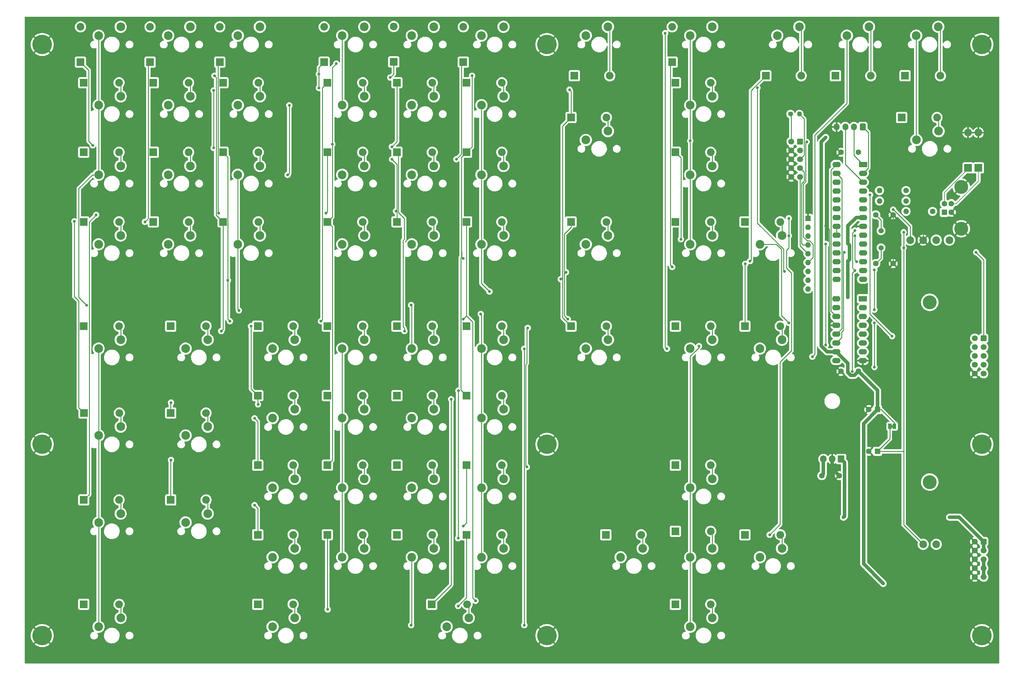
<source format=gbr>
%TF.GenerationSoftware,KiCad,Pcbnew,7.0.5*%
%TF.CreationDate,2023-09-10T17:56:05+02:00*%
%TF.ProjectId,CMD_Board,434d445f-426f-4617-9264-2e6b69636164,rev?*%
%TF.SameCoordinates,Original*%
%TF.FileFunction,Copper,L2,Bot*%
%TF.FilePolarity,Positive*%
%FSLAX46Y46*%
G04 Gerber Fmt 4.6, Leading zero omitted, Abs format (unit mm)*
G04 Created by KiCad (PCBNEW 7.0.5) date 2023-09-10 17:56:05*
%MOMM*%
%LPD*%
G01*
G04 APERTURE LIST*
G04 Aperture macros list*
%AMRoundRect*
0 Rectangle with rounded corners*
0 $1 Rounding radius*
0 $2 $3 $4 $5 $6 $7 $8 $9 X,Y pos of 4 corners*
0 Add a 4 corners polygon primitive as box body*
4,1,4,$2,$3,$4,$5,$6,$7,$8,$9,$2,$3,0*
0 Add four circle primitives for the rounded corners*
1,1,$1+$1,$2,$3*
1,1,$1+$1,$4,$5*
1,1,$1+$1,$6,$7*
1,1,$1+$1,$8,$9*
0 Add four rect primitives between the rounded corners*
20,1,$1+$1,$2,$3,$4,$5,0*
20,1,$1+$1,$4,$5,$6,$7,0*
20,1,$1+$1,$6,$7,$8,$9,0*
20,1,$1+$1,$8,$9,$2,$3,0*%
G04 Aperture macros list end*
%TA.AperFunction,SMDPad,CuDef*%
%ADD10R,1.000000X1.500000*%
%TD*%
%TA.AperFunction,ComponentPad*%
%ADD11R,2.200000X2.200000*%
%TD*%
%TA.AperFunction,ComponentPad*%
%ADD12O,2.200000X2.200000*%
%TD*%
%TA.AperFunction,ComponentPad*%
%ADD13C,2.500000*%
%TD*%
%TA.AperFunction,ComponentPad*%
%ADD14C,5.600000*%
%TD*%
%TA.AperFunction,ComponentPad*%
%ADD15C,2.200000*%
%TD*%
%TA.AperFunction,ComponentPad*%
%ADD16C,4.000000*%
%TD*%
%TA.AperFunction,ComponentPad*%
%ADD17RoundRect,0.250000X0.600000X0.600000X-0.600000X0.600000X-0.600000X-0.600000X0.600000X-0.600000X0*%
%TD*%
%TA.AperFunction,ComponentPad*%
%ADD18C,1.700000*%
%TD*%
%TA.AperFunction,ComponentPad*%
%ADD19R,1.600000X1.600000*%
%TD*%
%TA.AperFunction,ComponentPad*%
%ADD20C,1.600000*%
%TD*%
%TA.AperFunction,ComponentPad*%
%ADD21C,1.400000*%
%TD*%
%TA.AperFunction,ComponentPad*%
%ADD22O,1.400000X1.400000*%
%TD*%
%TA.AperFunction,ComponentPad*%
%ADD23O,1.600000X1.600000*%
%TD*%
%TA.AperFunction,ComponentPad*%
%ADD24C,1.500000*%
%TD*%
%TA.AperFunction,ComponentPad*%
%ADD25R,1.905000X2.000000*%
%TD*%
%TA.AperFunction,ComponentPad*%
%ADD26O,1.905000X2.000000*%
%TD*%
%TA.AperFunction,ComponentPad*%
%ADD27RoundRect,0.250000X0.600000X0.725000X-0.600000X0.725000X-0.600000X-0.725000X0.600000X-0.725000X0*%
%TD*%
%TA.AperFunction,ComponentPad*%
%ADD28O,1.700000X1.950000*%
%TD*%
%TA.AperFunction,ComponentPad*%
%ADD29R,2.400000X1.600000*%
%TD*%
%TA.AperFunction,ComponentPad*%
%ADD30O,2.400000X1.600000*%
%TD*%
%TA.AperFunction,ViaPad*%
%ADD31C,0.800000*%
%TD*%
%TA.AperFunction,Conductor*%
%ADD32C,0.250000*%
%TD*%
%TA.AperFunction,Conductor*%
%ADD33C,1.000000*%
%TD*%
%TA.AperFunction,Conductor*%
%ADD34C,0.200000*%
%TD*%
G04 APERTURE END LIST*
%TA.AperFunction,EtchedComponent*%
%TO.C,JP1*%
G36*
X289440000Y-130108000D02*
G01*
X288940000Y-130108000D01*
X288940000Y-129508000D01*
X289440000Y-129508000D01*
X289440000Y-130108000D01*
G37*
%TD.AperFunction*%
%TD*%
D10*
%TO.P,JP1,1,A*%
%TO.N,+5V*%
X289840000Y-129808000D03*
%TO.P,JP1,2,B*%
%TO.N,+5VA*%
X288540000Y-129808000D03*
%TD*%
D11*
%TO.P,D58,1,K*%
%TO.N,MATRIX_8*%
X106920000Y-181000000D03*
D12*
%TO.P,D58,2,A*%
%TO.N,Net-(D58-A)*%
X117080000Y-181000000D03*
%TD*%
D11*
%TO.P,D70,1,K*%
%TO.N,MATRIX_7*%
X246920000Y-161000000D03*
D12*
%TO.P,D70,2,A*%
%TO.N,Net-(D70-A)*%
X257080000Y-161000000D03*
%TD*%
D13*
%TO.P,SW14,1,1*%
%TO.N,MATRIX_E*%
X151190000Y-17460000D03*
%TO.P,SW14,2,2*%
%TO.N,Net-(D15-A)*%
X157540000Y-14920000D03*
%TD*%
%TO.P,SW11,1,1*%
%TO.N,MATRIX_E*%
X81190000Y-77460000D03*
%TO.P,SW11,2,2*%
%TO.N,Net-(D12-A)*%
X87540000Y-74920000D03*
%TD*%
%TO.P,SW25,1,1*%
%TO.N,MATRIX_F*%
X201190000Y-17460000D03*
%TO.P,SW25,2,2*%
%TO.N,Net-(D27-A)*%
X207540000Y-14920000D03*
%TD*%
D14*
%TO.P,H2,1,1*%
%TO.N,GND*%
X315000000Y-135000000D03*
%TD*%
D13*
%TO.P,SW56,1,1*%
%TO.N,MATRIX_D*%
X111190000Y-187460000D03*
%TO.P,SW56,2,2*%
%TO.N,Net-(D58-A)*%
X117540000Y-184920000D03*
%TD*%
D11*
%TO.P,D71,1,K*%
%TO.N,MATRIX_8*%
X226920000Y-181000000D03*
D12*
%TO.P,D71,2,A*%
%TO.N,Net-(D71-A)*%
X237080000Y-181000000D03*
%TD*%
D11*
%TO.P,D44,1,K*%
%TO.N,MATRIX_2*%
X106920000Y-141000000D03*
D12*
%TO.P,D44,2,A*%
%TO.N,Net-(D44-A)*%
X117080000Y-141000000D03*
%TD*%
D11*
%TO.P,D42,1,K*%
%TO.N,MATRIX_8*%
X106920000Y-101000000D03*
D12*
%TO.P,D42,2,A*%
%TO.N,Net-(D42-A)*%
X117080000Y-101000000D03*
%TD*%
D13*
%TO.P,SW54,1,1*%
%TO.N,MATRIX_D*%
X171190000Y-147460000D03*
%TO.P,SW54,2,2*%
%TO.N,Net-(D56-A)*%
X177540000Y-144920000D03*
%TD*%
%TO.P,SW6,1,1*%
%TO.N,MATRIX_A*%
X101190000Y-37460000D03*
%TO.P,SW6,2,2*%
%TO.N,Net-(D7-A)*%
X107540000Y-34920000D03*
%TD*%
D11*
%TO.P,D14,1,K*%
%TO.N,ICSP_MISO*%
X126000000Y-25080000D03*
D12*
%TO.P,D14,2,A*%
%TO.N,Net-(D14-A)*%
X126000000Y-14920000D03*
%TD*%
D13*
%TO.P,SW52,1,1*%
%TO.N,MATRIX_D*%
X171190000Y-107460000D03*
%TO.P,SW52,2,2*%
%TO.N,Net-(D54-A)*%
X177540000Y-104920000D03*
%TD*%
%TO.P,SW20,1,1*%
%TO.N,MATRIX_B*%
X151190000Y-57460000D03*
%TO.P,SW20,2,2*%
%TO.N,Net-(D22-A)*%
X157540000Y-54920000D03*
%TD*%
%TO.P,SW12,1,1*%
%TO.N,MATRIX_E*%
X101190000Y-77460000D03*
%TO.P,SW12,2,2*%
%TO.N,Net-(D13-A)*%
X107540000Y-74920000D03*
%TD*%
%TO.P,SW35,1,1*%
%TO.N,MATRIX_G*%
X61190000Y-157460000D03*
%TO.P,SW35,2,2*%
%TO.N,Net-(D37-A)*%
X67540000Y-154920000D03*
%TD*%
D11*
%TO.P,D21,1,K*%
%TO.N,MATRIX_3*%
X126920000Y-51000000D03*
D12*
%TO.P,D21,2,A*%
%TO.N,Net-(D21-A)*%
X137080000Y-51000000D03*
%TD*%
D13*
%TO.P,SW19,1,1*%
%TO.N,MATRIX_B*%
X131190000Y-57460000D03*
%TO.P,SW19,2,2*%
%TO.N,Net-(D21-A)*%
X137540000Y-54920000D03*
%TD*%
D11*
%TO.P,D40,1,K*%
%TO.N,ICSP_SCK*%
X81920000Y-151000000D03*
D12*
%TO.P,D40,2,A*%
%TO.N,Net-(D40-A)*%
X92080000Y-151000000D03*
%TD*%
D13*
%TO.P,SW28,1,1*%
%TO.N,MATRIX_F*%
X231190000Y-17460000D03*
%TO.P,SW28,2,2*%
%TO.N,Net-(D30-A)*%
X237540000Y-14920000D03*
%TD*%
%TO.P,SW26,1,1*%
%TO.N,MATRIX_F*%
X201190000Y-47460000D03*
%TO.P,SW26,2,2*%
%TO.N,Net-(D28-A)*%
X207540000Y-44920000D03*
%TD*%
%TO.P,SW13,1,1*%
%TO.N,MATRIX_E*%
X131190000Y-17460000D03*
%TO.P,SW13,2,2*%
%TO.N,Net-(D14-A)*%
X137540000Y-14920000D03*
%TD*%
D11*
%TO.P,D68,1,K*%
%TO.N,ICSP_MISO*%
X206920000Y-161000000D03*
D12*
%TO.P,D68,2,A*%
%TO.N,Net-(D68-A)*%
X217080000Y-161000000D03*
%TD*%
D11*
%TO.P,D17,1,K*%
%TO.N,MATRIX_8*%
X126920000Y-31000000D03*
D12*
%TO.P,D17,2,A*%
%TO.N,Net-(D17-A)*%
X137080000Y-31000000D03*
%TD*%
D11*
%TO.P,D56,1,K*%
%TO.N,ICSP_SCK*%
X166920000Y-141000000D03*
D12*
%TO.P,D56,2,A*%
%TO.N,Net-(D56-A)*%
X177080000Y-141000000D03*
%TD*%
D13*
%TO.P,SW32,1,1*%
%TO.N,MATRIX_F*%
X251190000Y-77460000D03*
%TO.P,SW32,2,2*%
%TO.N,Net-(D34-A)*%
X257540000Y-74920000D03*
%TD*%
%TO.P,SW1,1,1*%
%TO.N,MATRIX_A*%
X61190000Y-17460000D03*
%TO.P,SW1,2,2*%
%TO.N,Net-(D2-A)*%
X67540000Y-14920000D03*
%TD*%
D11*
%TO.P,D49,1,K*%
%TO.N,MATRIX_7*%
X126920000Y-161000000D03*
D12*
%TO.P,D49,2,A*%
%TO.N,Net-(D49-A)*%
X137080000Y-161000000D03*
%TD*%
D13*
%TO.P,SW3,1,1*%
%TO.N,MATRIX_A*%
X101190000Y-17460000D03*
%TO.P,SW3,2,2*%
%TO.N,Net-(D4-A)*%
X107540000Y-14920000D03*
%TD*%
D11*
%TO.P,D60,1,K*%
%TO.N,MATRIX_2*%
X196920000Y-101000000D03*
D12*
%TO.P,D60,2,A*%
%TO.N,Net-(D60-A)*%
X207080000Y-101000000D03*
%TD*%
D13*
%TO.P,SW24,1,1*%
%TO.N,MATRIX_B*%
X171190000Y-77460000D03*
%TO.P,SW24,2,2*%
%TO.N,Net-(D26-A)*%
X177540000Y-74920000D03*
%TD*%
D11*
%TO.P,D29,1,K*%
%TO.N,MATRIX_3*%
X196920000Y-71000000D03*
D12*
%TO.P,D29,2,A*%
%TO.N,Net-(D29-A)*%
X207080000Y-71000000D03*
%TD*%
D13*
%TO.P,SW60,1,1*%
%TO.N,MATRIX_I*%
X251190000Y-107460000D03*
%TO.P,SW60,2,2*%
%TO.N,Net-(D62-A)*%
X257540000Y-104920000D03*
%TD*%
D11*
%TO.P,D23,1,K*%
%TO.N,ICSP_MISO*%
X166920000Y-51000000D03*
D12*
%TO.P,D23,2,A*%
%TO.N,Net-(D23-A)*%
X177080000Y-51000000D03*
%TD*%
D11*
%TO.P,D52,1,K*%
%TO.N,MATRIX_2*%
X146920000Y-141000000D03*
D12*
%TO.P,D52,2,A*%
%TO.N,Net-(D52-A)*%
X157080000Y-141000000D03*
%TD*%
D13*
%TO.P,SW68,1,1*%
%TO.N,MATRIX_H*%
X251190000Y-167460000D03*
%TO.P,SW68,2,2*%
%TO.N,Net-(D70-A)*%
X257540000Y-164920000D03*
%TD*%
D11*
%TO.P,D30,1,K*%
%TO.N,ICSP_MOSI*%
X226000000Y-25080000D03*
D12*
%TO.P,D30,2,A*%
%TO.N,Net-(D30-A)*%
X226000000Y-14920000D03*
%TD*%
D13*
%TO.P,SW69,1,1*%
%TO.N,MATRIX_H*%
X231190000Y-187460000D03*
%TO.P,SW69,2,2*%
%TO.N,Net-(D71-A)*%
X237540000Y-184920000D03*
%TD*%
D14*
%TO.P,H5,1,1*%
%TO.N,GND*%
X190000000Y-190000000D03*
%TD*%
D11*
%TO.P,D27,1,K*%
%TO.N,MATRIX_1*%
X197920000Y-29000000D03*
D12*
%TO.P,D27,2,A*%
%TO.N,Net-(D27-A)*%
X208080000Y-29000000D03*
%TD*%
D11*
%TO.P,D31,1,K*%
%TO.N,ICSP_MISO*%
X226920000Y-31000000D03*
D12*
%TO.P,D31,2,A*%
%TO.N,Net-(D31-A)*%
X237080000Y-31000000D03*
%TD*%
D13*
%TO.P,SW57,1,1*%
%TO.N,MATRIX_I*%
X161190000Y-187460000D03*
%TO.P,SW57,2,2*%
%TO.N,Net-(D59-A)*%
X167540000Y-184920000D03*
%TD*%
D11*
%TO.P,D62,1,K*%
%TO.N,ICSP_MOSI*%
X246920000Y-101000000D03*
D12*
%TO.P,D62,2,A*%
%TO.N,Net-(D62-A)*%
X257080000Y-101000000D03*
%TD*%
D13*
%TO.P,SW4,1,1*%
%TO.N,MATRIX_A*%
X61190000Y-37460000D03*
%TO.P,SW4,2,2*%
%TO.N,Net-(D5-A)*%
X67540000Y-34920000D03*
%TD*%
%TO.P,SW51,1,1*%
%TO.N,MATRIX_D*%
X151190000Y-167460000D03*
%TO.P,SW51,2,2*%
%TO.N,Net-(D53-A)*%
X157540000Y-164920000D03*
%TD*%
%TO.P,SW34,1,1*%
%TO.N,MATRIX_G*%
X61190000Y-132460000D03*
%TO.P,SW34,2,2*%
%TO.N,Net-(D36-A)*%
X67540000Y-129920000D03*
%TD*%
D11*
%TO.P,D67,1,K*%
%TO.N,ICSP_MOSI*%
X291920000Y-41000000D03*
D12*
%TO.P,D67,2,A*%
%TO.N,Net-(D67-A)*%
X302080000Y-41000000D03*
%TD*%
D13*
%TO.P,SW66,1,1*%
%TO.N,MATRIX_H*%
X211190000Y-167460000D03*
%TO.P,SW66,2,2*%
%TO.N,Net-(D68-A)*%
X217540000Y-164920000D03*
%TD*%
D11*
%TO.P,D22,1,K*%
%TO.N,ICSP_MOSI*%
X146920000Y-51000000D03*
D12*
%TO.P,D22,2,A*%
%TO.N,Net-(D22-A)*%
X157080000Y-51000000D03*
%TD*%
D13*
%TO.P,SW16,1,1*%
%TO.N,MATRIX_E*%
X131190000Y-37460000D03*
%TO.P,SW16,2,2*%
%TO.N,Net-(D17-A)*%
X137540000Y-34920000D03*
%TD*%
D11*
%TO.P,D9,1,K*%
%TO.N,MATRIX_8*%
X76920000Y-51000000D03*
D12*
%TO.P,D9,2,A*%
%TO.N,Net-(D9-A)*%
X87080000Y-51000000D03*
%TD*%
D13*
%TO.P,SW22,1,1*%
%TO.N,MATRIX_B*%
X131190000Y-77460000D03*
%TO.P,SW22,2,2*%
%TO.N,Net-(D24-A)*%
X137540000Y-74920000D03*
%TD*%
%TO.P,SW17,1,1*%
%TO.N,MATRIX_B*%
X151190000Y-37460000D03*
%TO.P,SW17,2,2*%
%TO.N,Net-(D19-A)*%
X157540000Y-34920000D03*
%TD*%
D14*
%TO.P,H3,1,1*%
%TO.N,GND*%
X190000000Y-135000000D03*
%TD*%
D13*
%TO.P,SW50,1,1*%
%TO.N,MATRIX_D*%
X151190000Y-147460000D03*
%TO.P,SW50,2,2*%
%TO.N,Net-(D52-A)*%
X157540000Y-144920000D03*
%TD*%
%TO.P,SW42,1,1*%
%TO.N,MATRIX_C*%
X111190000Y-147460000D03*
%TO.P,SW42,2,2*%
%TO.N,Net-(D44-A)*%
X117540000Y-144920000D03*
%TD*%
%TO.P,SW65,1,1*%
%TO.N,MATRIX_H*%
X296190000Y-47460000D03*
%TO.P,SW65,2,2*%
%TO.N,Net-(D67-A)*%
X302540000Y-44920000D03*
%TD*%
D11*
%TO.P,D69,1,K*%
%TO.N,ICSP_SCK*%
X226920000Y-160000000D03*
D12*
%TO.P,D69,2,A*%
%TO.N,Net-(D69-A)*%
X237080000Y-160000000D03*
%TD*%
D13*
%TO.P,SW33,1,1*%
%TO.N,MATRIX_G*%
X61190000Y-107460000D03*
%TO.P,SW33,2,2*%
%TO.N,Net-(D35-A)*%
X67540000Y-104920000D03*
%TD*%
D11*
%TO.P,D6,1,K*%
%TO.N,ICSP_MISO*%
X76920000Y-31000000D03*
D12*
%TO.P,D6,2,A*%
%TO.N,Net-(D6-A)*%
X87080000Y-31000000D03*
%TD*%
D13*
%TO.P,SW53,1,1*%
%TO.N,MATRIX_D*%
X171190000Y-127460000D03*
%TO.P,SW53,2,2*%
%TO.N,Net-(D55-A)*%
X177540000Y-124920000D03*
%TD*%
%TO.P,SW23,1,1*%
%TO.N,MATRIX_B*%
X151190000Y-77460000D03*
%TO.P,SW23,2,2*%
%TO.N,Net-(D25-A)*%
X157540000Y-74920000D03*
%TD*%
D11*
%TO.P,D59,1,K*%
%TO.N,MATRIX_1*%
X156920000Y-181000000D03*
D12*
%TO.P,D59,2,A*%
%TO.N,Net-(D59-A)*%
X167080000Y-181000000D03*
%TD*%
D11*
%TO.P,D13,1,K*%
%TO.N,ICSP_MOSI*%
X96920000Y-71000000D03*
D12*
%TO.P,D13,2,A*%
%TO.N,Net-(D13-A)*%
X107080000Y-71000000D03*
%TD*%
D13*
%TO.P,SW58,1,1*%
%TO.N,MATRIX_I*%
X201190000Y-107460000D03*
%TO.P,SW58,2,2*%
%TO.N,Net-(D60-A)*%
X207540000Y-104920000D03*
%TD*%
%TO.P,SW29,1,1*%
%TO.N,MATRIX_F*%
X231190000Y-37460000D03*
%TO.P,SW29,2,2*%
%TO.N,Net-(D31-A)*%
X237540000Y-34920000D03*
%TD*%
%TO.P,SW36,1,1*%
%TO.N,MATRIX_G*%
X86190000Y-107460000D03*
%TO.P,SW36,2,2*%
%TO.N,Net-(D38-A)*%
X92540000Y-104920000D03*
%TD*%
%TO.P,SW49,1,1*%
%TO.N,MATRIX_D*%
X151190000Y-127460000D03*
%TO.P,SW49,2,2*%
%TO.N,Net-(D51-A)*%
X157540000Y-124920000D03*
%TD*%
%TO.P,SW45,1,1*%
%TO.N,MATRIX_C*%
X131190000Y-127460000D03*
%TO.P,SW45,2,2*%
%TO.N,Net-(D47-A)*%
X137540000Y-124920000D03*
%TD*%
D11*
%TO.P,D51,1,K*%
%TO.N,MATRIX_1*%
X146920000Y-121000000D03*
D12*
%TO.P,D51,2,A*%
%TO.N,Net-(D51-A)*%
X157080000Y-121000000D03*
%TD*%
D13*
%TO.P,SW37,1,1*%
%TO.N,MATRIX_G*%
X86190000Y-132460000D03*
%TO.P,SW37,2,2*%
%TO.N,Net-(D39-A)*%
X92540000Y-129920000D03*
%TD*%
D11*
%TO.P,D8,1,K*%
%TO.N,MATRIX_7*%
X56920000Y-51000000D03*
D12*
%TO.P,D8,2,A*%
%TO.N,Net-(D8-A)*%
X67080000Y-51000000D03*
%TD*%
D13*
%TO.P,SW9,1,1*%
%TO.N,MATRIX_E*%
X101190000Y-57460000D03*
%TO.P,SW9,2,2*%
%TO.N,Net-(D10-A)*%
X107540000Y-54920000D03*
%TD*%
%TO.P,SW55,1,1*%
%TO.N,MATRIX_D*%
X171190000Y-167460000D03*
%TO.P,SW55,2,2*%
%TO.N,Net-(D57-A)*%
X177540000Y-164920000D03*
%TD*%
D11*
%TO.P,D45,1,K*%
%TO.N,MATRIX_3*%
X106920000Y-161000000D03*
D12*
%TO.P,D45,2,A*%
%TO.N,Net-(D45-A)*%
X117080000Y-161000000D03*
%TD*%
D11*
%TO.P,D63,1,K*%
%TO.N,ICSP_MISO*%
X252920000Y-29000000D03*
D12*
%TO.P,D63,2,A*%
%TO.N,Net-(D63-A)*%
X263080000Y-29000000D03*
%TD*%
D11*
%TO.P,D47,1,K*%
%TO.N,ICSP_MISO*%
X126920000Y-121000000D03*
D12*
%TO.P,D47,2,A*%
%TO.N,Net-(D47-A)*%
X137080000Y-121000000D03*
%TD*%
D11*
%TO.P,D5,1,K*%
%TO.N,ICSP_MOSI*%
X56920000Y-31000000D03*
D12*
%TO.P,D5,2,A*%
%TO.N,Net-(D5-A)*%
X67080000Y-31000000D03*
%TD*%
D11*
%TO.P,D53,1,K*%
%TO.N,MATRIX_3*%
X146920000Y-161000000D03*
D12*
%TO.P,D53,2,A*%
%TO.N,Net-(D53-A)*%
X157080000Y-161000000D03*
%TD*%
D13*
%TO.P,SW15,1,1*%
%TO.N,MATRIX_E*%
X171190000Y-17460000D03*
%TO.P,SW15,2,2*%
%TO.N,Net-(D16-A)*%
X177540000Y-14920000D03*
%TD*%
D11*
%TO.P,D7,1,K*%
%TO.N,ICSP_SCK*%
X96920000Y-31000000D03*
D12*
%TO.P,D7,2,A*%
%TO.N,Net-(D7-A)*%
X107080000Y-31000000D03*
%TD*%
D11*
%TO.P,D26,1,K*%
%TO.N,MATRIX_8*%
X166920000Y-71000000D03*
D12*
%TO.P,D26,2,A*%
%TO.N,Net-(D26-A)*%
X177080000Y-71000000D03*
%TD*%
D13*
%TO.P,SW63,1,1*%
%TO.N,MATRIX_H*%
X231190000Y-147460000D03*
%TO.P,SW63,2,2*%
%TO.N,Net-(D65-A)*%
X237540000Y-144920000D03*
%TD*%
%TO.P,SW8,1,1*%
%TO.N,MATRIX_A*%
X81190000Y-57460000D03*
%TO.P,SW8,2,2*%
%TO.N,Net-(D9-A)*%
X87540000Y-54920000D03*
%TD*%
%TO.P,SW18,1,1*%
%TO.N,MATRIX_B*%
X171190000Y-37460000D03*
%TO.P,SW18,2,2*%
%TO.N,Net-(D20-A)*%
X177540000Y-34920000D03*
%TD*%
D14*
%TO.P,H2,1,1*%
%TO.N,GND*%
X190000000Y-20000000D03*
%TD*%
D11*
%TO.P,D32,1,K*%
%TO.N,ICSP_SCK*%
X226920000Y-51000000D03*
D12*
%TO.P,D32,2,A*%
%TO.N,Net-(D32-A)*%
X237080000Y-51000000D03*
%TD*%
D14*
%TO.P,H1,1,1*%
%TO.N,GND*%
X45000000Y-135000000D03*
%TD*%
D11*
%TO.P,D41,1,K*%
%TO.N,MATRIX_7*%
X56920000Y-181000000D03*
D12*
%TO.P,D41,2,A*%
%TO.N,Net-(D41-A)*%
X67080000Y-181000000D03*
%TD*%
D13*
%TO.P,SW62,1,1*%
%TO.N,MATRIX_H*%
X276190000Y-17460000D03*
%TO.P,SW62,2,2*%
%TO.N,Net-(D64-A)*%
X282540000Y-14920000D03*
%TD*%
%TO.P,SW47,1,1*%
%TO.N,MATRIX_C*%
X131190000Y-167460000D03*
%TO.P,SW47,2,2*%
%TO.N,Net-(D49-A)*%
X137540000Y-164920000D03*
%TD*%
D11*
%TO.P,D66,1,K*%
%TO.N,MATRIX_3*%
X292920000Y-29000000D03*
D12*
%TO.P,D66,2,A*%
%TO.N,Net-(D66-A)*%
X303080000Y-29000000D03*
%TD*%
D14*
%TO.P,H4,1,1*%
%TO.N,GND*%
X45000000Y-20000000D03*
%TD*%
D11*
%TO.P,D28,1,K*%
%TO.N,MATRIX_2*%
X196920000Y-41000000D03*
D12*
%TO.P,D28,2,A*%
%TO.N,Net-(D28-A)*%
X207080000Y-41000000D03*
%TD*%
D13*
%TO.P,SW61,1,1*%
%TO.N,MATRIX_I*%
X256190000Y-17460000D03*
%TO.P,SW61,2,2*%
%TO.N,Net-(D63-A)*%
X262540000Y-14920000D03*
%TD*%
D11*
%TO.P,D57,1,K*%
%TO.N,MATRIX_7*%
X166920000Y-161000000D03*
D12*
%TO.P,D57,2,A*%
%TO.N,Net-(D57-A)*%
X177080000Y-161000000D03*
%TD*%
D11*
%TO.P,D46,1,K*%
%TO.N,ICSP_MOSI*%
X126920000Y-101000000D03*
D12*
%TO.P,D46,2,A*%
%TO.N,Net-(D46-A)*%
X137080000Y-101000000D03*
%TD*%
D11*
%TO.P,D64,1,K*%
%TO.N,MATRIX_1*%
X272920000Y-29000000D03*
D12*
%TO.P,D64,2,A*%
%TO.N,Net-(D64-A)*%
X283080000Y-29000000D03*
%TD*%
D11*
%TO.P,D4,1,K*%
%TO.N,MATRIX_3*%
X96000000Y-25080000D03*
D12*
%TO.P,D4,2,A*%
%TO.N,Net-(D4-A)*%
X96000000Y-14920000D03*
%TD*%
D13*
%TO.P,SW43,1,1*%
%TO.N,MATRIX_C*%
X111190000Y-167460000D03*
%TO.P,SW43,2,2*%
%TO.N,Net-(D45-A)*%
X117540000Y-164920000D03*
%TD*%
D11*
%TO.P,D65,1,K*%
%TO.N,MATRIX_2*%
X226920000Y-141000000D03*
D12*
%TO.P,D65,2,A*%
%TO.N,Net-(D65-A)*%
X237080000Y-141000000D03*
%TD*%
D11*
%TO.P,D24,1,K*%
%TO.N,ICSP_SCK*%
X126920000Y-71000000D03*
D12*
%TO.P,D24,2,A*%
%TO.N,Net-(D24-A)*%
X137080000Y-71000000D03*
%TD*%
D13*
%TO.P,SW27,1,1*%
%TO.N,MATRIX_F*%
X201190000Y-77460000D03*
%TO.P,SW27,2,2*%
%TO.N,Net-(D29-A)*%
X207540000Y-74920000D03*
%TD*%
D11*
%TO.P,D35,1,K*%
%TO.N,MATRIX_1*%
X56920000Y-101000000D03*
D12*
%TO.P,D35,2,A*%
%TO.N,Net-(D35-A)*%
X67080000Y-101000000D03*
%TD*%
D13*
%TO.P,SW40,1,1*%
%TO.N,MATRIX_G*%
X111190000Y-107460000D03*
%TO.P,SW40,2,2*%
%TO.N,Net-(D42-A)*%
X117540000Y-104920000D03*
%TD*%
D14*
%TO.P,H6,1,1*%
%TO.N,GND*%
X45000000Y-190000000D03*
%TD*%
D11*
%TO.P,D43,1,K*%
%TO.N,MATRIX_1*%
X106920000Y-121000000D03*
D12*
%TO.P,D43,2,A*%
%TO.N,Net-(D43-A)*%
X117080000Y-121000000D03*
%TD*%
D11*
%TO.P,D12,1,K*%
%TO.N,MATRIX_3*%
X76920000Y-71000000D03*
D12*
%TO.P,D12,2,A*%
%TO.N,Net-(D12-A)*%
X87080000Y-71000000D03*
%TD*%
D13*
%TO.P,SW31,1,1*%
%TO.N,MATRIX_F*%
X231190000Y-77460000D03*
%TO.P,SW31,2,2*%
%TO.N,Net-(D33-A)*%
X237540000Y-74920000D03*
%TD*%
D14*
%TO.P,H2,1,1*%
%TO.N,GND*%
X315000000Y-190000000D03*
%TD*%
D13*
%TO.P,SW64,1,1*%
%TO.N,MATRIX_H*%
X296110000Y-17460000D03*
%TO.P,SW64,2,2*%
%TO.N,Net-(D66-A)*%
X302460000Y-14920000D03*
%TD*%
D11*
%TO.P,D20,1,K*%
%TO.N,MATRIX_2*%
X166920000Y-31000000D03*
D12*
%TO.P,D20,2,A*%
%TO.N,Net-(D20-A)*%
X177080000Y-31000000D03*
%TD*%
D14*
%TO.P,H2,1,1*%
%TO.N,GND*%
X315000000Y-20000000D03*
%TD*%
D11*
%TO.P,D33,1,K*%
%TO.N,MATRIX_7*%
X226920000Y-71000000D03*
D12*
%TO.P,D33,2,A*%
%TO.N,Net-(D33-A)*%
X237080000Y-71000000D03*
%TD*%
D11*
%TO.P,D34,1,K*%
%TO.N,MATRIX_8*%
X246920000Y-71000000D03*
D12*
%TO.P,D34,2,A*%
%TO.N,Net-(D34-A)*%
X257080000Y-71000000D03*
%TD*%
D11*
%TO.P,D55,1,K*%
%TO.N,ICSP_MISO*%
X166920000Y-121000000D03*
D12*
%TO.P,D55,2,A*%
%TO.N,Net-(D55-A)*%
X177080000Y-121000000D03*
%TD*%
D13*
%TO.P,SW10,1,1*%
%TO.N,MATRIX_E*%
X61190000Y-77460000D03*
%TO.P,SW10,2,2*%
%TO.N,Net-(D11-A)*%
X67540000Y-74920000D03*
%TD*%
D11*
%TO.P,D2,1,K*%
%TO.N,MATRIX_1*%
X56000000Y-25080000D03*
D12*
%TO.P,D2,2,A*%
%TO.N,Net-(D2-A)*%
X56000000Y-14920000D03*
%TD*%
D11*
%TO.P,D15,1,K*%
%TO.N,ICSP_SCK*%
X146000000Y-25000000D03*
D12*
%TO.P,D15,2,A*%
%TO.N,Net-(D15-A)*%
X146000000Y-14840000D03*
%TD*%
D11*
%TO.P,D36,1,K*%
%TO.N,MATRIX_2*%
X57000000Y-126000000D03*
D12*
%TO.P,D36,2,A*%
%TO.N,Net-(D36-A)*%
X67160000Y-126000000D03*
%TD*%
D11*
%TO.P,D10,1,K*%
%TO.N,MATRIX_1*%
X96920000Y-51000000D03*
D12*
%TO.P,D10,2,A*%
%TO.N,Net-(D10-A)*%
X107080000Y-51000000D03*
%TD*%
D13*
%TO.P,SW7,1,1*%
%TO.N,MATRIX_A*%
X61190000Y-57460000D03*
%TO.P,SW7,2,2*%
%TO.N,Net-(D8-A)*%
X67540000Y-54920000D03*
%TD*%
%TO.P,SW38,1,1*%
%TO.N,MATRIX_G*%
X86190000Y-157460000D03*
%TO.P,SW38,2,2*%
%TO.N,Net-(D40-A)*%
X92540000Y-154920000D03*
%TD*%
D11*
%TO.P,D50,1,K*%
%TO.N,MATRIX_8*%
X146920000Y-101000000D03*
D12*
%TO.P,D50,2,A*%
%TO.N,Net-(D50-A)*%
X157080000Y-101000000D03*
%TD*%
D11*
%TO.P,D19,1,K*%
%TO.N,MATRIX_1*%
X146920000Y-31000000D03*
D12*
%TO.P,D19,2,A*%
%TO.N,Net-(D19-A)*%
X157080000Y-31000000D03*
%TD*%
D13*
%TO.P,SW30,1,1*%
%TO.N,MATRIX_F*%
X231190000Y-57460000D03*
%TO.P,SW30,2,2*%
%TO.N,Net-(D32-A)*%
X237540000Y-54920000D03*
%TD*%
%TO.P,SW21,1,1*%
%TO.N,MATRIX_B*%
X171190000Y-57460000D03*
%TO.P,SW21,2,2*%
%TO.N,Net-(D23-A)*%
X177540000Y-54920000D03*
%TD*%
D11*
%TO.P,D38,1,K*%
%TO.N,ICSP_MOSI*%
X81920000Y-101000000D03*
D12*
%TO.P,D38,2,A*%
%TO.N,Net-(D38-A)*%
X92080000Y-101000000D03*
%TD*%
D11*
%TO.P,D48,1,K*%
%TO.N,ICSP_SCK*%
X126920000Y-141000000D03*
D12*
%TO.P,D48,2,A*%
%TO.N,Net-(D48-A)*%
X137080000Y-141000000D03*
%TD*%
D13*
%TO.P,SW67,1,1*%
%TO.N,MATRIX_H*%
X231190000Y-167460000D03*
%TO.P,SW67,2,2*%
%TO.N,Net-(D69-A)*%
X237540000Y-164920000D03*
%TD*%
D11*
%TO.P,D3,1,K*%
%TO.N,MATRIX_2*%
X76000000Y-25080000D03*
D12*
%TO.P,D3,2,A*%
%TO.N,Net-(D3-A)*%
X76000000Y-14920000D03*
%TD*%
D11*
%TO.P,D54,1,K*%
%TO.N,ICSP_MOSI*%
X166920000Y-101000000D03*
D12*
%TO.P,D54,2,A*%
%TO.N,Net-(D54-A)*%
X177080000Y-101000000D03*
%TD*%
D11*
%TO.P,D11,1,K*%
%TO.N,MATRIX_2*%
X56920000Y-71000000D03*
D12*
%TO.P,D11,2,A*%
%TO.N,Net-(D11-A)*%
X67080000Y-71000000D03*
%TD*%
D11*
%TO.P,D37,1,K*%
%TO.N,MATRIX_3*%
X56920000Y-151000000D03*
D12*
%TO.P,D37,2,A*%
%TO.N,Net-(D37-A)*%
X67080000Y-151000000D03*
%TD*%
D13*
%TO.P,SW46,1,1*%
%TO.N,MATRIX_C*%
X131190000Y-147460000D03*
%TO.P,SW46,2,2*%
%TO.N,Net-(D48-A)*%
X137540000Y-144920000D03*
%TD*%
%TO.P,SW41,1,1*%
%TO.N,MATRIX_C*%
X111190000Y-127460000D03*
%TO.P,SW41,2,2*%
%TO.N,Net-(D43-A)*%
X117540000Y-124920000D03*
%TD*%
%TO.P,SW5,1,1*%
%TO.N,MATRIX_A*%
X81190000Y-37460000D03*
%TO.P,SW5,2,2*%
%TO.N,Net-(D6-A)*%
X87540000Y-34920000D03*
%TD*%
D11*
%TO.P,D25,1,K*%
%TO.N,MATRIX_7*%
X146920000Y-71000000D03*
D12*
%TO.P,D25,2,A*%
%TO.N,Net-(D25-A)*%
X157080000Y-71000000D03*
%TD*%
D11*
%TO.P,D61,1,K*%
%TO.N,MATRIX_3*%
X226920000Y-101000000D03*
D12*
%TO.P,D61,2,A*%
%TO.N,Net-(D61-A)*%
X237080000Y-101000000D03*
%TD*%
D15*
%TO.P,RV1,1,1*%
%TO.N,GND*%
X298120000Y-76250000D03*
%TO.P,RV1,2,2*%
%TO.N,ANALOG_1*%
X294370000Y-76250000D03*
%TO.P,RV1,3,3*%
%TO.N,+5VA*%
X298120000Y-163750000D03*
%TO.P,RV1,4*%
%TO.N,N/C*%
X301880000Y-76250000D03*
%TO.P,RV1,5*%
X305630000Y-76250000D03*
%TO.P,RV1,6*%
X301880000Y-163750000D03*
D16*
%TO.P,RV1,G*%
X300000000Y-94150000D03*
X300000000Y-145850000D03*
%TD*%
D13*
%TO.P,SW44,1,1*%
%TO.N,MATRIX_C*%
X131190000Y-107460000D03*
%TO.P,SW44,2,2*%
%TO.N,Net-(D46-A)*%
X137540000Y-104920000D03*
%TD*%
D11*
%TO.P,D39,1,K*%
%TO.N,ICSP_MISO*%
X81920000Y-126000000D03*
D12*
%TO.P,D39,2,A*%
%TO.N,Net-(D39-A)*%
X92080000Y-126000000D03*
%TD*%
D13*
%TO.P,SW39,1,1*%
%TO.N,MATRIX_G*%
X61190000Y-187460000D03*
%TO.P,SW39,2,2*%
%TO.N,Net-(D41-A)*%
X67540000Y-184920000D03*
%TD*%
%TO.P,SW48,1,1*%
%TO.N,MATRIX_C*%
X151190000Y-107460000D03*
%TO.P,SW48,2,2*%
%TO.N,Net-(D50-A)*%
X157540000Y-104920000D03*
%TD*%
D11*
%TO.P,D16,1,K*%
%TO.N,MATRIX_7*%
X166000000Y-25080000D03*
D12*
%TO.P,D16,2,A*%
%TO.N,Net-(D16-A)*%
X166000000Y-14920000D03*
%TD*%
D13*
%TO.P,SW59,1,1*%
%TO.N,MATRIX_I*%
X231190000Y-107460000D03*
%TO.P,SW59,2,2*%
%TO.N,Net-(D61-A)*%
X237540000Y-104920000D03*
%TD*%
%TO.P,SW2,1,1*%
%TO.N,MATRIX_A*%
X81190000Y-17460000D03*
%TO.P,SW2,2,2*%
%TO.N,Net-(D3-A)*%
X87540000Y-14920000D03*
%TD*%
D17*
%TO.P,J4,1,Pin_1*%
%TO.N,+12V*%
X315500000Y-163000000D03*
D18*
%TO.P,J4,2,Pin_2*%
%TO.N,GND*%
X312960000Y-163000000D03*
%TO.P,J4,3,Pin_3*%
%TO.N,+12V*%
X315500000Y-165540000D03*
%TO.P,J4,4,Pin_4*%
%TO.N,GND*%
X312960000Y-165540000D03*
%TO.P,J4,5,Pin_5*%
%TO.N,+5V*%
X315500000Y-168080000D03*
%TO.P,J4,6,Pin_6*%
%TO.N,GND*%
X312960000Y-168080000D03*
%TO.P,J4,7,Pin_7*%
%TO.N,+5V*%
X315500000Y-170620000D03*
%TO.P,J4,8,Pin_8*%
%TO.N,GND*%
X312960000Y-170620000D03*
%TO.P,J4,9,Pin_9*%
%TO.N,+5V*%
X315500000Y-173160000D03*
%TO.P,J4,10,Pin_10*%
%TO.N,GND*%
X312960000Y-173160000D03*
%TD*%
D17*
%TO.P,J5,1,Pin_1*%
%TO.N,+5VA*%
X315500000Y-104500000D03*
D18*
%TO.P,J5,2,Pin_2*%
%TO.N,ANALOG_2*%
X312960000Y-104500000D03*
%TO.P,J5,3,Pin_3*%
%TO.N,unconnected-(J5-Pin_3-Pad3)*%
X315500000Y-107040000D03*
%TO.P,J5,4,Pin_4*%
%TO.N,MATRIX_I*%
X312960000Y-107040000D03*
%TO.P,J5,5,Pin_5*%
%TO.N,unconnected-(J5-Pin_5-Pad5)*%
X315500000Y-109580000D03*
%TO.P,J5,6,Pin_6*%
%TO.N,ICSP_SCK*%
X312960000Y-109580000D03*
%TO.P,J5,7,Pin_7*%
%TO.N,unconnected-(J5-Pin_7-Pad7)*%
X315500000Y-112120000D03*
%TO.P,J5,8,Pin_8*%
%TO.N,MATRIX_7*%
X312960000Y-112120000D03*
%TO.P,J5,9,Pin_9*%
%TO.N,MATRIX_8*%
X315500000Y-114660000D03*
%TO.P,J5,10,Pin_10*%
%TO.N,GND*%
X312960000Y-114660000D03*
%TD*%
D11*
%TO.P,D18,1,K*%
%TO.N,/#USB_D+*%
X314000000Y-55500000D03*
D12*
%TO.P,D18,2,A*%
%TO.N,GND*%
X314000000Y-45340000D03*
%TD*%
D19*
%TO.P,J1,1,VBUS*%
%TO.N,unconnected-(J1-VBUS-Pad1)*%
X304212500Y-68250000D03*
D20*
%TO.P,J1,2,D-*%
%TO.N,/#USB_D-*%
X304212500Y-65750000D03*
%TO.P,J1,3,D+*%
%TO.N,/#USB_D+*%
X306212500Y-65750000D03*
%TO.P,J1,4,GND*%
%TO.N,GND*%
X306212500Y-68250000D03*
D16*
%TO.P,J1,5,Shield*%
X309072500Y-61000000D03*
X309072500Y-73000000D03*
%TD*%
D21*
%TO.P,R4,1*%
%TO.N,+5V*%
X260000000Y-40000000D03*
D22*
%TO.P,R4,2*%
%TO.N,~{RESET}*%
X262540000Y-40000000D03*
%TD*%
D20*
%TO.P,C1,1*%
%TO.N,+5V*%
X279500000Y-51000000D03*
%TO.P,C1,2*%
%TO.N,GND*%
X274500000Y-51000000D03*
%TD*%
D17*
%TO.P,J2,1,Pin_1*%
%TO.N,ICSP_MOSI*%
X262752500Y-47920000D03*
D18*
%TO.P,J2,2,Pin_2*%
%TO.N,+5V*%
X260212500Y-47920000D03*
%TO.P,J2,3,Pin_3*%
%TO.N,unconnected-(J2-Pin_3-Pad3)*%
X262752500Y-50460000D03*
%TO.P,J2,4,Pin_4*%
%TO.N,GND*%
X260212500Y-50460000D03*
%TO.P,J2,5,Pin_5*%
%TO.N,~{RESET}*%
X262752500Y-53000000D03*
%TO.P,J2,6,Pin_6*%
%TO.N,GND*%
X260212500Y-53000000D03*
%TO.P,J2,7,Pin_7*%
%TO.N,ICSP_SCK*%
X262752500Y-55540000D03*
%TO.P,J2,8,Pin_8*%
%TO.N,GND*%
X260212500Y-55540000D03*
%TO.P,J2,9,Pin_9*%
%TO.N,ICSP_MISO*%
X262752500Y-58080000D03*
%TO.P,J2,10,Pin_10*%
%TO.N,GND*%
X260212500Y-58080000D03*
%TD*%
D20*
%TO.P,R3,1*%
%TO.N,/#USB_D-*%
X293190000Y-65000000D03*
D23*
%TO.P,R3,2*%
%TO.N,USB_D-*%
X285570000Y-65000000D03*
%TD*%
D19*
%TO.P,C6,1*%
%TO.N,+5VA*%
X285000000Y-137000000D03*
D20*
%TO.P,C6,2*%
%TO.N,GND*%
X282500000Y-137000000D03*
%TD*%
D24*
%TO.P,Y1,1,1*%
%TO.N,Net-(U3-PB7{slash}XTAL2)*%
X286000000Y-78450000D03*
%TO.P,Y1,2,2*%
%TO.N,Net-(U3-PB6{slash}XTAL1)*%
X286000000Y-73550000D03*
%TD*%
D20*
%TO.P,R1,1*%
%TO.N,/#USB_D+*%
X300810000Y-68000000D03*
D23*
%TO.P,R1,2*%
%TO.N,USB_INT*%
X293190000Y-68000000D03*
%TD*%
D11*
%TO.P,D1,1,K*%
%TO.N,/#USB_D-*%
X311000000Y-55500000D03*
D12*
%TO.P,D1,2,A*%
%TO.N,GND*%
X311000000Y-45340000D03*
%TD*%
D20*
%TO.P,C3,1*%
%TO.N,GND*%
X289500000Y-69000000D03*
%TO.P,C3,2*%
%TO.N,Net-(U3-PB6{slash}XTAL1)*%
X284500000Y-69000000D03*
%TD*%
D25*
%TO.P,U2,1,IN*%
%TO.N,+12V*%
X274540000Y-139230000D03*
D26*
%TO.P,U2,2,GND*%
%TO.N,GND*%
X272000000Y-139230000D03*
%TO.P,U2,3,OUT*%
%TO.N,+5VA*%
X269460000Y-139230000D03*
%TD*%
D27*
%TO.P,J3,1,Pin_1*%
%TO.N,RS232_RX*%
X280750000Y-43700000D03*
D28*
%TO.P,J3,2,Pin_2*%
%TO.N,~{RESET}*%
X278250000Y-43700000D03*
%TO.P,J3,3,Pin_3*%
%TO.N,RS232_TX*%
X275750000Y-43700000D03*
%TO.P,J3,4,Pin_4*%
%TO.N,GND*%
X273250000Y-43700000D03*
%TD*%
D19*
%TO.P,RN1,1,common*%
%TO.N,GND*%
X265000000Y-70000000D03*
D23*
%TO.P,RN1,2,R1*%
%TO.N,MATRIX_8*%
X265000000Y-72540000D03*
%TO.P,RN1,3,R2*%
%TO.N,MATRIX_7*%
X265000000Y-75080000D03*
%TO.P,RN1,4,R3*%
%TO.N,ICSP_SCK*%
X265000000Y-77620000D03*
%TO.P,RN1,5,R4*%
%TO.N,ICSP_MISO*%
X265000000Y-80160000D03*
%TO.P,RN1,6,R5*%
%TO.N,ICSP_MOSI*%
X265000000Y-82700000D03*
%TO.P,RN1,7,R6*%
%TO.N,MATRIX_3*%
X265000000Y-85240000D03*
%TO.P,RN1,8,R7*%
%TO.N,MATRIX_2*%
X265000000Y-87780000D03*
%TO.P,RN1,9,R8*%
%TO.N,MATRIX_1*%
X265000000Y-90320000D03*
%TD*%
D29*
%TO.P,U3,1,PC6/~{RESET}*%
%TO.N,~{RESET}*%
X280825000Y-54500000D03*
D30*
%TO.P,U3,2,PD0*%
%TO.N,RS232_RX*%
X280825000Y-57040000D03*
%TO.P,U3,3,PD1*%
%TO.N,RS232_TX*%
X280825000Y-59580000D03*
%TO.P,U3,4,PD2*%
%TO.N,USB_D+*%
X280825000Y-62120000D03*
%TO.P,U3,5,PD3*%
%TO.N,USB_D-*%
X280825000Y-64660000D03*
%TO.P,U3,6,PD4*%
%TO.N,USB_INT*%
X280825000Y-67200000D03*
%TO.P,U3,7,VCC*%
%TO.N,+5V*%
X280825000Y-69740000D03*
%TO.P,U3,8,GND*%
%TO.N,GND*%
X280825000Y-72280000D03*
%TO.P,U3,9,PB6/XTAL1*%
%TO.N,Net-(U3-PB6{slash}XTAL1)*%
X280825000Y-74820000D03*
%TO.P,U3,10,PB7/XTAL2*%
%TO.N,Net-(U3-PB7{slash}XTAL2)*%
X280825000Y-77360000D03*
%TO.P,U3,11,PD5*%
%TO.N,SER_CLK*%
X280825000Y-79900000D03*
%TO.P,U3,12,PD6*%
%TO.N,MATRIX_7*%
X280825000Y-82440000D03*
%TO.P,U3,13,PD7*%
%TO.N,MATRIX_8*%
X280825000Y-84980000D03*
%TO.P,U3,14,PB0*%
%TO.N,MATRIX_1*%
X280825000Y-87520000D03*
%TO.P,U3,15,PB1*%
%TO.N,MATRIX_2*%
X273205000Y-87520000D03*
%TO.P,U3,16,PB2*%
%TO.N,MATRIX_3*%
X273205000Y-84980000D03*
%TO.P,U3,17,PB3*%
%TO.N,ICSP_MOSI*%
X273205000Y-82440000D03*
%TO.P,U3,18,PB4*%
%TO.N,ICSP_MISO*%
X273205000Y-79900000D03*
%TO.P,U3,19,PB5*%
%TO.N,ICSP_SCK*%
X273205000Y-77360000D03*
%TO.P,U3,20,AVCC*%
%TO.N,+5VA*%
X273205000Y-74820000D03*
%TO.P,U3,21,AREF*%
X273205000Y-72280000D03*
%TO.P,U3,22,AGND*%
%TO.N,GND*%
X273205000Y-69740000D03*
%TO.P,U3,23,PC0*%
%TO.N,ANALOG_1*%
X273205000Y-67200000D03*
%TO.P,U3,24,PC1*%
%TO.N,ANALOG_2*%
X273205000Y-64660000D03*
%TO.P,U3,25,PC2*%
%TO.N,ANALOG_3*%
X273205000Y-62120000D03*
%TO.P,U3,26,PC3*%
%TO.N,ANALOG_4*%
X273205000Y-59580000D03*
%TO.P,U3,27,PC4*%
%TO.N,SER_LATCH*%
X273205000Y-57040000D03*
%TO.P,U3,28,PC5*%
%TO.N,SER_DATA*%
X273205000Y-54500000D03*
%TD*%
D19*
%TO.P,C7,1*%
%TO.N,+5V*%
X285000000Y-125000000D03*
D20*
%TO.P,C7,2*%
%TO.N,GND*%
X282500000Y-125000000D03*
%TD*%
%TO.P,R2,1*%
%TO.N,/#USB_D+*%
X293190000Y-62000000D03*
D23*
%TO.P,R2,2*%
%TO.N,USB_D+*%
X285570000Y-62000000D03*
%TD*%
D20*
%TO.P,C2,1*%
%TO.N,+5V*%
X279500000Y-114000000D03*
%TO.P,C2,2*%
%TO.N,GND*%
X274500000Y-114000000D03*
%TD*%
D29*
%TO.P,U1,1,QB*%
%TO.N,MATRIX_B*%
X280800000Y-93125000D03*
D30*
%TO.P,U1,2,QC*%
%TO.N,MATRIX_C*%
X280800000Y-95665000D03*
%TO.P,U1,3,QD*%
%TO.N,MATRIX_D*%
X280800000Y-98205000D03*
%TO.P,U1,4,QE*%
%TO.N,MATRIX_E*%
X280800000Y-100745000D03*
%TO.P,U1,5,QF*%
%TO.N,MATRIX_F*%
X280800000Y-103285000D03*
%TO.P,U1,6,QG*%
%TO.N,MATRIX_G*%
X280800000Y-105825000D03*
%TO.P,U1,7,QH*%
%TO.N,MATRIX_H*%
X280800000Y-108365000D03*
%TO.P,U1,8,GND*%
%TO.N,GND*%
X280800000Y-110905000D03*
%TO.P,U1,9,QH'*%
%TO.N,MATRIX_I*%
X273180000Y-110905000D03*
%TO.P,U1,10,~{SRCLR}*%
%TO.N,+5V*%
X273180000Y-108365000D03*
%TO.P,U1,11,SRCLK*%
%TO.N,SER_CLK*%
X273180000Y-105825000D03*
%TO.P,U1,12,RCLK*%
%TO.N,SER_LATCH*%
X273180000Y-103285000D03*
%TO.P,U1,13,~{OE}*%
%TO.N,GND*%
X273180000Y-100745000D03*
%TO.P,U1,14,SER*%
%TO.N,SER_DATA*%
X273180000Y-98205000D03*
%TO.P,U1,15,QA*%
%TO.N,MATRIX_A*%
X273180000Y-95665000D03*
%TO.P,U1,16,VCC*%
%TO.N,+5V*%
X273180000Y-93125000D03*
%TD*%
D20*
%TO.P,C5,1*%
%TO.N,+5VA*%
X269000000Y-144000000D03*
%TO.P,C5,2*%
%TO.N,GND*%
X274000000Y-144000000D03*
%TD*%
%TO.P,C4,1*%
%TO.N,GND*%
X289500000Y-83000000D03*
%TO.P,C4,2*%
%TO.N,Net-(U3-PB7{slash}XTAL2)*%
X284500000Y-83000000D03*
%TD*%
D31*
%TO.N,MATRIX_1*%
X145445494Y-49431868D03*
X98924511Y-99575489D03*
X162500000Y-122000000D03*
X98344511Y-87844511D03*
X105000000Y-101000000D03*
X59500000Y-49000000D03*
X107000000Y-123500000D03*
%TO.N,MATRIX_2*%
X196500000Y-33000000D03*
X54240000Y-70880000D03*
X194000000Y-87500000D03*
X184500000Y-101500000D03*
X74500000Y-71000000D03*
X106000000Y-127500000D03*
X184224500Y-141500000D03*
%TO.N,MATRIX_A*%
X57775500Y-95000000D03*
%TO.N,MATRIX_3*%
X250472299Y-32472299D03*
X195500000Y-85500000D03*
X95724500Y-68500000D03*
X196000000Y-99000000D03*
X126500000Y-68500000D03*
X60500000Y-69000000D03*
X106000000Y-152500000D03*
X258260000Y-85240000D03*
%TO.N,+5VA*%
X292500000Y-78500000D03*
X313320000Y-79770000D03*
X292500000Y-74000000D03*
%TO.N,MATRIX_B*%
X173500000Y-91044500D03*
%TO.N,MATRIX_7*%
X259500000Y-75000000D03*
X278500000Y-75000000D03*
X164000000Y-53000000D03*
X284110000Y-100090000D03*
X127000000Y-182500000D03*
X259500000Y-70000000D03*
X284110000Y-96280000D03*
X284110000Y-112790000D03*
X146645020Y-67920000D03*
X164500000Y-181500000D03*
X284110000Y-84850000D03*
X279000000Y-82500000D03*
X254000000Y-161000000D03*
X145500000Y-53000000D03*
%TO.N,MATRIX_8*%
X278500000Y-73500000D03*
X125075489Y-99575489D03*
X94275500Y-33224500D03*
X278500000Y-85000000D03*
X94275500Y-49724500D03*
X166000000Y-99000000D03*
X169500000Y-180000000D03*
X277760000Y-114060000D03*
%TO.N,ICSP_MOSI*%
X94500000Y-29000000D03*
X96424511Y-102424511D03*
X247000000Y-83099021D03*
X264651511Y-48000000D03*
X149075489Y-102424511D03*
X226000000Y-84000000D03*
%TO.N,GND*%
X298080000Y-69610000D03*
X270140000Y-72150000D03*
%TO.N,+5V*%
X270140000Y-46750000D03*
X268870000Y-49290000D03*
X276490000Y-92724500D03*
X286650000Y-175020000D03*
X268870000Y-93525020D03*
%TO.N,ANALOG_1*%
X289500000Y-67500000D03*
%TO.N,ICSP_MISO*%
X168500000Y-29000000D03*
X124500000Y-32500000D03*
X124500000Y-28500000D03*
X248374521Y-82275500D03*
X164575489Y-119575489D03*
X82000000Y-123000000D03*
X164500000Y-162000000D03*
X166000000Y-81500000D03*
%TO.N,ICSP_SCK*%
X228500000Y-76000000D03*
X129500000Y-25500000D03*
X270140000Y-106440000D03*
X166000000Y-158500000D03*
X145000000Y-29500000D03*
X270140000Y-77360000D03*
X128344511Y-48655489D03*
X82000000Y-139500000D03*
%TO.N,MATRIX_C*%
X151000000Y-94940500D03*
%TO.N,+12V*%
X305700000Y-155970000D03*
X275220000Y-155970000D03*
%TO.N,MATRIX_E*%
X101500000Y-96500000D03*
X116000000Y-37500000D03*
X115500000Y-57500000D03*
%TO.N,MATRIX_F*%
X259500000Y-100054020D03*
X231190000Y-47690000D03*
%TO.N,MATRIX_D*%
X171000000Y-97500000D03*
X151000000Y-187000000D03*
%TO.N,MATRIX_I*%
X224500000Y-107500000D03*
X183500000Y-107500000D03*
X224000000Y-16735500D03*
X183500000Y-187000000D03*
%TO.N,MATRIX_H*%
X266280480Y-109780480D03*
X233692185Y-106735500D03*
%TO.N,SER_CLK*%
X275454020Y-79770000D03*
%TO.N,ANALOG_2*%
X282840000Y-63260000D03*
X289190000Y-103900000D03*
%TD*%
D32*
%TO.N,+5VA*%
X288540000Y-133460000D02*
X285000000Y-137000000D01*
X288540000Y-129808000D02*
X288540000Y-133460000D01*
%TO.N,+5V*%
X289840000Y-128808000D02*
X286032000Y-125000000D01*
X286032000Y-125000000D02*
X285000000Y-125000000D01*
X289840000Y-129808000D02*
X289840000Y-128808000D01*
%TO.N,Net-(U3-PB6{slash}XTAL1)*%
X286000000Y-70500000D02*
X284500000Y-69000000D01*
X286000000Y-73550000D02*
X286000000Y-70500000D01*
%TO.N,MATRIX_1*%
X105000000Y-101000000D02*
X105000000Y-119080000D01*
X98344511Y-98995489D02*
X98924511Y-99575489D01*
X145445494Y-49431868D02*
X146920000Y-47957362D01*
X146920000Y-47957362D02*
X146920000Y-31000000D01*
X156920000Y-181000000D02*
X162500000Y-175420000D01*
X107000000Y-123500000D02*
X106920000Y-123420000D01*
X105000000Y-119080000D02*
X106920000Y-121000000D01*
X58344511Y-47844511D02*
X59500000Y-49000000D01*
X98344511Y-52424511D02*
X98344511Y-87844511D01*
X98344511Y-87844511D02*
X98344511Y-98995489D01*
X56000000Y-25080000D02*
X58344511Y-27424511D01*
X58344511Y-27424511D02*
X58344511Y-47844511D01*
X96920000Y-51000000D02*
X98344511Y-52424511D01*
X162500000Y-175420000D02*
X162500000Y-122000000D01*
X106920000Y-123420000D02*
X106920000Y-121000000D01*
%TO.N,MATRIX_2*%
X183949520Y-141225020D02*
X183949520Y-112000000D01*
X194500000Y-87000000D02*
X194500000Y-43420000D01*
X196500000Y-33000000D02*
X196920000Y-33420000D01*
X75495489Y-70004511D02*
X74500000Y-71000000D01*
X76000000Y-25080000D02*
X75495489Y-25584511D01*
X194500000Y-98580000D02*
X194500000Y-87000000D01*
X184224511Y-101775489D02*
X184500000Y-101500000D01*
X184224511Y-111725009D02*
X184224511Y-101775489D01*
X75495489Y-25584511D02*
X75495489Y-70004511D01*
X57000000Y-126000000D02*
X55495000Y-124495000D01*
X194000000Y-87500000D02*
X194500000Y-87000000D01*
X183949520Y-112000000D02*
X184224511Y-111725009D01*
X106000000Y-127500000D02*
X106920000Y-128420000D01*
X54240000Y-92500000D02*
X54240000Y-70880000D01*
X196920000Y-33420000D02*
X196920000Y-41000000D01*
X55495000Y-93755000D02*
X54240000Y-92500000D01*
X106920000Y-128420000D02*
X106920000Y-141000000D01*
X184224500Y-141500000D02*
X183949520Y-141225020D01*
X55495000Y-124495000D02*
X55495000Y-93755000D01*
X194500000Y-43420000D02*
X196920000Y-41000000D01*
X196920000Y-101000000D02*
X194500000Y-98580000D01*
%TO.N,MATRIX_A*%
X59422234Y-57460000D02*
X61190000Y-57460000D01*
X61190000Y-17460000D02*
X61190000Y-37460000D01*
X55495489Y-92719989D02*
X55495489Y-61386745D01*
X61190000Y-37460000D02*
X61190000Y-57460000D01*
X55495489Y-61386745D02*
X59422234Y-57460000D01*
X57775500Y-95000000D02*
X55495489Y-92719989D01*
%TO.N,Net-(U3-PB7{slash}XTAL2)*%
X286000000Y-78450000D02*
X286000000Y-81500000D01*
X286000000Y-81500000D02*
X284500000Y-83000000D01*
%TO.N,MATRIX_3*%
X250472299Y-32472299D02*
X250472299Y-71336582D01*
X95495489Y-68270989D02*
X95724500Y-68500000D01*
X195000000Y-86000000D02*
X195000000Y-74500000D01*
X250472299Y-71336582D02*
X258000000Y-78864283D01*
X126500000Y-68500000D02*
X126920000Y-68080000D01*
X195000000Y-74500000D02*
X196920000Y-72580000D01*
X196000000Y-99000000D02*
X195000000Y-98000000D01*
X106920000Y-153420000D02*
X106920000Y-161000000D01*
X258000000Y-78864283D02*
X258000000Y-84980000D01*
X96000000Y-25080000D02*
X95495489Y-25584511D01*
X195000000Y-98000000D02*
X195000000Y-86000000D01*
X106000000Y-152500000D02*
X106920000Y-153420000D01*
X195500000Y-85500000D02*
X195000000Y-86000000D01*
X58500000Y-149420000D02*
X58500000Y-71000000D01*
X126920000Y-68080000D02*
X126920000Y-51000000D01*
X258000000Y-84980000D02*
X258260000Y-85240000D01*
X56920000Y-151000000D02*
X58500000Y-149420000D01*
X58500000Y-71000000D02*
X60500000Y-69000000D01*
X95495489Y-25584511D02*
X95495489Y-68270989D01*
X196920000Y-72580000D02*
X196920000Y-71000000D01*
%TO.N,Net-(D5-A)*%
X67540000Y-31460000D02*
X67080000Y-31000000D01*
X67540000Y-34920000D02*
X67540000Y-31460000D01*
%TO.N,Net-(D6-A)*%
X87540000Y-34920000D02*
X87540000Y-31460000D01*
X87540000Y-31460000D02*
X87080000Y-31000000D01*
%TO.N,+5VA*%
X315500000Y-104500000D02*
X315500000Y-81950000D01*
X292500000Y-158130000D02*
X298120000Y-163750000D01*
D33*
X269460000Y-139230000D02*
X269460000Y-143540000D01*
D32*
X315500000Y-81950000D02*
X313320000Y-79770000D01*
X292500000Y-74000000D02*
X292500000Y-78500000D01*
D33*
X269460000Y-143540000D02*
X269000000Y-144000000D01*
D32*
X292500000Y-137000000D02*
X292500000Y-158130000D01*
X285000000Y-137000000D02*
X292500000Y-137000000D01*
X292500000Y-78500000D02*
X292500000Y-137000000D01*
X273205000Y-74820000D02*
X273205000Y-72280000D01*
D34*
%TO.N,/#USB_D-*%
X304212500Y-65750000D02*
X304212500Y-62607999D01*
X304212500Y-62607999D02*
X311000000Y-55820499D01*
X311000000Y-55820499D02*
X311000000Y-55500000D01*
D32*
%TO.N,MATRIX_B*%
X171190000Y-88734500D02*
X171190000Y-77460000D01*
X171190000Y-37460000D02*
X171190000Y-77460000D01*
X173500000Y-91044500D02*
X171190000Y-88734500D01*
%TO.N,Net-(D7-A)*%
X107540000Y-34920000D02*
X107540000Y-31460000D01*
X107540000Y-31460000D02*
X107080000Y-31000000D01*
%TO.N,MATRIX_7*%
X259500000Y-78500000D02*
X258830479Y-79169521D01*
X278500000Y-75000000D02*
X278500000Y-82000000D01*
X260249521Y-85749521D02*
X260249521Y-108063388D01*
X258830479Y-84330479D02*
X260249521Y-85749521D01*
X166920000Y-179080000D02*
X166920000Y-161000000D01*
X260249521Y-108063388D02*
X257000000Y-111312909D01*
X145500000Y-53000000D02*
X146920000Y-54420000D01*
X146920000Y-54420000D02*
X146920000Y-71000000D01*
X165495489Y-25584511D02*
X165495489Y-51504511D01*
X284110000Y-112790000D02*
X284110000Y-100090000D01*
X165495489Y-51504511D02*
X164000000Y-53000000D01*
X257000000Y-111312909D02*
X257000000Y-158000000D01*
X126920000Y-182420000D02*
X127000000Y-182500000D01*
X259500000Y-70000000D02*
X259500000Y-75000000D01*
X259500000Y-75000000D02*
X259500000Y-78500000D01*
X278500000Y-82000000D02*
X279000000Y-82500000D01*
X284110000Y-96280000D02*
X284110000Y-84850000D01*
X164500000Y-181500000D02*
X166920000Y-179080000D01*
X126920000Y-161000000D02*
X126920000Y-182420000D01*
X258830479Y-79169521D02*
X258830479Y-84330479D01*
X166000000Y-25080000D02*
X165495489Y-25584511D01*
X257000000Y-158000000D02*
X254000000Y-161000000D01*
%TO.N,MATRIX_8*%
X277760000Y-85740000D02*
X278500000Y-85000000D01*
X277775489Y-74224511D02*
X277775489Y-84275489D01*
X278500000Y-73500000D02*
X277775489Y-74224511D01*
X168670479Y-99830479D02*
X166920000Y-98080000D01*
X277760000Y-114060000D02*
X277760000Y-85740000D01*
X277775489Y-84275489D02*
X278500000Y-85000000D01*
X166920000Y-71000000D02*
X166920000Y-98080000D01*
X166920000Y-98080000D02*
X166000000Y-99000000D01*
X168670479Y-179170479D02*
X168670479Y-99830479D01*
X125495489Y-32424511D02*
X125495489Y-99155489D01*
X125495489Y-99155489D02*
X125075489Y-99575489D01*
X169500000Y-180000000D02*
X168670479Y-179170479D01*
X126920000Y-31000000D02*
X125495489Y-32424511D01*
X94275500Y-49724500D02*
X94275500Y-33224500D01*
%TO.N,ICSP_MOSI*%
X225495489Y-83495489D02*
X226000000Y-84000000D01*
X225495489Y-25584511D02*
X225495489Y-83495489D01*
X95000000Y-69080000D02*
X95000000Y-29500000D01*
X148670479Y-76329521D02*
X148670479Y-101170479D01*
X266500000Y-77500000D02*
X266500000Y-81200000D01*
X263651540Y-60186197D02*
X263651540Y-75321840D01*
X265495489Y-76495489D02*
X266500000Y-77500000D01*
X96920000Y-71000000D02*
X96920000Y-101929022D01*
X264376531Y-48274980D02*
X264376531Y-59461207D01*
X226000000Y-25080000D02*
X225495489Y-25584511D01*
X266500000Y-81200000D02*
X265000000Y-82700000D01*
X147369520Y-68369520D02*
X149000000Y-70000000D01*
X96920000Y-71000000D02*
X95000000Y-69080000D01*
X149075489Y-101575489D02*
X149075489Y-102424511D01*
X148670479Y-101170479D02*
X149075489Y-101575489D01*
X264825189Y-76495489D02*
X265495489Y-76495489D01*
X264376531Y-59461207D02*
X263651540Y-60186197D01*
X263651540Y-75321840D02*
X264825189Y-76495489D01*
X146920000Y-51000000D02*
X147369520Y-51449520D01*
X147369520Y-51449520D02*
X147369520Y-68369520D01*
X247000000Y-83099021D02*
X246920000Y-83179021D01*
X264651511Y-48000000D02*
X264376531Y-48274980D01*
X149000000Y-76000000D02*
X148670479Y-76329521D01*
X96920000Y-101929022D02*
X96424511Y-102424511D01*
X95000000Y-29500000D02*
X94500000Y-29000000D01*
X149000000Y-70000000D02*
X149000000Y-76000000D01*
X246920000Y-83179021D02*
X246920000Y-101000000D01*
%TO.N,Net-(D8-A)*%
X67540000Y-54920000D02*
X67540000Y-51460000D01*
X67540000Y-51460000D02*
X67080000Y-51000000D01*
%TO.N,Net-(D9-A)*%
X87540000Y-54920000D02*
X87540000Y-51460000D01*
X87540000Y-51460000D02*
X87080000Y-51000000D01*
%TO.N,Net-(D10-A)*%
X107540000Y-51460000D02*
X107080000Y-51000000D01*
X107540000Y-54920000D02*
X107540000Y-51460000D01*
%TO.N,GND*%
X298120000Y-76250000D02*
X298120000Y-69650000D01*
D33*
X272000000Y-139230000D02*
X272000000Y-142000000D01*
D32*
X273180000Y-100745000D02*
X271205480Y-98770480D01*
X311000000Y-45340000D02*
X314000000Y-45340000D01*
X271205480Y-73215480D02*
X270140000Y-72150000D01*
X271205480Y-98770480D02*
X271205480Y-73215480D01*
X298120000Y-69650000D02*
X298080000Y-69610000D01*
D33*
X272000000Y-142000000D02*
X274000000Y-144000000D01*
D32*
X289500000Y-83000000D02*
X289500000Y-69000000D01*
D33*
%TO.N,+5V*%
X273180000Y-108365000D02*
X276490000Y-111675000D01*
X286650000Y-175020000D02*
X281000000Y-169370000D01*
D32*
X260212500Y-47920000D02*
X260212500Y-40212500D01*
X260212500Y-40212500D02*
X260000000Y-40000000D01*
D33*
X285000000Y-125000000D02*
X285000000Y-119500000D01*
X285000000Y-119500000D02*
X279500000Y-114000000D01*
X268870000Y-106725635D02*
X268870000Y-93525020D01*
X273180000Y-108365000D02*
X270509365Y-108365000D01*
X270509365Y-108365000D02*
X268870000Y-106725635D01*
X276490000Y-111675000D02*
X276490000Y-114345635D01*
X268870000Y-93525020D02*
X268870000Y-49290000D01*
X278900000Y-69740000D02*
X280825000Y-69740000D01*
X276950489Y-81849511D02*
X276950489Y-77690489D01*
X281000000Y-129000000D02*
X285000000Y-125000000D01*
X281000000Y-169370000D02*
X281000000Y-129000000D01*
X276490000Y-82310000D02*
X276950489Y-81849511D01*
X276490000Y-72150000D02*
X278900000Y-69740000D01*
X278340000Y-115160000D02*
X279500000Y-114000000D01*
X276490000Y-92724500D02*
X276490000Y-82310000D01*
X315500000Y-168080000D02*
X315500000Y-173160000D01*
X276490000Y-77230000D02*
X276490000Y-72150000D01*
X276950489Y-77690489D02*
X276490000Y-77230000D01*
X268870000Y-48020000D02*
X270140000Y-46750000D01*
X276490000Y-114345635D02*
X277304365Y-115160000D01*
X268870000Y-49290000D02*
X268870000Y-48020000D01*
X277304365Y-115160000D02*
X278340000Y-115160000D01*
D32*
%TO.N,ANALOG_1*%
X294370000Y-72279700D02*
X289590300Y-67500000D01*
X289590300Y-67500000D02*
X289500000Y-67500000D01*
X294370000Y-76250000D02*
X294370000Y-72279700D01*
%TO.N,ICSP_MISO*%
X164500000Y-162000000D02*
X164500000Y-119650978D01*
X248670479Y-33249521D02*
X248670479Y-81979542D01*
X164500000Y-119650978D02*
X164575489Y-119575489D01*
X165275489Y-119355489D02*
X165275489Y-81224511D01*
X124500000Y-32500000D02*
X124500000Y-28500000D01*
X165275489Y-81224511D02*
X165500000Y-81000000D01*
X248670479Y-81979542D02*
X248374521Y-82275500D01*
X81920000Y-123080000D02*
X81920000Y-126000000D01*
X165500000Y-79509022D02*
X165495489Y-79504511D01*
X166000000Y-81500000D02*
X165495489Y-80995489D01*
X124500000Y-28500000D02*
X124500000Y-26580000D01*
X262752500Y-77912500D02*
X265000000Y-80160000D01*
X165495489Y-79504511D02*
X165495489Y-52424511D01*
X165495489Y-52424511D02*
X166920000Y-51000000D01*
X82000000Y-123000000D02*
X81920000Y-123080000D01*
X252920000Y-29000000D02*
X248670479Y-33249521D01*
X166920000Y-121000000D02*
X165275489Y-119355489D01*
X262752500Y-58080000D02*
X262752500Y-77912500D01*
X124500000Y-26580000D02*
X126000000Y-25080000D01*
X166920000Y-51000000D02*
X168500000Y-49420000D01*
X165495489Y-80995489D02*
X165495489Y-79504511D01*
X165500000Y-81000000D02*
X165500000Y-79509022D01*
X168500000Y-49420000D02*
X168500000Y-29000000D01*
%TO.N,ICSP_SCK*%
X270140000Y-106440000D02*
X270140000Y-77360000D01*
X228500000Y-76000000D02*
X228500000Y-52580000D01*
X263620000Y-77620000D02*
X265000000Y-77620000D01*
X126920000Y-71000000D02*
X128344511Y-69575489D01*
X228500000Y-52580000D02*
X226920000Y-51000000D01*
X263927011Y-59275009D02*
X263202020Y-60000000D01*
X126920000Y-71000000D02*
X128344511Y-72424511D01*
X263202020Y-77202020D02*
X263620000Y-77620000D01*
X128344511Y-26655489D02*
X129500000Y-25500000D01*
X128344511Y-48655489D02*
X128344511Y-26655489D01*
X128344511Y-69575489D02*
X128344511Y-48655489D01*
X146000000Y-28500000D02*
X146000000Y-25000000D01*
X128344511Y-139575489D02*
X126920000Y-141000000D01*
X263927011Y-56714511D02*
X263927011Y-59275009D01*
X82000000Y-139500000D02*
X81920000Y-139580000D01*
X145000000Y-29500000D02*
X146000000Y-28500000D01*
X262752500Y-55540000D02*
X263927011Y-56714511D01*
X166000000Y-158500000D02*
X166920000Y-157580000D01*
X166920000Y-157580000D02*
X166920000Y-141000000D01*
X128344511Y-72424511D02*
X128344511Y-139575489D01*
X81920000Y-139580000D02*
X81920000Y-151000000D01*
X263202020Y-60000000D02*
X263202020Y-77202020D01*
D34*
%TO.N,/#USB_D+*%
X307574501Y-65750000D02*
X314000000Y-59324501D01*
X306212500Y-65750000D02*
X307574501Y-65750000D01*
X314000000Y-59324501D02*
X314000000Y-55500000D01*
D32*
%TO.N,Net-(D11-A)*%
X67540000Y-74920000D02*
X67540000Y-71460000D01*
X67540000Y-71460000D02*
X67080000Y-71000000D01*
%TO.N,Net-(D12-A)*%
X87540000Y-71460000D02*
X87080000Y-71000000D01*
X87540000Y-74920000D02*
X87540000Y-71460000D01*
%TO.N,Net-(D13-A)*%
X107540000Y-74920000D02*
X107540000Y-71460000D01*
X107540000Y-71460000D02*
X107080000Y-71000000D01*
%TO.N,Net-(D17-A)*%
X137540000Y-34920000D02*
X137540000Y-31460000D01*
X137540000Y-31460000D02*
X137080000Y-31000000D01*
%TO.N,Net-(D19-A)*%
X157540000Y-31460000D02*
X157080000Y-31000000D01*
X157540000Y-34920000D02*
X157540000Y-31460000D01*
%TO.N,MATRIX_C*%
X151000000Y-94940500D02*
X151190000Y-95130500D01*
X131190000Y-167460000D02*
X131190000Y-107460000D01*
X151190000Y-95130500D02*
X151190000Y-107460000D01*
%TO.N,Net-(D20-A)*%
X177540000Y-31460000D02*
X177080000Y-31000000D01*
X177540000Y-34920000D02*
X177540000Y-31460000D01*
%TO.N,Net-(D21-A)*%
X137540000Y-54920000D02*
X137540000Y-51460000D01*
X137540000Y-51460000D02*
X137080000Y-51000000D01*
%TO.N,Net-(D22-A)*%
X157540000Y-54920000D02*
X157540000Y-51460000D01*
X157540000Y-51460000D02*
X157080000Y-51000000D01*
%TO.N,Net-(D23-A)*%
X177540000Y-51460000D02*
X177080000Y-51000000D01*
X177540000Y-54920000D02*
X177540000Y-51460000D01*
%TO.N,Net-(D24-A)*%
X137540000Y-74920000D02*
X137540000Y-71460000D01*
X137540000Y-71460000D02*
X137080000Y-71000000D01*
%TO.N,Net-(D25-A)*%
X157540000Y-74920000D02*
X157540000Y-71460000D01*
X157540000Y-71460000D02*
X157080000Y-71000000D01*
%TO.N,Net-(D26-A)*%
X177540000Y-74920000D02*
X177540000Y-71460000D01*
X177540000Y-71460000D02*
X177080000Y-71000000D01*
%TO.N,Net-(D27-A)*%
X208080000Y-15460000D02*
X207540000Y-14920000D01*
X208080000Y-29000000D02*
X208080000Y-15460000D01*
%TO.N,Net-(D28-A)*%
X207540000Y-44920000D02*
X207540000Y-41460000D01*
X207540000Y-41460000D02*
X207080000Y-41000000D01*
%TO.N,Net-(D29-A)*%
X207540000Y-74920000D02*
X207540000Y-71460000D01*
X207540000Y-71460000D02*
X207080000Y-71000000D01*
%TO.N,Net-(D31-A)*%
X237540000Y-31460000D02*
X237080000Y-31000000D01*
X237540000Y-34920000D02*
X237540000Y-31460000D01*
%TO.N,Net-(D32-A)*%
X237540000Y-54920000D02*
X237540000Y-51460000D01*
X237540000Y-51460000D02*
X237080000Y-51000000D01*
%TO.N,Net-(D33-A)*%
X237540000Y-74920000D02*
X237540000Y-71460000D01*
X237540000Y-71460000D02*
X237080000Y-71000000D01*
%TO.N,Net-(D34-A)*%
X257540000Y-71460000D02*
X257080000Y-71000000D01*
X257540000Y-74920000D02*
X257540000Y-71460000D01*
%TO.N,Net-(D35-A)*%
X67540000Y-104920000D02*
X67540000Y-101460000D01*
X67540000Y-101460000D02*
X67080000Y-101000000D01*
%TO.N,Net-(D36-A)*%
X67540000Y-129920000D02*
X67540000Y-126380000D01*
X67540000Y-126380000D02*
X67160000Y-126000000D01*
%TO.N,Net-(D37-A)*%
X67540000Y-151460000D02*
X67080000Y-151000000D01*
X67540000Y-154920000D02*
X67540000Y-151460000D01*
%TO.N,Net-(D38-A)*%
X92540000Y-104920000D02*
X92540000Y-101460000D01*
X92540000Y-101460000D02*
X92080000Y-101000000D01*
%TO.N,Net-(D39-A)*%
X92540000Y-126460000D02*
X92080000Y-126000000D01*
X92540000Y-129920000D02*
X92540000Y-126460000D01*
%TO.N,Net-(D40-A)*%
X92540000Y-154920000D02*
X92540000Y-151460000D01*
X92540000Y-151460000D02*
X92080000Y-151000000D01*
%TO.N,Net-(D41-A)*%
X67540000Y-184920000D02*
X67540000Y-181460000D01*
X67540000Y-181460000D02*
X67080000Y-181000000D01*
%TO.N,Net-(D42-A)*%
X117540000Y-101460000D02*
X117080000Y-101000000D01*
X117540000Y-104920000D02*
X117540000Y-101460000D01*
%TO.N,Net-(D43-A)*%
X117540000Y-124920000D02*
X117540000Y-121460000D01*
X117540000Y-121460000D02*
X117080000Y-121000000D01*
%TO.N,Net-(D44-A)*%
X117540000Y-144920000D02*
X117540000Y-141460000D01*
X117540000Y-141460000D02*
X117080000Y-141000000D01*
%TO.N,Net-(D45-A)*%
X117540000Y-164920000D02*
X117540000Y-161460000D01*
X117540000Y-161460000D02*
X117080000Y-161000000D01*
%TO.N,Net-(D46-A)*%
X137540000Y-104920000D02*
X137540000Y-101460000D01*
X137540000Y-101460000D02*
X137080000Y-101000000D01*
%TO.N,Net-(D47-A)*%
X137540000Y-124920000D02*
X137540000Y-121460000D01*
X137540000Y-121460000D02*
X137080000Y-121000000D01*
%TO.N,Net-(D48-A)*%
X137540000Y-141460000D02*
X137080000Y-141000000D01*
X137540000Y-144920000D02*
X137540000Y-141460000D01*
%TO.N,Net-(D49-A)*%
X137540000Y-161460000D02*
X137080000Y-161000000D01*
X137540000Y-164920000D02*
X137540000Y-161460000D01*
%TO.N,Net-(D50-A)*%
X157540000Y-104920000D02*
X157540000Y-101460000D01*
X157540000Y-101460000D02*
X157080000Y-101000000D01*
%TO.N,Net-(D51-A)*%
X157540000Y-124920000D02*
X157540000Y-121460000D01*
X157540000Y-121460000D02*
X157080000Y-121000000D01*
%TO.N,Net-(D52-A)*%
X157540000Y-141460000D02*
X157080000Y-141000000D01*
X157540000Y-144920000D02*
X157540000Y-141460000D01*
%TO.N,Net-(D53-A)*%
X157540000Y-164920000D02*
X157540000Y-161460000D01*
X157540000Y-161460000D02*
X157080000Y-161000000D01*
%TO.N,Net-(D54-A)*%
X177540000Y-104920000D02*
X177540000Y-101460000D01*
X177540000Y-101460000D02*
X177080000Y-101000000D01*
%TO.N,Net-(D55-A)*%
X177540000Y-124920000D02*
X177540000Y-121460000D01*
X177540000Y-121460000D02*
X177080000Y-121000000D01*
%TO.N,Net-(D56-A)*%
X177540000Y-141460000D02*
X177080000Y-141000000D01*
X177540000Y-144920000D02*
X177540000Y-141460000D01*
%TO.N,Net-(D57-A)*%
X177540000Y-164920000D02*
X177540000Y-161460000D01*
X177540000Y-161460000D02*
X177080000Y-161000000D01*
%TO.N,Net-(D58-A)*%
X117540000Y-181460000D02*
X117080000Y-181000000D01*
X117540000Y-184920000D02*
X117540000Y-181460000D01*
%TO.N,Net-(D59-A)*%
X167540000Y-184920000D02*
X167540000Y-181460000D01*
X167540000Y-181460000D02*
X167080000Y-181000000D01*
%TO.N,Net-(D60-A)*%
X207540000Y-101460000D02*
X207080000Y-101000000D01*
X207540000Y-104920000D02*
X207540000Y-101460000D01*
%TO.N,Net-(D61-A)*%
X237540000Y-104920000D02*
X237540000Y-101460000D01*
X237540000Y-101460000D02*
X237080000Y-101000000D01*
%TO.N,Net-(D62-A)*%
X257540000Y-101460000D02*
X257080000Y-101000000D01*
X257540000Y-104920000D02*
X257540000Y-101460000D01*
%TO.N,Net-(D63-A)*%
X263080000Y-29000000D02*
X263080000Y-15460000D01*
X263080000Y-15460000D02*
X262540000Y-14920000D01*
%TO.N,Net-(D64-A)*%
X283080000Y-29000000D02*
X283080000Y-15460000D01*
X283080000Y-15460000D02*
X282540000Y-14920000D01*
%TO.N,Net-(D65-A)*%
X237540000Y-144920000D02*
X237540000Y-141460000D01*
X237540000Y-141460000D02*
X237080000Y-141000000D01*
%TO.N,Net-(D66-A)*%
X303080000Y-15540000D02*
X302460000Y-14920000D01*
X303080000Y-29000000D02*
X303080000Y-15540000D01*
%TO.N,Net-(D67-A)*%
X302540000Y-41460000D02*
X302080000Y-41000000D01*
X302540000Y-44920000D02*
X302540000Y-41460000D01*
%TO.N,Net-(D68-A)*%
X217540000Y-164920000D02*
X217540000Y-161460000D01*
X217540000Y-161460000D02*
X217080000Y-161000000D01*
%TO.N,Net-(D69-A)*%
X237540000Y-164920000D02*
X237540000Y-160460000D01*
X237540000Y-160460000D02*
X237080000Y-160000000D01*
%TO.N,Net-(D70-A)*%
X257540000Y-161460000D02*
X257080000Y-161000000D01*
X257540000Y-164920000D02*
X257540000Y-161460000D01*
%TO.N,Net-(D71-A)*%
X237540000Y-181460000D02*
X237080000Y-181000000D01*
X237540000Y-184920000D02*
X237540000Y-181460000D01*
%TO.N,~{RESET}*%
X278250000Y-43700000D02*
X278250000Y-51925000D01*
X263927011Y-41387011D02*
X262540000Y-40000000D01*
X278250000Y-51925000D02*
X280825000Y-54500000D01*
X262752500Y-53000000D02*
X263927011Y-51825489D01*
X263927011Y-51825489D02*
X263927011Y-41387011D01*
%TO.N,RS232_RX*%
X280750000Y-43700000D02*
X282349511Y-45299511D01*
X282349511Y-45299511D02*
X282349511Y-55515489D01*
X282349511Y-55515489D02*
X280825000Y-57040000D01*
%TO.N,RS232_TX*%
X275750000Y-54505000D02*
X280825000Y-59580000D01*
X275750000Y-43700000D02*
X275750000Y-54505000D01*
D33*
%TO.N,+12V*%
X275500000Y-155690000D02*
X275500000Y-140190000D01*
X315500000Y-165540000D02*
X315500000Y-163000000D01*
X315500000Y-163000000D02*
X308470000Y-155970000D01*
X308470000Y-155970000D02*
X305700000Y-155970000D01*
X275220000Y-155970000D02*
X275500000Y-155690000D01*
X275500000Y-140190000D02*
X274540000Y-139230000D01*
D32*
%TO.N,MATRIX_E*%
X116000000Y-57000000D02*
X115500000Y-57500000D01*
X131190000Y-17460000D02*
X131190000Y-37460000D01*
X116000000Y-37500000D02*
X116000000Y-57000000D01*
X101500000Y-96500000D02*
X101190000Y-96190000D01*
X101190000Y-96190000D02*
X101190000Y-77460000D01*
X101190000Y-57460000D02*
X101190000Y-77460000D01*
%TO.N,MATRIX_F*%
X257374521Y-78874521D02*
X255960000Y-77460000D01*
X255960000Y-77460000D02*
X251190000Y-77460000D01*
X259500000Y-100054020D02*
X257374521Y-97928541D01*
X231190000Y-17460000D02*
X231190000Y-47690000D01*
X257374521Y-97928541D02*
X257374521Y-78874521D01*
X231190000Y-47690000D02*
X231190000Y-77460000D01*
%TO.N,MATRIX_G*%
X61190000Y-187460000D02*
X61190000Y-107460000D01*
%TO.N,MATRIX_D*%
X171190000Y-107460000D02*
X171190000Y-167460000D01*
X171000000Y-97500000D02*
X171190000Y-97690000D01*
X151000000Y-187000000D02*
X151190000Y-186810000D01*
X151190000Y-186810000D02*
X151190000Y-167460000D01*
X171190000Y-97690000D02*
X171190000Y-107460000D01*
%TO.N,MATRIX_I*%
X183500000Y-187000000D02*
X183500000Y-107500000D01*
X224000000Y-107000000D02*
X224500000Y-107500000D01*
X224000000Y-16735500D02*
X224000000Y-107000000D01*
%TO.N,MATRIX_H*%
X267000000Y-109060960D02*
X266280480Y-109780480D01*
X276190000Y-36890000D02*
X267000000Y-46080000D01*
X233692185Y-107184511D02*
X233692185Y-106735500D01*
X232764511Y-108112185D02*
X233692185Y-107184511D01*
X231190000Y-109686696D02*
X231190000Y-147460000D01*
X232764511Y-108112185D02*
X231190000Y-109686696D01*
X267000000Y-46080000D02*
X267000000Y-109060960D01*
X276190000Y-17460000D02*
X276190000Y-36890000D01*
X231190000Y-147460000D02*
X231190000Y-187460000D01*
X296110000Y-17460000D02*
X296110000Y-47380000D01*
X296110000Y-47380000D02*
X296190000Y-47460000D01*
%TO.N,SER_CLK*%
X275179040Y-80044980D02*
X275179040Y-102230000D01*
X275179040Y-102230000D02*
X274704520Y-102704520D01*
X275454020Y-79770000D02*
X275179040Y-80044980D01*
X274704520Y-102704520D02*
X274704520Y-104300480D01*
X274704520Y-104300480D02*
X273180000Y-105825000D01*
%TO.N,SER_LATCH*%
X273180000Y-103285000D02*
X274729520Y-101735480D01*
X274729520Y-101735480D02*
X274729520Y-58564520D01*
X274729520Y-58564520D02*
X273205000Y-57040000D01*
%TO.N,SER_DATA*%
X273180000Y-98205000D02*
X271655480Y-96680480D01*
X271655480Y-56049520D02*
X273205000Y-54500000D01*
X271655480Y-96680480D02*
X271655480Y-56049520D01*
%TO.N,ANALOG_2*%
X282840000Y-97550000D02*
X282840000Y-63260000D01*
X289190000Y-103900000D02*
X282840000Y-97550000D01*
%TD*%
%TA.AperFunction,Conductor*%
%TO.N,GND*%
G36*
X286288812Y-126159820D02*
G01*
X286317068Y-126180972D01*
X288473915Y-128337819D01*
X288507400Y-128399142D01*
X288502416Y-128468834D01*
X288460544Y-128524767D01*
X288395080Y-128549184D01*
X288386234Y-128549500D01*
X287991345Y-128549500D01*
X287930797Y-128556011D01*
X287930795Y-128556011D01*
X287793795Y-128607111D01*
X287676739Y-128694739D01*
X287589111Y-128811795D01*
X287538011Y-128948795D01*
X287538011Y-128948797D01*
X287531500Y-129009345D01*
X287531500Y-130606654D01*
X287538011Y-130667202D01*
X287538011Y-130667204D01*
X287587645Y-130800273D01*
X287589111Y-130804204D01*
X287676739Y-130921261D01*
X287793796Y-131008889D01*
X287793798Y-131008889D01*
X287793800Y-131008891D01*
X287825832Y-131020838D01*
X287881766Y-131062708D01*
X287906184Y-131128172D01*
X287906500Y-131137020D01*
X287906500Y-133146233D01*
X287886815Y-133213272D01*
X287870181Y-133233914D01*
X285448914Y-135655181D01*
X285387591Y-135688666D01*
X285361233Y-135691500D01*
X284151345Y-135691500D01*
X284090797Y-135698011D01*
X284090795Y-135698011D01*
X283953795Y-135749111D01*
X283836739Y-135836739D01*
X283749111Y-135953795D01*
X283698011Y-136090795D01*
X283698011Y-136090797D01*
X283691500Y-136151345D01*
X283691323Y-136154669D01*
X283691144Y-136154659D01*
X283691144Y-136154665D01*
X283691040Y-136154653D01*
X283689871Y-136154591D01*
X283671815Y-136216083D01*
X283619011Y-136261838D01*
X283586033Y-136267518D01*
X282897953Y-136955597D01*
X282885165Y-136874852D01*
X282827641Y-136761955D01*
X282738045Y-136672359D01*
X282625148Y-136614835D01*
X282544400Y-136602046D01*
X283225472Y-135920974D01*
X283225471Y-135920973D01*
X283152483Y-135869866D01*
X283152481Y-135869865D01*
X282946326Y-135773734D01*
X282946317Y-135773730D01*
X282726610Y-135714860D01*
X282726599Y-135714858D01*
X282500002Y-135695034D01*
X282499998Y-135695034D01*
X282273400Y-135714858D01*
X282273389Y-135714860D01*
X282164593Y-135744012D01*
X282094743Y-135742349D01*
X282036881Y-135703186D01*
X282009377Y-135638958D01*
X282008500Y-135624237D01*
X282008500Y-129469095D01*
X282028185Y-129402056D01*
X282044819Y-129381414D01*
X285081415Y-126344819D01*
X285142738Y-126311334D01*
X285169096Y-126308500D01*
X285848638Y-126308500D01*
X285848654Y-126308499D01*
X285875692Y-126305591D01*
X285909201Y-126301989D01*
X286046204Y-126250889D01*
X286155080Y-126169385D01*
X286220539Y-126144969D01*
X286288812Y-126159820D01*
G37*
%TD.AperFunction*%
%TA.AperFunction,Conductor*%
G36*
X270935184Y-77942936D02*
G01*
X270993229Y-77981828D01*
X271021033Y-78045927D01*
X271021980Y-78061223D01*
X271021980Y-96596846D01*
X271018993Y-96623901D01*
X271018513Y-96626048D01*
X271012771Y-96636420D01*
X271016477Y-96642187D01*
X271021439Y-96673226D01*
X271021949Y-96689470D01*
X271021980Y-96691418D01*
X271021980Y-96720339D01*
X271022864Y-96727336D01*
X271023322Y-96733159D01*
X271024806Y-96780369D01*
X271024807Y-96780371D01*
X271030502Y-96799975D01*
X271034447Y-96819022D01*
X271037006Y-96839277D01*
X271037007Y-96839280D01*
X271037008Y-96839283D01*
X271054394Y-96883196D01*
X271056286Y-96888724D01*
X271069461Y-96934072D01*
X271079852Y-96951642D01*
X271088412Y-96969115D01*
X271095927Y-96988097D01*
X271123689Y-97026307D01*
X271126898Y-97031192D01*
X271150508Y-97071116D01*
X271150938Y-97071842D01*
X271150942Y-97071846D01*
X271165369Y-97086273D01*
X271178006Y-97101068D01*
X271190008Y-97117587D01*
X271226411Y-97147702D01*
X271230711Y-97151615D01*
X271439791Y-97360695D01*
X271576270Y-97497174D01*
X271609755Y-97558497D01*
X271604771Y-97628189D01*
X271600974Y-97637253D01*
X271578135Y-97686233D01*
X271545715Y-97755759D01*
X271545714Y-97755761D01*
X271486457Y-97976910D01*
X271486456Y-97976918D01*
X271466502Y-98204998D01*
X271466502Y-98205001D01*
X271486456Y-98433081D01*
X271486457Y-98433089D01*
X271545714Y-98654238D01*
X271545718Y-98654249D01*
X271629347Y-98833592D01*
X271642477Y-98861749D01*
X271773802Y-99049300D01*
X271935700Y-99211198D01*
X272123251Y-99342523D01*
X272163737Y-99361402D01*
X272176401Y-99367307D01*
X272228840Y-99413479D01*
X272247992Y-99480673D01*
X272227776Y-99547554D01*
X272176401Y-99592071D01*
X272127517Y-99614865D01*
X271941179Y-99745342D01*
X271780342Y-99906179D01*
X271649865Y-100092517D01*
X271553734Y-100298673D01*
X271553730Y-100298682D01*
X271501127Y-100494999D01*
X271501128Y-100495000D01*
X272864314Y-100495000D01*
X272852359Y-100506955D01*
X272794835Y-100619852D01*
X272775014Y-100745000D01*
X272794835Y-100870148D01*
X272852359Y-100983045D01*
X272864314Y-100995000D01*
X271501128Y-100995000D01*
X271553730Y-101191317D01*
X271553734Y-101191326D01*
X271649865Y-101397482D01*
X271780342Y-101583820D01*
X271941179Y-101744657D01*
X272127517Y-101875133D01*
X272176399Y-101897927D01*
X272228839Y-101944099D01*
X272247992Y-102011292D01*
X272227777Y-102078174D01*
X272176402Y-102122691D01*
X272123256Y-102147474D01*
X272123252Y-102147476D01*
X272078426Y-102178864D01*
X271935700Y-102278802D01*
X271935698Y-102278803D01*
X271935695Y-102278806D01*
X271773806Y-102440695D01*
X271773803Y-102440698D01*
X271773802Y-102440700D01*
X271725969Y-102509013D01*
X271642476Y-102628252D01*
X271642475Y-102628254D01*
X271545718Y-102835750D01*
X271545714Y-102835761D01*
X271486457Y-103056910D01*
X271486456Y-103056918D01*
X271466502Y-103284998D01*
X271466502Y-103285001D01*
X271486456Y-103513081D01*
X271486457Y-103513089D01*
X271545714Y-103734238D01*
X271545718Y-103734249D01*
X271615583Y-103884074D01*
X271642477Y-103941749D01*
X271773802Y-104129300D01*
X271935700Y-104291198D01*
X272091391Y-104400214D01*
X272123251Y-104422523D01*
X272166345Y-104442618D01*
X272218784Y-104488791D01*
X272237936Y-104555984D01*
X272217720Y-104622865D01*
X272166345Y-104667382D01*
X272123251Y-104687476D01*
X272047242Y-104740699D01*
X271935700Y-104818802D01*
X271935698Y-104818803D01*
X271935695Y-104818806D01*
X271773806Y-104980695D01*
X271642476Y-105168252D01*
X271642475Y-105168254D01*
X271545718Y-105375750D01*
X271545714Y-105375761D01*
X271486457Y-105596910D01*
X271486456Y-105596918D01*
X271466502Y-105824998D01*
X271466502Y-105825001D01*
X271486456Y-106053081D01*
X271486457Y-106053089D01*
X271545714Y-106274238D01*
X271545718Y-106274249D01*
X271640905Y-106478378D01*
X271642477Y-106481749D01*
X271773802Y-106669300D01*
X271935700Y-106831198D01*
X272090951Y-106939906D01*
X272123251Y-106962523D01*
X272166345Y-106982618D01*
X272218784Y-107028791D01*
X272237936Y-107095984D01*
X272217720Y-107162865D01*
X272166345Y-107207382D01*
X272123251Y-107227476D01*
X271971014Y-107334075D01*
X271904807Y-107356402D01*
X271899890Y-107356500D01*
X270978461Y-107356500D01*
X270911422Y-107336815D01*
X270890780Y-107320181D01*
X270805184Y-107234585D01*
X270771699Y-107173262D01*
X270776683Y-107103570D01*
X270800711Y-107063936D01*
X270879040Y-106976944D01*
X270974527Y-106811556D01*
X271033542Y-106629928D01*
X271053504Y-106440000D01*
X271033542Y-106250072D01*
X270974527Y-106068444D01*
X270896227Y-105932824D01*
X270879041Y-105903057D01*
X270879036Y-105903050D01*
X270805350Y-105821213D01*
X270775120Y-105758221D01*
X270773500Y-105738241D01*
X270773500Y-96677122D01*
X270785028Y-96637860D01*
X270773767Y-96607128D01*
X270773500Y-96598993D01*
X270773500Y-78061756D01*
X270793185Y-77994717D01*
X270805350Y-77978784D01*
X270805839Y-77978241D01*
X270865327Y-77941599D01*
X270935184Y-77942936D01*
G37*
%TD.AperFunction*%
%TA.AperFunction,Conductor*%
G36*
X279611929Y-70768185D02*
G01*
X279616015Y-70770925D01*
X279768251Y-70877523D01*
X279821401Y-70902307D01*
X279873840Y-70948479D01*
X279892992Y-71015673D01*
X279872776Y-71082554D01*
X279821401Y-71127071D01*
X279772517Y-71149865D01*
X279586179Y-71280342D01*
X279425342Y-71441179D01*
X279294865Y-71627517D01*
X279198734Y-71833673D01*
X279198730Y-71833682D01*
X279146127Y-72029999D01*
X279146128Y-72030000D01*
X280509314Y-72030000D01*
X280497359Y-72041955D01*
X280439835Y-72154852D01*
X280420014Y-72280000D01*
X280439835Y-72405148D01*
X280497359Y-72518045D01*
X280509314Y-72530000D01*
X279146127Y-72530000D01*
X279160795Y-72584741D01*
X279159132Y-72654591D01*
X279119969Y-72712453D01*
X279055741Y-72739957D01*
X278986838Y-72728370D01*
X278968133Y-72717151D01*
X278956754Y-72708883D01*
X278949758Y-72705768D01*
X278782288Y-72631206D01*
X278782286Y-72631205D01*
X278595487Y-72591500D01*
X278404513Y-72591500D01*
X278217714Y-72631205D01*
X278183480Y-72646447D01*
X278059483Y-72701654D01*
X278043246Y-72708883D01*
X277888745Y-72821135D01*
X277760958Y-72963057D01*
X277729887Y-73016875D01*
X277679320Y-73065091D01*
X277610713Y-73078313D01*
X277545848Y-73052345D01*
X277505320Y-72995431D01*
X277498500Y-72954875D01*
X277498500Y-72619095D01*
X277518185Y-72552056D01*
X277534814Y-72531419D01*
X279281415Y-70784819D01*
X279342738Y-70751334D01*
X279369096Y-70748500D01*
X279544890Y-70748500D01*
X279611929Y-70768185D01*
G37*
%TD.AperFunction*%
%TA.AperFunction,Conductor*%
G36*
X261327425Y-56301372D02*
G01*
X261377368Y-56230048D01*
X261431945Y-56186424D01*
X261501444Y-56179231D01*
X261563798Y-56210753D01*
X261582751Y-56233350D01*
X261676776Y-56377265D01*
X261676784Y-56377276D01*
X261829256Y-56542902D01*
X261829261Y-56542907D01*
X261859194Y-56566205D01*
X262006924Y-56681189D01*
X262043430Y-56700945D01*
X262093019Y-56750162D01*
X262108129Y-56818378D01*
X262083959Y-56883934D01*
X262043432Y-56919052D01*
X262006932Y-56938805D01*
X262006922Y-56938812D01*
X261829261Y-57077092D01*
X261829256Y-57077097D01*
X261676784Y-57242723D01*
X261676780Y-57242729D01*
X261582750Y-57386651D01*
X261529603Y-57432007D01*
X261460372Y-57441430D01*
X261397036Y-57411927D01*
X261377366Y-57389951D01*
X261327424Y-57318626D01*
X260695576Y-57950475D01*
X260671993Y-57870156D01*
X260594261Y-57749202D01*
X260485600Y-57655048D01*
X260354815Y-57595320D01*
X260345032Y-57593913D01*
X260973873Y-56965073D01*
X260897469Y-56911576D01*
X260853844Y-56856999D01*
X260846650Y-56787501D01*
X260878172Y-56725146D01*
X260897468Y-56708425D01*
X260973873Y-56654925D01*
X260345033Y-56026086D01*
X260354815Y-56024680D01*
X260485600Y-55964952D01*
X260594261Y-55870798D01*
X260671993Y-55749844D01*
X260695577Y-55669523D01*
X261327425Y-56301372D01*
G37*
%TD.AperFunction*%
%TA.AperFunction,Conductor*%
G36*
X261327425Y-53761373D02*
G01*
X261377368Y-53690048D01*
X261431945Y-53646424D01*
X261501444Y-53639231D01*
X261563798Y-53670753D01*
X261582751Y-53693350D01*
X261676776Y-53837265D01*
X261676784Y-53837276D01*
X261829256Y-54002902D01*
X261829260Y-54002906D01*
X262006924Y-54141189D01*
X262043430Y-54160945D01*
X262093019Y-54210162D01*
X262108129Y-54278378D01*
X262083959Y-54343934D01*
X262043432Y-54379052D01*
X262006932Y-54398805D01*
X262006922Y-54398812D01*
X261829261Y-54537092D01*
X261829256Y-54537097D01*
X261676784Y-54702723D01*
X261676780Y-54702729D01*
X261582750Y-54846651D01*
X261529603Y-54892007D01*
X261460372Y-54901430D01*
X261397036Y-54871927D01*
X261377366Y-54849951D01*
X261327424Y-54778626D01*
X260695576Y-55410474D01*
X260671993Y-55330156D01*
X260594261Y-55209202D01*
X260485600Y-55115048D01*
X260354815Y-55055320D01*
X260345032Y-55053913D01*
X260973873Y-54425073D01*
X260973873Y-54425072D01*
X260897470Y-54371574D01*
X260853845Y-54316997D01*
X260846652Y-54247499D01*
X260878174Y-54185144D01*
X260897470Y-54168424D01*
X260973873Y-54114925D01*
X260345033Y-53486086D01*
X260354815Y-53484680D01*
X260485600Y-53424952D01*
X260594261Y-53330798D01*
X260671993Y-53209844D01*
X260695576Y-53129524D01*
X261327425Y-53761373D01*
G37*
%TD.AperFunction*%
%TA.AperFunction,Conductor*%
G36*
X261327425Y-51221373D02*
G01*
X261377368Y-51150048D01*
X261431945Y-51106424D01*
X261501444Y-51099231D01*
X261563798Y-51130753D01*
X261582751Y-51153350D01*
X261676776Y-51297265D01*
X261676784Y-51297276D01*
X261823128Y-51456245D01*
X261829260Y-51462906D01*
X262006924Y-51601189D01*
X262006929Y-51601191D01*
X262006931Y-51601193D01*
X262043430Y-51620946D01*
X262093020Y-51670165D01*
X262108128Y-51738382D01*
X262083957Y-51803937D01*
X262043430Y-51839054D01*
X262006931Y-51858806D01*
X262006922Y-51858812D01*
X261829261Y-51997092D01*
X261829256Y-51997097D01*
X261676784Y-52162723D01*
X261676780Y-52162729D01*
X261582750Y-52306651D01*
X261529603Y-52352007D01*
X261460372Y-52361430D01*
X261397036Y-52331927D01*
X261377366Y-52309951D01*
X261327424Y-52238626D01*
X260695576Y-52870475D01*
X260671993Y-52790156D01*
X260594261Y-52669202D01*
X260485600Y-52575048D01*
X260354815Y-52515320D01*
X260345031Y-52513913D01*
X260973873Y-51885073D01*
X260897469Y-51831576D01*
X260853844Y-51776999D01*
X260846650Y-51707501D01*
X260878172Y-51645146D01*
X260897468Y-51628425D01*
X260973873Y-51574925D01*
X260345033Y-50946086D01*
X260354815Y-50944680D01*
X260485600Y-50884952D01*
X260594261Y-50790798D01*
X260671993Y-50669844D01*
X260695576Y-50589524D01*
X261327425Y-51221373D01*
G37*
%TD.AperFunction*%
%TA.AperFunction,Conductor*%
G36*
X261381042Y-48763467D02*
G01*
X261438658Y-48802991D01*
X261456974Y-48836362D01*
X261457335Y-48836195D01*
X261459889Y-48841672D01*
X261460249Y-48842329D01*
X261460385Y-48842738D01*
X261553470Y-48993652D01*
X261678848Y-49119030D01*
X261829762Y-49212115D01*
X261829856Y-49212146D01*
X261829908Y-49212182D01*
X261836305Y-49215165D01*
X261835795Y-49216257D01*
X261887299Y-49251914D01*
X261914125Y-49316429D01*
X261901813Y-49385205D01*
X261867019Y-49427704D01*
X261829258Y-49457095D01*
X261829256Y-49457097D01*
X261676784Y-49622723D01*
X261676780Y-49622729D01*
X261582750Y-49766651D01*
X261529603Y-49812007D01*
X261460372Y-49821430D01*
X261397036Y-49791927D01*
X261377366Y-49769951D01*
X261327424Y-49698626D01*
X260695576Y-50330475D01*
X260671993Y-50250156D01*
X260594261Y-50129202D01*
X260485600Y-50035048D01*
X260354815Y-49975320D01*
X260345031Y-49973913D01*
X260973873Y-49345073D01*
X260973873Y-49345072D01*
X260902699Y-49295236D01*
X260859074Y-49240659D01*
X260851880Y-49171161D01*
X260883403Y-49108806D01*
X260914805Y-49084606D01*
X260958076Y-49061189D01*
X261135740Y-48922906D01*
X261251318Y-48797355D01*
X261311204Y-48761366D01*
X261381042Y-48763467D01*
G37*
%TD.AperFunction*%
%TA.AperFunction,Conductor*%
G36*
X314074925Y-171381373D02*
G01*
X314124868Y-171310048D01*
X314179445Y-171266424D01*
X314248944Y-171259231D01*
X314311298Y-171290753D01*
X314330251Y-171313350D01*
X314374693Y-171381373D01*
X314424278Y-171457268D01*
X314458728Y-171494690D01*
X314489652Y-171557343D01*
X314491500Y-171578674D01*
X314491500Y-172201325D01*
X314471815Y-172268364D01*
X314458729Y-172285309D01*
X314424280Y-172322729D01*
X314330250Y-172466651D01*
X314277103Y-172512007D01*
X314207872Y-172521430D01*
X314144536Y-172491927D01*
X314124866Y-172469951D01*
X314074924Y-172398626D01*
X313443076Y-173030475D01*
X313419493Y-172950156D01*
X313341761Y-172829202D01*
X313233100Y-172735048D01*
X313102315Y-172675320D01*
X313092533Y-172673913D01*
X313721373Y-172045073D01*
X313644969Y-171991576D01*
X313601344Y-171936999D01*
X313594150Y-171867501D01*
X313625672Y-171805146D01*
X313644968Y-171788425D01*
X313721373Y-171734925D01*
X313092533Y-171106086D01*
X313102315Y-171104680D01*
X313233100Y-171044952D01*
X313341761Y-170950798D01*
X313419493Y-170829844D01*
X313443076Y-170749524D01*
X314074925Y-171381373D01*
G37*
%TD.AperFunction*%
%TA.AperFunction,Conductor*%
G36*
X314074925Y-168841373D02*
G01*
X314124868Y-168770048D01*
X314179445Y-168726424D01*
X314248944Y-168719231D01*
X314311298Y-168750753D01*
X314330251Y-168773350D01*
X314423469Y-168916030D01*
X314424278Y-168917268D01*
X314458728Y-168954690D01*
X314489652Y-169017343D01*
X314491500Y-169038674D01*
X314491500Y-169661325D01*
X314471815Y-169728364D01*
X314458729Y-169745309D01*
X314424280Y-169782729D01*
X314330250Y-169926651D01*
X314277103Y-169972007D01*
X314207872Y-169981430D01*
X314144536Y-169951927D01*
X314124866Y-169929951D01*
X314074924Y-169858626D01*
X313443076Y-170490475D01*
X313419493Y-170410156D01*
X313341761Y-170289202D01*
X313233100Y-170195048D01*
X313102315Y-170135320D01*
X313092533Y-170133913D01*
X313721373Y-169505073D01*
X313644969Y-169451576D01*
X313601344Y-169396999D01*
X313594150Y-169327501D01*
X313625672Y-169265146D01*
X313644968Y-169248425D01*
X313721373Y-169194925D01*
X313092533Y-168566086D01*
X313102315Y-168564680D01*
X313233100Y-168504952D01*
X313341761Y-168410798D01*
X313419493Y-168289844D01*
X313443076Y-168209524D01*
X314074925Y-168841373D01*
G37*
%TD.AperFunction*%
%TA.AperFunction,Conductor*%
G36*
X314074925Y-166301373D02*
G01*
X314124868Y-166230048D01*
X314179445Y-166186424D01*
X314248944Y-166179231D01*
X314311298Y-166210753D01*
X314330251Y-166233350D01*
X314424276Y-166377265D01*
X314424284Y-166377276D01*
X314576756Y-166542902D01*
X314576761Y-166542907D01*
X314635981Y-166589000D01*
X314754424Y-166681189D01*
X314754429Y-166681191D01*
X314754431Y-166681193D01*
X314790930Y-166700946D01*
X314840520Y-166750165D01*
X314855628Y-166818382D01*
X314831457Y-166883937D01*
X314790930Y-166919054D01*
X314754431Y-166938806D01*
X314754422Y-166938812D01*
X314576761Y-167077092D01*
X314576756Y-167077097D01*
X314424284Y-167242723D01*
X314424280Y-167242729D01*
X314330250Y-167386651D01*
X314277103Y-167432007D01*
X314207872Y-167441430D01*
X314144536Y-167411927D01*
X314124866Y-167389951D01*
X314074924Y-167318626D01*
X313443076Y-167950475D01*
X313419493Y-167870156D01*
X313341761Y-167749202D01*
X313233100Y-167655048D01*
X313102315Y-167595320D01*
X313092533Y-167593913D01*
X313721373Y-166965073D01*
X313644969Y-166911576D01*
X313601344Y-166856999D01*
X313594150Y-166787501D01*
X313625672Y-166725146D01*
X313644968Y-166708425D01*
X313721373Y-166654925D01*
X313092533Y-166026086D01*
X313102315Y-166024680D01*
X313233100Y-165964952D01*
X313341761Y-165870798D01*
X313419493Y-165749844D01*
X313443076Y-165669524D01*
X314074925Y-166301373D01*
G37*
%TD.AperFunction*%
%TA.AperFunction,Conductor*%
G36*
X314082298Y-163768746D02*
G01*
X314123001Y-163776926D01*
X314173184Y-163825541D01*
X314183015Y-163847684D01*
X314207885Y-163922738D01*
X314300970Y-164073652D01*
X314426348Y-164199030D01*
X314432592Y-164202881D01*
X314479319Y-164254825D01*
X314491500Y-164308422D01*
X314491500Y-164581325D01*
X314471815Y-164648364D01*
X314458729Y-164665309D01*
X314424280Y-164702729D01*
X314330250Y-164846651D01*
X314277103Y-164892007D01*
X314207872Y-164901430D01*
X314144536Y-164871927D01*
X314124866Y-164849951D01*
X314074924Y-164778626D01*
X313443076Y-165410475D01*
X313419493Y-165330156D01*
X313341761Y-165209202D01*
X313233100Y-165115048D01*
X313102315Y-165055320D01*
X313092533Y-165053913D01*
X313721373Y-164425073D01*
X313644969Y-164371576D01*
X313601344Y-164316999D01*
X313594150Y-164247501D01*
X313625672Y-164185146D01*
X313644968Y-164168425D01*
X313721373Y-164114925D01*
X313092533Y-163486086D01*
X313102315Y-163484680D01*
X313233100Y-163424952D01*
X313341761Y-163330798D01*
X313419493Y-163209844D01*
X313443076Y-163129524D01*
X314082298Y-163768746D01*
G37*
%TD.AperFunction*%
%TA.AperFunction,Conductor*%
G36*
X314311905Y-112793515D02*
G01*
X314333804Y-112818787D01*
X314424278Y-112957268D01*
X314424283Y-112957273D01*
X314424284Y-112957276D01*
X314530652Y-113072820D01*
X314576760Y-113122906D01*
X314754424Y-113261189D01*
X314754429Y-113261191D01*
X314754431Y-113261193D01*
X314790930Y-113280946D01*
X314840520Y-113330165D01*
X314855628Y-113398382D01*
X314831457Y-113463937D01*
X314790930Y-113499054D01*
X314754431Y-113518806D01*
X314754422Y-113518812D01*
X314576761Y-113657092D01*
X314576756Y-113657097D01*
X314424284Y-113822723D01*
X314424280Y-113822729D01*
X314330250Y-113966651D01*
X314277103Y-114012007D01*
X314207872Y-114021430D01*
X314144536Y-113991927D01*
X314124866Y-113969951D01*
X314074924Y-113898626D01*
X313443076Y-114530474D01*
X313419493Y-114450156D01*
X313341761Y-114329202D01*
X313233100Y-114235048D01*
X313102315Y-114175320D01*
X313092533Y-114173913D01*
X313721373Y-113545073D01*
X313721373Y-113545072D01*
X313650199Y-113495236D01*
X313606574Y-113440659D01*
X313599380Y-113371161D01*
X313630903Y-113308806D01*
X313662305Y-113284606D01*
X313680929Y-113274527D01*
X313705576Y-113261189D01*
X313883240Y-113122906D01*
X314002090Y-112993802D01*
X314035715Y-112957276D01*
X314035715Y-112957275D01*
X314035722Y-112957268D01*
X314126193Y-112818790D01*
X314179338Y-112773437D01*
X314248569Y-112764013D01*
X314311905Y-112793515D01*
G37*
%TD.AperFunction*%
%TA.AperFunction,Conductor*%
G36*
X306517444Y-61266115D02*
G01*
X306573377Y-61307987D01*
X306595914Y-61359061D01*
X306646256Y-61622959D01*
X306743463Y-61922132D01*
X306743465Y-61922137D01*
X306877400Y-62206761D01*
X306877403Y-62206767D01*
X307045957Y-62472367D01*
X307045960Y-62472371D01*
X307136786Y-62582160D01*
X308101938Y-61617007D01*
X308150848Y-61695999D01*
X308294431Y-61853501D01*
X308452888Y-61973163D01*
X307487471Y-62938579D01*
X307487472Y-62938581D01*
X307730272Y-63114985D01*
X307730290Y-63114996D01*
X308005947Y-63266540D01*
X308005955Y-63266544D01*
X308298426Y-63382340D01*
X308603120Y-63460573D01*
X308603129Y-63460575D01*
X308707364Y-63473743D01*
X308771408Y-63501674D01*
X308810184Y-63559796D01*
X308811381Y-63629656D01*
X308779504Y-63684446D01*
X307463032Y-65000918D01*
X307401709Y-65034403D01*
X307332017Y-65029419D01*
X307276084Y-64987547D01*
X307273811Y-64984409D01*
X307218698Y-64905700D01*
X307056800Y-64743802D01*
X306869249Y-64612477D01*
X306869245Y-64612475D01*
X306661749Y-64515718D01*
X306661738Y-64515714D01*
X306440589Y-64456457D01*
X306440581Y-64456456D01*
X306212502Y-64436502D01*
X306212498Y-64436502D01*
X305984418Y-64456456D01*
X305984410Y-64456457D01*
X305763261Y-64515714D01*
X305763250Y-64515718D01*
X305555754Y-64612475D01*
X305555752Y-64612476D01*
X305555749Y-64612477D01*
X305555751Y-64612477D01*
X305368200Y-64743802D01*
X305368198Y-64743803D01*
X305368195Y-64743806D01*
X305300181Y-64811821D01*
X305238858Y-64845306D01*
X305169166Y-64840322D01*
X305124819Y-64811821D01*
X305056800Y-64743802D01*
X304873876Y-64615716D01*
X304830251Y-64561139D01*
X304821000Y-64514142D01*
X304821000Y-62911408D01*
X304840685Y-62844369D01*
X304857314Y-62823732D01*
X306386434Y-61294613D01*
X306447752Y-61261131D01*
X306517444Y-61266115D01*
G37*
%TD.AperFunction*%
%TA.AperFunction,Conductor*%
G36*
X312559426Y-56981820D02*
G01*
X312574311Y-56991387D01*
X312653792Y-57050887D01*
X312653793Y-57050888D01*
X312724062Y-57077097D01*
X312790799Y-57101989D01*
X312818050Y-57104918D01*
X312851345Y-57108499D01*
X312851362Y-57108500D01*
X313267500Y-57108500D01*
X313334539Y-57128185D01*
X313380294Y-57180989D01*
X313391500Y-57232500D01*
X313391500Y-59021089D01*
X313371815Y-59088128D01*
X313355181Y-59108770D01*
X311758570Y-60705380D01*
X311697247Y-60738865D01*
X311627555Y-60733881D01*
X311571622Y-60692009D01*
X311549085Y-60640934D01*
X311498744Y-60377041D01*
X311401536Y-60077867D01*
X311401534Y-60077862D01*
X311267599Y-59793238D01*
X311267596Y-59793232D01*
X311099042Y-59527632D01*
X311099039Y-59527628D01*
X311008212Y-59417838D01*
X310043060Y-60382991D01*
X309994152Y-60304001D01*
X309850569Y-60146499D01*
X309692110Y-60026835D01*
X310657527Y-59061419D01*
X310657526Y-59061417D01*
X310414727Y-58885014D01*
X310414709Y-58885003D01*
X310139052Y-58733459D01*
X310139044Y-58733455D01*
X309846573Y-58617659D01*
X309541879Y-58539426D01*
X309541872Y-58539424D01*
X309437633Y-58526256D01*
X309373590Y-58498324D01*
X309334814Y-58440202D01*
X309333617Y-58370343D01*
X309365492Y-58315554D01*
X310536228Y-57144819D01*
X310597552Y-57111334D01*
X310623910Y-57108500D01*
X312148638Y-57108500D01*
X312148654Y-57108499D01*
X312175692Y-57105591D01*
X312209201Y-57101989D01*
X312346204Y-57050889D01*
X312346204Y-57050888D01*
X312346206Y-57050888D01*
X312346207Y-57050887D01*
X312421488Y-56994532D01*
X312425689Y-56991386D01*
X312491153Y-56966969D01*
X312559426Y-56981820D01*
G37*
%TD.AperFunction*%
%TA.AperFunction,Conductor*%
G36*
X313456441Y-45227047D02*
G01*
X313446123Y-45377886D01*
X313476884Y-45525915D01*
X313510090Y-45590000D01*
X311494852Y-45590000D01*
X311543559Y-45452953D01*
X311553877Y-45302114D01*
X311523116Y-45154085D01*
X311489910Y-45090000D01*
X313505148Y-45090000D01*
X313456441Y-45227047D01*
G37*
%TD.AperFunction*%
%TA.AperFunction,Conductor*%
G36*
X319942539Y-12020185D02*
G01*
X319988294Y-12072989D01*
X319999500Y-12124500D01*
X319999500Y-197875500D01*
X319979815Y-197942539D01*
X319927011Y-197988294D01*
X319875500Y-197999500D01*
X40124500Y-197999500D01*
X40057461Y-197979815D01*
X40011706Y-197927011D01*
X40000500Y-197875500D01*
X40000500Y-190000002D01*
X41695153Y-190000002D01*
X41714526Y-190357314D01*
X41714527Y-190357331D01*
X41772415Y-190710431D01*
X41772421Y-190710457D01*
X41868147Y-191055232D01*
X41868149Y-191055239D01*
X42000597Y-191387659D01*
X42000606Y-191387677D01*
X42168218Y-191703827D01*
X42369033Y-192000007D01*
X42496441Y-192150003D01*
X42496442Y-192150004D01*
X43702266Y-190944180D01*
X43865130Y-191134870D01*
X44055818Y-191297732D01*
X42847255Y-192506295D01*
X42847256Y-192506296D01*
X42860485Y-192518828D01*
X42860486Y-192518829D01*
X43145367Y-192735388D01*
X43145370Y-192735390D01*
X43451990Y-192919876D01*
X43776739Y-193070122D01*
X43776744Y-193070123D01*
X44115855Y-193184383D01*
X44465339Y-193261311D01*
X44821075Y-193299999D01*
X44821085Y-193300000D01*
X45178915Y-193300000D01*
X45178924Y-193299999D01*
X45534660Y-193261311D01*
X45884144Y-193184383D01*
X46223255Y-193070123D01*
X46223260Y-193070122D01*
X46548009Y-192919876D01*
X46854629Y-192735390D01*
X46854632Y-192735388D01*
X47139504Y-192518836D01*
X47152742Y-192506294D01*
X45944180Y-191297733D01*
X46134870Y-191134870D01*
X46297733Y-190944180D01*
X47503556Y-192150003D01*
X47630964Y-192000008D01*
X47630975Y-191999994D01*
X47831781Y-191703827D01*
X47999393Y-191387677D01*
X47999402Y-191387659D01*
X48131850Y-191055239D01*
X48131852Y-191055232D01*
X48227578Y-190710457D01*
X48227584Y-190710431D01*
X48285472Y-190357331D01*
X48285473Y-190357314D01*
X48304847Y-190000002D01*
X48304847Y-189999997D01*
X48285473Y-189642685D01*
X48285472Y-189642668D01*
X48227584Y-189289568D01*
X48227578Y-189289542D01*
X48131852Y-188944767D01*
X48131850Y-188944760D01*
X47999402Y-188612340D01*
X47999393Y-188612322D01*
X47831781Y-188296172D01*
X47630966Y-187999992D01*
X47503557Y-187849995D01*
X47503556Y-187849994D01*
X46297732Y-189055818D01*
X46134870Y-188865130D01*
X45944180Y-188702266D01*
X47152743Y-187493703D01*
X47152742Y-187493702D01*
X47139514Y-187481171D01*
X47139513Y-187481170D01*
X46854632Y-187264611D01*
X46854629Y-187264609D01*
X46548009Y-187080123D01*
X46223260Y-186929877D01*
X46223255Y-186929876D01*
X45884144Y-186815616D01*
X45534660Y-186738688D01*
X45178924Y-186700000D01*
X44821075Y-186700000D01*
X44465339Y-186738688D01*
X44115855Y-186815616D01*
X43776744Y-186929876D01*
X43776739Y-186929877D01*
X43451990Y-187080123D01*
X43145370Y-187264609D01*
X43145367Y-187264611D01*
X42860491Y-187481166D01*
X42847256Y-187493703D01*
X42847255Y-187493703D01*
X44055819Y-188702266D01*
X43865130Y-188865130D01*
X43702266Y-189055818D01*
X42496442Y-187849994D01*
X42496441Y-187849995D01*
X42369040Y-187999983D01*
X42369033Y-187999993D01*
X42168218Y-188296172D01*
X42000606Y-188612322D01*
X42000597Y-188612340D01*
X41868149Y-188944760D01*
X41868147Y-188944767D01*
X41772421Y-189289542D01*
X41772415Y-189289568D01*
X41714527Y-189642668D01*
X41714526Y-189642685D01*
X41695153Y-189999997D01*
X41695153Y-190000002D01*
X40000500Y-190000002D01*
X40000500Y-182148654D01*
X55311500Y-182148654D01*
X55318011Y-182209202D01*
X55318011Y-182209204D01*
X55353866Y-182305331D01*
X55369111Y-182346204D01*
X55456739Y-182463261D01*
X55573796Y-182550889D01*
X55710799Y-182601989D01*
X55738050Y-182604918D01*
X55771345Y-182608499D01*
X55771362Y-182608500D01*
X58068638Y-182608500D01*
X58068654Y-182608499D01*
X58095692Y-182605591D01*
X58129201Y-182601989D01*
X58266204Y-182550889D01*
X58383261Y-182463261D01*
X58470889Y-182346204D01*
X58521989Y-182209201D01*
X58526042Y-182171505D01*
X58528499Y-182148654D01*
X58528500Y-182148637D01*
X58528500Y-179851362D01*
X58528499Y-179851345D01*
X58524061Y-179810072D01*
X58521989Y-179790799D01*
X58470889Y-179653796D01*
X58383261Y-179536739D01*
X58266204Y-179449111D01*
X58266203Y-179449110D01*
X58129203Y-179398011D01*
X58068654Y-179391500D01*
X58068638Y-179391500D01*
X55771362Y-179391500D01*
X55771345Y-179391500D01*
X55710797Y-179398011D01*
X55710795Y-179398011D01*
X55573795Y-179449111D01*
X55456739Y-179536739D01*
X55369111Y-179653795D01*
X55318011Y-179790795D01*
X55318011Y-179790797D01*
X55311500Y-179851345D01*
X55311500Y-182148654D01*
X40000500Y-182148654D01*
X40000500Y-135000002D01*
X41695153Y-135000002D01*
X41714526Y-135357314D01*
X41714527Y-135357331D01*
X41772415Y-135710431D01*
X41772421Y-135710457D01*
X41868147Y-136055232D01*
X41868149Y-136055239D01*
X42000597Y-136387659D01*
X42000606Y-136387677D01*
X42168218Y-136703827D01*
X42369033Y-137000007D01*
X42496441Y-137150003D01*
X42496442Y-137150004D01*
X43702266Y-135944180D01*
X43865130Y-136134870D01*
X44055818Y-136297732D01*
X42847255Y-137506295D01*
X42847256Y-137506296D01*
X42860485Y-137518828D01*
X42860486Y-137518829D01*
X43145367Y-137735388D01*
X43145370Y-137735390D01*
X43451990Y-137919876D01*
X43776739Y-138070122D01*
X43776744Y-138070123D01*
X44115855Y-138184383D01*
X44465339Y-138261311D01*
X44821075Y-138299999D01*
X44821085Y-138300000D01*
X45178915Y-138300000D01*
X45178924Y-138299999D01*
X45534660Y-138261311D01*
X45884144Y-138184383D01*
X46223255Y-138070123D01*
X46223260Y-138070122D01*
X46548009Y-137919876D01*
X46854629Y-137735390D01*
X46854632Y-137735388D01*
X47139504Y-137518836D01*
X47152742Y-137506294D01*
X45944180Y-136297733D01*
X46134870Y-136134870D01*
X46297733Y-135944180D01*
X47503556Y-137150003D01*
X47630964Y-137000008D01*
X47630975Y-136999994D01*
X47831781Y-136703827D01*
X47999393Y-136387677D01*
X47999402Y-136387659D01*
X48131850Y-136055239D01*
X48131852Y-136055232D01*
X48227578Y-135710457D01*
X48227584Y-135710431D01*
X48285472Y-135357331D01*
X48285473Y-135357314D01*
X48304847Y-135000002D01*
X48304847Y-134999997D01*
X48285473Y-134642685D01*
X48285472Y-134642668D01*
X48227584Y-134289568D01*
X48227578Y-134289542D01*
X48131852Y-133944767D01*
X48131850Y-133944760D01*
X47999402Y-133612340D01*
X47999393Y-133612322D01*
X47831781Y-133296172D01*
X47630966Y-132999992D01*
X47503557Y-132849995D01*
X47503556Y-132849994D01*
X46297732Y-134055818D01*
X46134870Y-133865130D01*
X45944179Y-133702266D01*
X47152743Y-132493703D01*
X47152742Y-132493702D01*
X47139514Y-132481171D01*
X47139513Y-132481170D01*
X46854632Y-132264611D01*
X46854629Y-132264609D01*
X46548009Y-132080123D01*
X46223260Y-131929877D01*
X46223255Y-131929876D01*
X45884144Y-131815616D01*
X45534660Y-131738688D01*
X45178924Y-131700000D01*
X44821075Y-131700000D01*
X44465339Y-131738688D01*
X44115855Y-131815616D01*
X43776744Y-131929876D01*
X43776739Y-131929877D01*
X43451990Y-132080123D01*
X43145370Y-132264609D01*
X43145367Y-132264611D01*
X42860491Y-132481166D01*
X42847256Y-132493703D01*
X42847255Y-132493704D01*
X44055818Y-133702267D01*
X43865130Y-133865130D01*
X43702266Y-134055819D01*
X42496442Y-132849994D01*
X42496441Y-132849995D01*
X42369040Y-132999983D01*
X42369033Y-132999993D01*
X42168218Y-133296172D01*
X42000606Y-133612322D01*
X42000597Y-133612340D01*
X41868149Y-133944760D01*
X41868147Y-133944767D01*
X41772421Y-134289542D01*
X41772415Y-134289568D01*
X41714527Y-134642668D01*
X41714526Y-134642685D01*
X41695153Y-134999997D01*
X41695153Y-135000002D01*
X40000500Y-135000002D01*
X40000500Y-70880000D01*
X53326496Y-70880000D01*
X53346458Y-71069928D01*
X53346459Y-71069931D01*
X53405470Y-71251549D01*
X53405473Y-71251556D01*
X53500958Y-71416942D01*
X53500963Y-71416949D01*
X53536195Y-71456077D01*
X53574648Y-71498784D01*
X53604879Y-71561775D01*
X53606499Y-71581756D01*
X53606499Y-92416368D01*
X53604762Y-92432120D01*
X53605032Y-92432146D01*
X53604297Y-92439908D01*
X53606468Y-92508989D01*
X53606499Y-92510934D01*
X53606499Y-92539852D01*
X53606500Y-92539861D01*
X53607384Y-92546857D01*
X53607842Y-92552680D01*
X53609326Y-92599889D01*
X53609327Y-92599891D01*
X53615022Y-92619495D01*
X53618967Y-92638542D01*
X53621526Y-92658797D01*
X53621527Y-92658800D01*
X53621528Y-92658803D01*
X53638914Y-92702716D01*
X53640806Y-92708244D01*
X53653981Y-92753592D01*
X53664372Y-92771162D01*
X53672932Y-92788635D01*
X53680447Y-92807617D01*
X53708209Y-92845827D01*
X53711416Y-92850710D01*
X53735458Y-92891362D01*
X53735462Y-92891366D01*
X53749889Y-92905793D01*
X53762527Y-92920589D01*
X53774528Y-92937107D01*
X53774530Y-92937109D01*
X53776978Y-92939134D01*
X53810931Y-92967222D01*
X53815231Y-92971135D01*
X54350874Y-93506778D01*
X54825181Y-93981085D01*
X54858666Y-94042408D01*
X54861500Y-94068766D01*
X54861499Y-124411366D01*
X54859762Y-124427113D01*
X54860032Y-124427139D01*
X54859297Y-124434906D01*
X54861469Y-124503990D01*
X54861500Y-124505938D01*
X54861500Y-124534859D01*
X54862384Y-124541856D01*
X54862842Y-124547679D01*
X54864326Y-124594889D01*
X54864327Y-124594891D01*
X54870022Y-124614495D01*
X54873967Y-124633542D01*
X54876526Y-124653797D01*
X54876527Y-124653800D01*
X54876528Y-124653803D01*
X54893914Y-124697716D01*
X54895806Y-124703244D01*
X54908981Y-124748592D01*
X54919372Y-124766162D01*
X54927932Y-124783635D01*
X54935447Y-124802617D01*
X54963209Y-124840827D01*
X54966416Y-124845710D01*
X54990458Y-124886362D01*
X54990462Y-124886366D01*
X55004889Y-124900793D01*
X55017526Y-124915588D01*
X55029528Y-124932107D01*
X55065931Y-124962222D01*
X55070231Y-124966135D01*
X55286920Y-125182823D01*
X55355181Y-125251084D01*
X55388666Y-125312407D01*
X55391500Y-125338765D01*
X55391500Y-127148654D01*
X55398011Y-127209202D01*
X55398011Y-127209204D01*
X55433866Y-127305331D01*
X55449111Y-127346204D01*
X55536739Y-127463261D01*
X55653796Y-127550889D01*
X55790799Y-127601989D01*
X55818050Y-127604918D01*
X55851345Y-127608499D01*
X55851362Y-127608500D01*
X57742500Y-127608500D01*
X57809539Y-127628185D01*
X57855294Y-127680989D01*
X57866500Y-127732500D01*
X57866500Y-149106233D01*
X57846815Y-149173272D01*
X57830181Y-149193914D01*
X57668914Y-149355181D01*
X57607591Y-149388666D01*
X57581233Y-149391500D01*
X55771345Y-149391500D01*
X55710797Y-149398011D01*
X55710795Y-149398011D01*
X55573795Y-149449111D01*
X55456739Y-149536739D01*
X55369111Y-149653795D01*
X55318011Y-149790795D01*
X55318011Y-149790797D01*
X55311500Y-149851345D01*
X55311500Y-152148654D01*
X55318011Y-152209202D01*
X55318011Y-152209204D01*
X55353866Y-152305331D01*
X55369111Y-152346204D01*
X55456739Y-152463261D01*
X55573796Y-152550889D01*
X55710799Y-152601989D01*
X55738050Y-152604918D01*
X55771345Y-152608499D01*
X55771362Y-152608500D01*
X58068638Y-152608500D01*
X58068654Y-152608499D01*
X58095692Y-152605591D01*
X58129201Y-152601989D01*
X58266204Y-152550889D01*
X58383261Y-152463261D01*
X58470889Y-152346204D01*
X58521989Y-152209201D01*
X58526042Y-152171505D01*
X58528499Y-152148654D01*
X58528500Y-152148637D01*
X58528500Y-150338765D01*
X58548185Y-150271726D01*
X58564815Y-150251088D01*
X58888815Y-149927087D01*
X58901180Y-149917183D01*
X58901006Y-149916973D01*
X58907014Y-149912002D01*
X58907018Y-149912000D01*
X58954393Y-149861549D01*
X58955665Y-149860237D01*
X58976134Y-149839770D01*
X58980463Y-149834187D01*
X58984242Y-149829763D01*
X59016586Y-149795321D01*
X59026423Y-149777424D01*
X59037097Y-149761174D01*
X59049613Y-149745041D01*
X59068372Y-149701689D01*
X59070933Y-149696462D01*
X59093695Y-149655060D01*
X59098774Y-149635274D01*
X59105072Y-149616882D01*
X59113181Y-149598145D01*
X59120568Y-149551501D01*
X59121750Y-149545790D01*
X59133500Y-149500030D01*
X59133499Y-149479612D01*
X59135027Y-149460209D01*
X59138218Y-149440062D01*
X59138219Y-149440058D01*
X59137712Y-149434699D01*
X59133775Y-149393041D01*
X59133500Y-149387204D01*
X59133500Y-136059520D01*
X59153185Y-135992481D01*
X59205989Y-135946726D01*
X59275147Y-135936782D01*
X59324536Y-135955203D01*
X59401920Y-136004935D01*
X59601468Y-136084822D01*
X59685414Y-136101001D01*
X59812527Y-136125500D01*
X59812528Y-136125500D01*
X59973612Y-136125500D01*
X59973618Y-136125500D01*
X60133971Y-136110188D01*
X60340209Y-136049631D01*
X60375682Y-136031343D01*
X60444285Y-136018120D01*
X60509150Y-136044087D01*
X60549679Y-136101001D01*
X60556500Y-136141559D01*
X60556500Y-155735374D01*
X60536815Y-155802413D01*
X60486302Y-155847094D01*
X60308288Y-155932822D01*
X60308284Y-155932824D01*
X60090521Y-156081292D01*
X59897317Y-156260557D01*
X59732985Y-156466624D01*
X59601204Y-156694875D01*
X59504915Y-156940214D01*
X59504910Y-156940231D01*
X59446264Y-157197176D01*
X59426569Y-157459995D01*
X59426569Y-157460004D01*
X59446264Y-157722823D01*
X59492054Y-157923440D01*
X59504913Y-157979780D01*
X59601204Y-158225124D01*
X59732985Y-158453376D01*
X59823684Y-158567109D01*
X59897316Y-158659441D01*
X59901903Y-158663696D01*
X59937659Y-158723723D01*
X59935286Y-158793553D01*
X59895537Y-158851014D01*
X59831032Y-158877863D01*
X59829352Y-158878035D01*
X59706039Y-158889810D01*
X59706030Y-158889811D01*
X59706029Y-158889812D01*
X59706027Y-158889812D01*
X59706025Y-158889813D01*
X59499793Y-158950368D01*
X59308736Y-159048864D01*
X59139785Y-159181729D01*
X59139782Y-159181733D01*
X58999021Y-159344178D01*
X58891553Y-159530319D01*
X58821251Y-159733442D01*
X58821250Y-159733444D01*
X58790661Y-159946200D01*
X58790660Y-159946202D01*
X58800887Y-160160901D01*
X58851563Y-160369791D01*
X58851565Y-160369795D01*
X58894156Y-160463057D01*
X58940854Y-160565310D01*
X59059911Y-160732502D01*
X59065535Y-160740400D01*
X59065540Y-160740406D01*
X59221094Y-160888725D01*
X59221096Y-160888726D01*
X59221097Y-160888727D01*
X59401920Y-161004935D01*
X59601468Y-161084822D01*
X59685414Y-161101001D01*
X59812527Y-161125500D01*
X59812528Y-161125500D01*
X59973612Y-161125500D01*
X59973618Y-161125500D01*
X60133971Y-161110188D01*
X60340209Y-161049631D01*
X60375682Y-161031343D01*
X60444285Y-161018120D01*
X60509150Y-161044087D01*
X60549679Y-161101001D01*
X60556500Y-161141559D01*
X60556500Y-185735374D01*
X60536815Y-185802413D01*
X60486302Y-185847094D01*
X60308288Y-185932822D01*
X60308284Y-185932824D01*
X60090521Y-186081292D01*
X59897317Y-186260557D01*
X59732985Y-186466624D01*
X59601204Y-186694875D01*
X59504915Y-186940214D01*
X59504910Y-186940231D01*
X59446264Y-187197176D01*
X59426569Y-187459995D01*
X59426569Y-187460004D01*
X59446264Y-187722823D01*
X59492054Y-187923440D01*
X59504913Y-187979780D01*
X59601204Y-188225124D01*
X59732985Y-188453376D01*
X59843120Y-188591481D01*
X59897316Y-188659441D01*
X59901903Y-188663696D01*
X59937659Y-188723723D01*
X59935286Y-188793553D01*
X59895537Y-188851014D01*
X59831032Y-188877863D01*
X59829352Y-188878035D01*
X59706039Y-188889810D01*
X59706030Y-188889811D01*
X59706029Y-188889812D01*
X59706027Y-188889812D01*
X59706025Y-188889813D01*
X59499793Y-188950368D01*
X59308736Y-189048864D01*
X59139785Y-189181729D01*
X59139782Y-189181733D01*
X58999021Y-189344178D01*
X58891553Y-189530319D01*
X58821251Y-189733442D01*
X58821250Y-189733444D01*
X58790661Y-189946200D01*
X58790660Y-189946202D01*
X58800887Y-190160901D01*
X58826519Y-190266557D01*
X58851563Y-190369790D01*
X58940854Y-190565310D01*
X59057154Y-190728631D01*
X59065535Y-190740400D01*
X59065540Y-190740406D01*
X59221094Y-190888725D01*
X59221096Y-190888726D01*
X59221097Y-190888727D01*
X59401920Y-191004935D01*
X59601468Y-191084822D01*
X59706997Y-191105160D01*
X59812527Y-191125500D01*
X59812528Y-191125500D01*
X59973612Y-191125500D01*
X59973618Y-191125500D01*
X60133971Y-191110188D01*
X60340209Y-191049631D01*
X60531259Y-190951138D01*
X60700217Y-190818268D01*
X60840976Y-190655824D01*
X60948448Y-190469677D01*
X61018750Y-190266554D01*
X61046237Y-190075373D01*
X62745723Y-190075373D01*
X62775881Y-190375160D01*
X62775882Y-190375162D01*
X62845728Y-190668252D01*
X62845733Y-190668266D01*
X62954020Y-190949427D01*
X62954024Y-190949436D01*
X63098825Y-191213665D01*
X63098829Y-191213671D01*
X63227038Y-191387677D01*
X63277554Y-191456238D01*
X63277561Y-191456245D01*
X63487019Y-191672823D01*
X63723478Y-191859553D01*
X63723480Y-191859554D01*
X63723485Y-191859558D01*
X63982730Y-192013109D01*
X64260128Y-192130736D01*
X64550729Y-192210340D01*
X64849347Y-192250500D01*
X64849351Y-192250500D01*
X65075252Y-192250500D01*
X65239164Y-192239526D01*
X65300634Y-192235412D01*
X65595903Y-192175396D01*
X65880537Y-192076560D01*
X66149459Y-191940668D01*
X66397869Y-191770144D01*
X66621333Y-191568032D01*
X66815865Y-191337939D01*
X66977993Y-191083970D01*
X67104823Y-190810658D01*
X67194093Y-190522879D01*
X67244209Y-190225770D01*
X67253556Y-189946202D01*
X68950660Y-189946202D01*
X68960887Y-190160901D01*
X68986519Y-190266557D01*
X69011563Y-190369790D01*
X69100854Y-190565310D01*
X69217154Y-190728631D01*
X69225535Y-190740400D01*
X69225540Y-190740406D01*
X69381094Y-190888725D01*
X69381096Y-190888726D01*
X69381097Y-190888727D01*
X69561920Y-191004935D01*
X69761468Y-191084822D01*
X69866997Y-191105160D01*
X69972527Y-191125500D01*
X69972528Y-191125500D01*
X70133612Y-191125500D01*
X70133618Y-191125500D01*
X70293971Y-191110188D01*
X70500209Y-191049631D01*
X70691259Y-190951138D01*
X70860217Y-190818268D01*
X71000976Y-190655824D01*
X71108448Y-190469677D01*
X71178750Y-190266554D01*
X71209339Y-190053797D01*
X71204214Y-189946202D01*
X108790660Y-189946202D01*
X108800887Y-190160901D01*
X108826519Y-190266557D01*
X108851563Y-190369790D01*
X108940854Y-190565310D01*
X109057154Y-190728631D01*
X109065535Y-190740400D01*
X109065540Y-190740406D01*
X109221094Y-190888725D01*
X109221096Y-190888726D01*
X109221097Y-190888727D01*
X109401920Y-191004935D01*
X109601468Y-191084822D01*
X109706997Y-191105160D01*
X109812527Y-191125500D01*
X109812528Y-191125500D01*
X109973612Y-191125500D01*
X109973618Y-191125500D01*
X110133971Y-191110188D01*
X110340209Y-191049631D01*
X110531259Y-190951138D01*
X110700217Y-190818268D01*
X110840976Y-190655824D01*
X110948448Y-190469677D01*
X111018750Y-190266554D01*
X111046237Y-190075373D01*
X112745723Y-190075373D01*
X112775881Y-190375160D01*
X112775882Y-190375162D01*
X112845728Y-190668252D01*
X112845733Y-190668266D01*
X112954020Y-190949427D01*
X112954024Y-190949436D01*
X113098825Y-191213665D01*
X113098829Y-191213671D01*
X113227038Y-191387677D01*
X113277554Y-191456238D01*
X113277561Y-191456245D01*
X113487019Y-191672823D01*
X113723478Y-191859553D01*
X113723480Y-191859554D01*
X113723485Y-191859558D01*
X113982730Y-192013109D01*
X114260128Y-192130736D01*
X114550729Y-192210340D01*
X114849347Y-192250500D01*
X114849351Y-192250500D01*
X115075252Y-192250500D01*
X115239164Y-192239526D01*
X115300634Y-192235412D01*
X115595903Y-192175396D01*
X115880537Y-192076560D01*
X116149459Y-191940668D01*
X116397869Y-191770144D01*
X116621333Y-191568032D01*
X116815865Y-191337939D01*
X116977993Y-191083970D01*
X117104823Y-190810658D01*
X117194093Y-190522879D01*
X117244209Y-190225770D01*
X117253556Y-189946202D01*
X118950660Y-189946202D01*
X118960887Y-190160901D01*
X118986519Y-190266557D01*
X119011563Y-190369790D01*
X119100854Y-190565310D01*
X119217154Y-190728631D01*
X119225535Y-190740400D01*
X119225540Y-190740406D01*
X119381094Y-190888725D01*
X119381096Y-190888726D01*
X119381097Y-190888727D01*
X119561920Y-191004935D01*
X119761468Y-191084822D01*
X119866997Y-191105160D01*
X119972527Y-191125500D01*
X119972528Y-191125500D01*
X120133612Y-191125500D01*
X120133618Y-191125500D01*
X120293971Y-191110188D01*
X120500209Y-191049631D01*
X120691259Y-190951138D01*
X120860217Y-190818268D01*
X121000976Y-190655824D01*
X121108448Y-190469677D01*
X121178750Y-190266554D01*
X121209339Y-190053797D01*
X121204214Y-189946202D01*
X158790660Y-189946202D01*
X158800887Y-190160901D01*
X158826519Y-190266557D01*
X158851563Y-190369790D01*
X158940854Y-190565310D01*
X159057154Y-190728631D01*
X159065535Y-190740400D01*
X159065540Y-190740406D01*
X159221094Y-190888725D01*
X159221096Y-190888726D01*
X159221097Y-190888727D01*
X159401920Y-191004935D01*
X159601468Y-191084822D01*
X159706997Y-191105160D01*
X159812527Y-191125500D01*
X159812528Y-191125500D01*
X159973612Y-191125500D01*
X159973618Y-191125500D01*
X160133971Y-191110188D01*
X160340209Y-191049631D01*
X160531259Y-190951138D01*
X160700217Y-190818268D01*
X160840976Y-190655824D01*
X160948448Y-190469677D01*
X161018750Y-190266554D01*
X161046237Y-190075373D01*
X162745723Y-190075373D01*
X162775881Y-190375160D01*
X162775882Y-190375162D01*
X162845728Y-190668252D01*
X162845733Y-190668266D01*
X162954020Y-190949427D01*
X162954024Y-190949436D01*
X163098825Y-191213665D01*
X163098829Y-191213671D01*
X163227038Y-191387677D01*
X163277554Y-191456238D01*
X163277561Y-191456245D01*
X163487019Y-191672823D01*
X163723478Y-191859553D01*
X163723480Y-191859554D01*
X163723485Y-191859558D01*
X163982730Y-192013109D01*
X164260128Y-192130736D01*
X164550729Y-192210340D01*
X164849347Y-192250500D01*
X164849351Y-192250500D01*
X165075252Y-192250500D01*
X165239164Y-192239526D01*
X165300634Y-192235412D01*
X165595903Y-192175396D01*
X165880537Y-192076560D01*
X166149459Y-191940668D01*
X166397869Y-191770144D01*
X166621333Y-191568032D01*
X166815865Y-191337939D01*
X166977993Y-191083970D01*
X167104823Y-190810658D01*
X167194093Y-190522879D01*
X167244209Y-190225770D01*
X167253556Y-189946202D01*
X168950660Y-189946202D01*
X168960887Y-190160901D01*
X168986519Y-190266557D01*
X169011563Y-190369790D01*
X169100854Y-190565310D01*
X169217154Y-190728631D01*
X169225535Y-190740400D01*
X169225540Y-190740406D01*
X169381094Y-190888725D01*
X169381096Y-190888726D01*
X169381097Y-190888727D01*
X169561920Y-191004935D01*
X169761468Y-191084822D01*
X169866997Y-191105160D01*
X169972527Y-191125500D01*
X169972528Y-191125500D01*
X170133612Y-191125500D01*
X170133618Y-191125500D01*
X170293971Y-191110188D01*
X170500209Y-191049631D01*
X170691259Y-190951138D01*
X170860217Y-190818268D01*
X171000976Y-190655824D01*
X171108448Y-190469677D01*
X171178750Y-190266554D01*
X171209339Y-190053797D01*
X171206777Y-190000002D01*
X186695153Y-190000002D01*
X186714526Y-190357314D01*
X186714527Y-190357331D01*
X186772415Y-190710431D01*
X186772421Y-190710457D01*
X186868147Y-191055232D01*
X186868149Y-191055239D01*
X187000597Y-191387659D01*
X187000606Y-191387677D01*
X187168218Y-191703827D01*
X187369033Y-192000007D01*
X187496441Y-192150003D01*
X187496442Y-192150004D01*
X188702266Y-190944180D01*
X188865130Y-191134870D01*
X189055818Y-191297732D01*
X187847255Y-192506295D01*
X187847256Y-192506296D01*
X187860485Y-192518828D01*
X187860486Y-192518829D01*
X188145367Y-192735388D01*
X188145370Y-192735390D01*
X188451990Y-192919876D01*
X188776739Y-193070122D01*
X188776744Y-193070123D01*
X189115855Y-193184383D01*
X189465339Y-193261311D01*
X189821075Y-193299999D01*
X189821085Y-193300000D01*
X190178915Y-193300000D01*
X190178924Y-193299999D01*
X190534660Y-193261311D01*
X190884144Y-193184383D01*
X191223255Y-193070123D01*
X191223260Y-193070122D01*
X191548009Y-192919876D01*
X191854629Y-192735390D01*
X191854632Y-192735388D01*
X192139504Y-192518836D01*
X192152742Y-192506294D01*
X190944180Y-191297733D01*
X191134870Y-191134870D01*
X191297733Y-190944180D01*
X192503556Y-192150003D01*
X192630964Y-192000008D01*
X192630975Y-191999994D01*
X192831781Y-191703827D01*
X192999393Y-191387677D01*
X192999402Y-191387659D01*
X193131850Y-191055239D01*
X193131852Y-191055232D01*
X193227578Y-190710457D01*
X193227584Y-190710431D01*
X193285472Y-190357331D01*
X193285473Y-190357314D01*
X193304846Y-190000002D01*
X193304846Y-189999997D01*
X193301929Y-189946202D01*
X228790660Y-189946202D01*
X228800887Y-190160901D01*
X228826519Y-190266557D01*
X228851563Y-190369790D01*
X228940854Y-190565310D01*
X229057154Y-190728631D01*
X229065535Y-190740400D01*
X229065540Y-190740406D01*
X229221094Y-190888725D01*
X229221096Y-190888726D01*
X229221097Y-190888727D01*
X229401920Y-191004935D01*
X229601468Y-191084822D01*
X229706997Y-191105160D01*
X229812527Y-191125500D01*
X229812528Y-191125500D01*
X229973612Y-191125500D01*
X229973618Y-191125500D01*
X230133971Y-191110188D01*
X230340209Y-191049631D01*
X230531259Y-190951138D01*
X230700217Y-190818268D01*
X230840976Y-190655824D01*
X230948448Y-190469677D01*
X231018750Y-190266554D01*
X231046237Y-190075373D01*
X232745723Y-190075373D01*
X232775881Y-190375160D01*
X232775882Y-190375162D01*
X232845728Y-190668252D01*
X232845733Y-190668266D01*
X232954020Y-190949427D01*
X232954024Y-190949436D01*
X233098825Y-191213665D01*
X233098829Y-191213671D01*
X233227038Y-191387677D01*
X233277554Y-191456238D01*
X233277561Y-191456245D01*
X233487019Y-191672823D01*
X233723478Y-191859553D01*
X233723480Y-191859554D01*
X233723485Y-191859558D01*
X233982730Y-192013109D01*
X234260128Y-192130736D01*
X234550729Y-192210340D01*
X234849347Y-192250500D01*
X234849351Y-192250500D01*
X235075252Y-192250500D01*
X235239164Y-192239526D01*
X235300634Y-192235412D01*
X235595903Y-192175396D01*
X235880537Y-192076560D01*
X236149459Y-191940668D01*
X236397869Y-191770144D01*
X236621333Y-191568032D01*
X236815865Y-191337939D01*
X236977993Y-191083970D01*
X237104823Y-190810658D01*
X237194093Y-190522879D01*
X237244209Y-190225770D01*
X237253556Y-189946202D01*
X238950660Y-189946202D01*
X238960887Y-190160901D01*
X238986519Y-190266557D01*
X239011563Y-190369790D01*
X239100854Y-190565310D01*
X239217154Y-190728631D01*
X239225535Y-190740400D01*
X239225540Y-190740406D01*
X239381094Y-190888725D01*
X239381096Y-190888726D01*
X239381097Y-190888727D01*
X239561920Y-191004935D01*
X239761468Y-191084822D01*
X239866997Y-191105160D01*
X239972527Y-191125500D01*
X239972528Y-191125500D01*
X240133612Y-191125500D01*
X240133618Y-191125500D01*
X240293971Y-191110188D01*
X240500209Y-191049631D01*
X240691259Y-190951138D01*
X240860217Y-190818268D01*
X241000976Y-190655824D01*
X241108448Y-190469677D01*
X241178750Y-190266554D01*
X241209339Y-190053797D01*
X241206777Y-190000002D01*
X311695153Y-190000002D01*
X311714526Y-190357314D01*
X311714527Y-190357331D01*
X311772415Y-190710431D01*
X311772421Y-190710457D01*
X311868147Y-191055232D01*
X311868149Y-191055239D01*
X312000597Y-191387659D01*
X312000606Y-191387677D01*
X312168218Y-191703827D01*
X312369033Y-192000007D01*
X312496441Y-192150003D01*
X312496442Y-192150004D01*
X313702266Y-190944180D01*
X313865130Y-191134870D01*
X314055818Y-191297732D01*
X312847255Y-192506295D01*
X312847256Y-192506296D01*
X312860485Y-192518828D01*
X312860486Y-192518829D01*
X313145367Y-192735388D01*
X313145370Y-192735390D01*
X313451990Y-192919876D01*
X313776739Y-193070122D01*
X313776744Y-193070123D01*
X314115855Y-193184383D01*
X314465339Y-193261311D01*
X314821075Y-193299999D01*
X314821085Y-193300000D01*
X315178915Y-193300000D01*
X315178924Y-193299999D01*
X315534660Y-193261311D01*
X315884144Y-193184383D01*
X316223255Y-193070123D01*
X316223260Y-193070122D01*
X316548009Y-192919876D01*
X316854629Y-192735390D01*
X316854632Y-192735388D01*
X317139504Y-192518836D01*
X317152742Y-192506294D01*
X315944180Y-191297733D01*
X316134870Y-191134870D01*
X316297733Y-190944180D01*
X317503556Y-192150003D01*
X317630964Y-192000008D01*
X317630975Y-191999994D01*
X317831781Y-191703827D01*
X317999393Y-191387677D01*
X317999402Y-191387659D01*
X318131850Y-191055239D01*
X318131852Y-191055232D01*
X318227578Y-190710457D01*
X318227584Y-190710431D01*
X318285472Y-190357331D01*
X318285473Y-190357314D01*
X318304847Y-190000002D01*
X318304847Y-189999997D01*
X318285473Y-189642685D01*
X318285472Y-189642668D01*
X318227584Y-189289568D01*
X318227578Y-189289542D01*
X318131852Y-188944767D01*
X318131850Y-188944760D01*
X317999402Y-188612340D01*
X317999393Y-188612322D01*
X317831781Y-188296172D01*
X317630966Y-187999992D01*
X317503557Y-187849995D01*
X317503556Y-187849994D01*
X316297732Y-189055818D01*
X316134870Y-188865130D01*
X315944180Y-188702266D01*
X317152743Y-187493703D01*
X317152742Y-187493702D01*
X317139514Y-187481171D01*
X317139513Y-187481170D01*
X316854632Y-187264611D01*
X316854629Y-187264609D01*
X316548009Y-187080123D01*
X316223260Y-186929877D01*
X316223255Y-186929876D01*
X315884144Y-186815616D01*
X315534660Y-186738688D01*
X315178924Y-186700000D01*
X314821075Y-186700000D01*
X314465339Y-186738688D01*
X314115855Y-186815616D01*
X313776744Y-186929876D01*
X313776739Y-186929877D01*
X313451990Y-187080123D01*
X313145370Y-187264609D01*
X313145367Y-187264611D01*
X312860491Y-187481166D01*
X312847256Y-187493703D01*
X312847255Y-187493703D01*
X314055819Y-188702266D01*
X313865130Y-188865130D01*
X313702266Y-189055818D01*
X312496442Y-187849994D01*
X312496441Y-187849995D01*
X312369040Y-187999983D01*
X312369033Y-187999993D01*
X312168218Y-188296172D01*
X312000606Y-188612322D01*
X312000597Y-188612340D01*
X311868149Y-188944760D01*
X311868147Y-188944767D01*
X311772421Y-189289542D01*
X311772415Y-189289568D01*
X311714527Y-189642668D01*
X311714526Y-189642685D01*
X311695153Y-189999997D01*
X311695153Y-190000002D01*
X241206777Y-190000002D01*
X241199112Y-189839096D01*
X241148437Y-189630210D01*
X241059146Y-189434690D01*
X240934466Y-189259601D01*
X240934464Y-189259599D01*
X240934459Y-189259593D01*
X240778905Y-189111274D01*
X240598080Y-188995065D01*
X240398530Y-188915177D01*
X240187473Y-188874500D01*
X240187472Y-188874500D01*
X240026382Y-188874500D01*
X239866050Y-188889810D01*
X239866029Y-188889812D01*
X239866025Y-188889813D01*
X239659793Y-188950368D01*
X239468736Y-189048864D01*
X239299785Y-189181729D01*
X239299782Y-189181733D01*
X239159021Y-189344178D01*
X239051553Y-189530319D01*
X238981251Y-189733442D01*
X238981250Y-189733444D01*
X238950661Y-189946200D01*
X238950660Y-189946202D01*
X237253556Y-189946202D01*
X237254277Y-189924631D01*
X237224118Y-189624838D01*
X237154269Y-189331739D01*
X237045977Y-189050566D01*
X236901175Y-188786335D01*
X236722446Y-188543762D01*
X236512980Y-188327176D01*
X236383750Y-188225124D01*
X236276521Y-188140446D01*
X236276517Y-188140443D01*
X236276515Y-188140442D01*
X236017270Y-187986891D01*
X235739872Y-187869264D01*
X235739863Y-187869261D01*
X235449272Y-187789660D01*
X235374616Y-187779620D01*
X235150653Y-187749500D01*
X234924756Y-187749500D01*
X234924748Y-187749500D01*
X234699368Y-187764587D01*
X234699359Y-187764589D01*
X234404094Y-187824604D01*
X234119464Y-187923439D01*
X234119459Y-187923441D01*
X233850546Y-188059328D01*
X233602125Y-188229860D01*
X233378665Y-188431969D01*
X233184132Y-188662064D01*
X233022006Y-188916030D01*
X233022005Y-188916032D01*
X232898710Y-189181729D01*
X232895177Y-189189342D01*
X232886132Y-189218500D01*
X232805907Y-189477118D01*
X232796933Y-189530323D01*
X232755791Y-189774230D01*
X232750042Y-189946202D01*
X232745723Y-190075373D01*
X231046237Y-190075373D01*
X231049339Y-190053797D01*
X231039112Y-189839096D01*
X230988437Y-189630210D01*
X230899146Y-189434690D01*
X230877117Y-189403754D01*
X230854265Y-189337727D01*
X230870738Y-189269827D01*
X230921306Y-189221612D01*
X230989913Y-189208390D01*
X230996585Y-189209210D01*
X231058219Y-189218500D01*
X231058220Y-189218500D01*
X231321780Y-189218500D01*
X231321781Y-189218500D01*
X231321788Y-189218499D01*
X231582395Y-189179219D01*
X231582396Y-189179218D01*
X231582400Y-189179218D01*
X231834254Y-189101532D01*
X232071716Y-188987176D01*
X232289481Y-188838706D01*
X232482686Y-188659438D01*
X232647015Y-188453376D01*
X232778796Y-188225124D01*
X232875087Y-187979780D01*
X232933735Y-187722826D01*
X232947665Y-187536942D01*
X232953431Y-187460004D01*
X232953431Y-187459995D01*
X232933735Y-187197176D01*
X232933735Y-187197174D01*
X232875087Y-186940220D01*
X232778796Y-186694876D01*
X232647015Y-186466624D01*
X232482686Y-186260562D01*
X232482685Y-186260561D01*
X232482682Y-186260557D01*
X232289481Y-186081294D01*
X232289478Y-186081292D01*
X232071716Y-185932824D01*
X232071712Y-185932822D01*
X232071711Y-185932821D01*
X231893698Y-185847095D01*
X231841839Y-185800273D01*
X231823500Y-185735375D01*
X231823500Y-180999999D01*
X235466526Y-180999999D01*
X235486391Y-181252406D01*
X235545495Y-181498593D01*
X235642383Y-181732502D01*
X235774668Y-181948370D01*
X235774669Y-181948372D01*
X235774670Y-181948373D01*
X235774672Y-181948376D01*
X235939102Y-182140898D01*
X236131624Y-182305328D01*
X236152044Y-182317841D01*
X236347497Y-182437616D01*
X236581406Y-182534504D01*
X236581407Y-182534504D01*
X236581409Y-182534505D01*
X236811449Y-182589732D01*
X236872039Y-182624521D01*
X236904203Y-182686547D01*
X236906500Y-182710305D01*
X236906500Y-183195374D01*
X236886815Y-183262413D01*
X236836302Y-183307094D01*
X236658288Y-183392822D01*
X236658284Y-183392824D01*
X236440521Y-183541292D01*
X236247317Y-183720557D01*
X236082985Y-183926624D01*
X235951204Y-184154875D01*
X235854915Y-184400214D01*
X235854910Y-184400231D01*
X235796264Y-184657176D01*
X235776569Y-184919995D01*
X235776569Y-184920004D01*
X235796264Y-185182823D01*
X235796265Y-185182826D01*
X235854913Y-185439780D01*
X235951204Y-185685124D01*
X236082985Y-185913376D01*
X236215712Y-186079810D01*
X236247317Y-186119442D01*
X236337352Y-186202981D01*
X236440519Y-186298706D01*
X236658285Y-186447176D01*
X236895746Y-186561532D01*
X237147600Y-186639218D01*
X237147601Y-186639218D01*
X237147604Y-186639219D01*
X237408211Y-186678499D01*
X237408216Y-186678499D01*
X237408219Y-186678500D01*
X237408220Y-186678500D01*
X237671780Y-186678500D01*
X237671781Y-186678500D01*
X237671788Y-186678499D01*
X237932395Y-186639219D01*
X237932396Y-186639218D01*
X237932400Y-186639218D01*
X238184254Y-186561532D01*
X238421716Y-186447176D01*
X238639481Y-186298706D01*
X238832686Y-186119438D01*
X238997015Y-185913376D01*
X239128796Y-185685124D01*
X239225087Y-185439780D01*
X239283735Y-185182826D01*
X239303431Y-184920000D01*
X239283735Y-184657174D01*
X239225087Y-184400220D01*
X239128796Y-184154876D01*
X238997015Y-183926624D01*
X238832686Y-183720562D01*
X238832685Y-183720561D01*
X238832682Y-183720557D01*
X238639481Y-183541294D01*
X238444708Y-183408500D01*
X238421716Y-183392824D01*
X238421712Y-183392822D01*
X238421711Y-183392821D01*
X238243698Y-183307095D01*
X238191839Y-183260273D01*
X238173500Y-183195375D01*
X238173500Y-182238544D01*
X238193185Y-182171505D01*
X238216973Y-182144249D01*
X238220898Y-182140898D01*
X238385328Y-181948376D01*
X238517616Y-181732502D01*
X238614505Y-181498591D01*
X238673609Y-181252403D01*
X238693474Y-181000000D01*
X238673609Y-180747597D01*
X238614505Y-180501409D01*
X238614504Y-180501406D01*
X238517616Y-180267497D01*
X238385331Y-180051629D01*
X238385330Y-180051627D01*
X238385329Y-180051626D01*
X238385328Y-180051624D01*
X238220898Y-179859102D01*
X238028376Y-179694672D01*
X238028374Y-179694670D01*
X238028372Y-179694669D01*
X238028370Y-179694668D01*
X237812502Y-179562383D01*
X237578593Y-179465495D01*
X237332406Y-179406391D01*
X237143100Y-179391492D01*
X237080000Y-179386526D01*
X237079999Y-179386526D01*
X236827593Y-179406391D01*
X236581406Y-179465495D01*
X236347497Y-179562383D01*
X236131629Y-179694668D01*
X236131627Y-179694669D01*
X235939102Y-179859102D01*
X235774669Y-180051627D01*
X235774668Y-180051629D01*
X235642383Y-180267497D01*
X235545495Y-180501406D01*
X235486391Y-180747593D01*
X235466526Y-180999999D01*
X231823500Y-180999999D01*
X231823500Y-170075373D01*
X232745723Y-170075373D01*
X232775881Y-170375160D01*
X232775882Y-170375162D01*
X232845728Y-170668252D01*
X232845733Y-170668266D01*
X232954020Y-170949427D01*
X232954024Y-170949436D01*
X233098825Y-171213665D01*
X233098829Y-171213671D01*
X233222393Y-171381373D01*
X233277554Y-171456238D01*
X233277561Y-171456245D01*
X233487019Y-171672823D01*
X233723478Y-171859553D01*
X233723480Y-171859554D01*
X233723485Y-171859558D01*
X233982730Y-172013109D01*
X234260128Y-172130736D01*
X234550729Y-172210340D01*
X234849347Y-172250500D01*
X234849351Y-172250500D01*
X235075252Y-172250500D01*
X235239163Y-172239526D01*
X235300634Y-172235412D01*
X235595903Y-172175396D01*
X235880537Y-172076560D01*
X236149459Y-171940668D01*
X236397869Y-171770144D01*
X236621333Y-171568032D01*
X236815865Y-171337939D01*
X236977993Y-171083970D01*
X237104823Y-170810658D01*
X237194093Y-170522879D01*
X237244209Y-170225770D01*
X237253556Y-169946202D01*
X238950660Y-169946202D01*
X238960887Y-170160901D01*
X239011563Y-170369791D01*
X239011565Y-170369795D01*
X239029997Y-170410156D01*
X239100854Y-170565310D01*
X239225534Y-170740399D01*
X239225535Y-170740400D01*
X239225540Y-170740406D01*
X239381094Y-170888725D01*
X239381096Y-170888726D01*
X239381097Y-170888727D01*
X239561920Y-171004935D01*
X239761468Y-171084822D01*
X239845414Y-171101001D01*
X239972527Y-171125500D01*
X239972528Y-171125500D01*
X240133612Y-171125500D01*
X240133618Y-171125500D01*
X240293971Y-171110188D01*
X240500209Y-171049631D01*
X240691259Y-170951138D01*
X240691692Y-170950798D01*
X240770621Y-170888727D01*
X240860217Y-170818268D01*
X241000976Y-170655824D01*
X241021659Y-170620001D01*
X241108446Y-170469680D01*
X241108448Y-170469677D01*
X241178750Y-170266554D01*
X241209339Y-170053797D01*
X241204214Y-169946202D01*
X248790660Y-169946202D01*
X248800887Y-170160901D01*
X248851563Y-170369791D01*
X248851565Y-170369795D01*
X248869997Y-170410156D01*
X248940854Y-170565310D01*
X249065534Y-170740399D01*
X249065535Y-170740400D01*
X249065540Y-170740406D01*
X249221094Y-170888725D01*
X249221096Y-170888726D01*
X249221097Y-170888727D01*
X249401920Y-171004935D01*
X249601468Y-171084822D01*
X249685414Y-171101001D01*
X249812527Y-171125500D01*
X249812528Y-171125500D01*
X249973612Y-171125500D01*
X249973618Y-171125500D01*
X250133971Y-171110188D01*
X250340209Y-171049631D01*
X250531259Y-170951138D01*
X250531692Y-170950798D01*
X250610621Y-170888727D01*
X250700217Y-170818268D01*
X250840976Y-170655824D01*
X250861659Y-170620001D01*
X250948446Y-170469680D01*
X250948448Y-170469677D01*
X251018750Y-170266554D01*
X251046237Y-170075373D01*
X252745723Y-170075373D01*
X252775881Y-170375160D01*
X252775882Y-170375162D01*
X252845728Y-170668252D01*
X252845733Y-170668266D01*
X252954020Y-170949427D01*
X252954024Y-170949436D01*
X253098825Y-171213665D01*
X253098829Y-171213671D01*
X253222393Y-171381373D01*
X253277554Y-171456238D01*
X253277561Y-171456245D01*
X253487019Y-171672823D01*
X253723478Y-171859553D01*
X253723480Y-171859554D01*
X253723485Y-171859558D01*
X253982730Y-172013109D01*
X254260128Y-172130736D01*
X254550729Y-172210340D01*
X254849347Y-172250500D01*
X254849351Y-172250500D01*
X255075252Y-172250500D01*
X255239163Y-172239526D01*
X255300634Y-172235412D01*
X255595903Y-172175396D01*
X255880537Y-172076560D01*
X256149459Y-171940668D01*
X256397869Y-171770144D01*
X256621333Y-171568032D01*
X256815865Y-171337939D01*
X256977993Y-171083970D01*
X257104823Y-170810658D01*
X257194093Y-170522879D01*
X257244209Y-170225770D01*
X257253556Y-169946202D01*
X258950660Y-169946202D01*
X258960887Y-170160901D01*
X259011563Y-170369791D01*
X259011565Y-170369795D01*
X259029997Y-170410156D01*
X259100854Y-170565310D01*
X259225534Y-170740399D01*
X259225535Y-170740400D01*
X259225540Y-170740406D01*
X259381094Y-170888725D01*
X259381096Y-170888726D01*
X259381097Y-170888727D01*
X259561920Y-171004935D01*
X259761468Y-171084822D01*
X259845414Y-171101001D01*
X259972527Y-171125500D01*
X259972528Y-171125500D01*
X260133612Y-171125500D01*
X260133618Y-171125500D01*
X260293971Y-171110188D01*
X260500209Y-171049631D01*
X260691259Y-170951138D01*
X260691692Y-170950798D01*
X260770621Y-170888727D01*
X260860217Y-170818268D01*
X261000976Y-170655824D01*
X261021659Y-170620001D01*
X261108446Y-170469680D01*
X261108448Y-170469677D01*
X261178750Y-170266554D01*
X261209339Y-170053797D01*
X261199112Y-169839096D01*
X261148437Y-169630210D01*
X261059146Y-169434690D01*
X260934466Y-169259601D01*
X260934464Y-169259599D01*
X260934459Y-169259593D01*
X260778905Y-169111274D01*
X260598080Y-168995065D01*
X260398530Y-168915177D01*
X260187473Y-168874500D01*
X260187472Y-168874500D01*
X260026382Y-168874500D01*
X259866050Y-168889810D01*
X259866029Y-168889812D01*
X259866025Y-168889813D01*
X259659793Y-168950368D01*
X259468736Y-169048864D01*
X259299785Y-169181729D01*
X259299782Y-169181733D01*
X259159021Y-169344178D01*
X259051553Y-169530319D01*
X258981251Y-169733442D01*
X258981250Y-169733444D01*
X258950661Y-169946200D01*
X258950660Y-169946202D01*
X257253556Y-169946202D01*
X257254277Y-169924631D01*
X257224118Y-169624838D01*
X257154269Y-169331739D01*
X257045977Y-169050566D01*
X256901175Y-168786335D01*
X256879987Y-168757579D01*
X256810814Y-168663696D01*
X256722446Y-168543762D01*
X256512980Y-168327176D01*
X256291011Y-168151889D01*
X256276521Y-168140446D01*
X256276517Y-168140443D01*
X256276515Y-168140442D01*
X256017270Y-167986891D01*
X255739872Y-167869264D01*
X255739863Y-167869261D01*
X255449272Y-167789660D01*
X255374616Y-167779620D01*
X255150653Y-167749500D01*
X254924756Y-167749500D01*
X254924748Y-167749500D01*
X254699368Y-167764587D01*
X254699359Y-167764589D01*
X254404094Y-167824604D01*
X254119464Y-167923439D01*
X254119459Y-167923441D01*
X253850546Y-168059328D01*
X253602125Y-168229860D01*
X253378665Y-168431969D01*
X253184132Y-168662064D01*
X253022006Y-168916030D01*
X253022005Y-168916032D01*
X252898710Y-169181729D01*
X252895177Y-169189342D01*
X252886132Y-169218500D01*
X252805907Y-169477118D01*
X252771238Y-169682654D01*
X252755791Y-169774230D01*
X252749206Y-169971207D01*
X252745723Y-170075373D01*
X251046237Y-170075373D01*
X251049339Y-170053797D01*
X251039112Y-169839096D01*
X250988437Y-169630210D01*
X250899146Y-169434690D01*
X250877117Y-169403754D01*
X250854265Y-169337727D01*
X250870738Y-169269827D01*
X250921306Y-169221612D01*
X250989913Y-169208390D01*
X250996585Y-169209210D01*
X251058219Y-169218500D01*
X251058220Y-169218500D01*
X251321780Y-169218500D01*
X251321781Y-169218500D01*
X251321788Y-169218499D01*
X251582395Y-169179219D01*
X251582396Y-169179218D01*
X251582400Y-169179218D01*
X251834254Y-169101532D01*
X252071716Y-168987176D01*
X252289481Y-168838706D01*
X252482686Y-168659438D01*
X252647015Y-168453376D01*
X252778796Y-168225124D01*
X252875087Y-167979780D01*
X252933735Y-167722826D01*
X252953431Y-167460000D01*
X252952039Y-167441430D01*
X252933735Y-167197176D01*
X252906328Y-167077097D01*
X252875087Y-166940220D01*
X252778796Y-166694876D01*
X252647015Y-166466624D01*
X252482686Y-166260562D01*
X252482685Y-166260561D01*
X252482682Y-166260557D01*
X252289481Y-166081294D01*
X252228914Y-166040000D01*
X252071716Y-165932824D01*
X252071712Y-165932822D01*
X252071711Y-165932821D01*
X251893696Y-165847094D01*
X251834254Y-165818468D01*
X251834248Y-165818466D01*
X251834240Y-165818463D01*
X251582405Y-165740783D01*
X251582395Y-165740780D01*
X251321788Y-165701500D01*
X251321781Y-165701500D01*
X251058219Y-165701500D01*
X251058211Y-165701500D01*
X250797604Y-165740780D01*
X250797598Y-165740782D01*
X250545745Y-165818468D01*
X250308288Y-165932822D01*
X250308284Y-165932824D01*
X250090521Y-166081292D01*
X249897317Y-166260557D01*
X249732985Y-166466624D01*
X249601204Y-166694875D01*
X249504915Y-166940214D01*
X249504910Y-166940231D01*
X249446264Y-167197176D01*
X249426569Y-167459995D01*
X249426569Y-167460004D01*
X249446264Y-167722823D01*
X249492054Y-167923440D01*
X249504913Y-167979780D01*
X249601204Y-168225124D01*
X249732985Y-168453376D01*
X249805068Y-168543765D01*
X249897316Y-168659441D01*
X249901903Y-168663696D01*
X249937659Y-168723723D01*
X249935286Y-168793553D01*
X249895537Y-168851014D01*
X249831032Y-168877863D01*
X249829352Y-168878035D01*
X249706039Y-168889810D01*
X249706030Y-168889811D01*
X249706029Y-168889812D01*
X249706027Y-168889812D01*
X249706025Y-168889813D01*
X249499793Y-168950368D01*
X249308736Y-169048864D01*
X249139785Y-169181729D01*
X249139782Y-169181733D01*
X248999021Y-169344178D01*
X248891553Y-169530319D01*
X248821251Y-169733442D01*
X248821250Y-169733444D01*
X248790661Y-169946200D01*
X248790660Y-169946202D01*
X241204214Y-169946202D01*
X241199112Y-169839096D01*
X241148437Y-169630210D01*
X241059146Y-169434690D01*
X240934466Y-169259601D01*
X240934464Y-169259599D01*
X240934459Y-169259593D01*
X240778905Y-169111274D01*
X240598080Y-168995065D01*
X240398530Y-168915177D01*
X240187473Y-168874500D01*
X240187472Y-168874500D01*
X240026382Y-168874500D01*
X239866050Y-168889810D01*
X239866029Y-168889812D01*
X239866025Y-168889813D01*
X239659793Y-168950368D01*
X239468736Y-169048864D01*
X239299785Y-169181729D01*
X239299782Y-169181733D01*
X239159021Y-169344178D01*
X239051553Y-169530319D01*
X238981251Y-169733442D01*
X238981250Y-169733444D01*
X238950661Y-169946200D01*
X238950660Y-169946202D01*
X237253556Y-169946202D01*
X237254277Y-169924631D01*
X237224118Y-169624838D01*
X237154269Y-169331739D01*
X237045977Y-169050566D01*
X236901175Y-168786335D01*
X236879987Y-168757579D01*
X236810814Y-168663696D01*
X236722446Y-168543762D01*
X236512980Y-168327176D01*
X236291011Y-168151889D01*
X236276521Y-168140446D01*
X236276517Y-168140443D01*
X236276515Y-168140442D01*
X236017270Y-167986891D01*
X235739872Y-167869264D01*
X235739863Y-167869261D01*
X235449272Y-167789660D01*
X235374616Y-167779620D01*
X235150653Y-167749500D01*
X234924756Y-167749500D01*
X234924748Y-167749500D01*
X234699368Y-167764587D01*
X234699359Y-167764589D01*
X234404094Y-167824604D01*
X234119464Y-167923439D01*
X234119459Y-167923441D01*
X233850546Y-168059328D01*
X233602125Y-168229860D01*
X233378665Y-168431969D01*
X233184132Y-168662064D01*
X233022006Y-168916030D01*
X233022005Y-168916032D01*
X232898710Y-169181729D01*
X232895177Y-169189342D01*
X232886132Y-169218500D01*
X232805907Y-169477118D01*
X232771238Y-169682654D01*
X232755791Y-169774230D01*
X232749206Y-169971207D01*
X232745723Y-170075373D01*
X231823500Y-170075373D01*
X231823500Y-169184624D01*
X231843185Y-169117585D01*
X231893697Y-169072905D01*
X232041274Y-169001836D01*
X232071708Y-168987180D01*
X232071708Y-168987179D01*
X232071716Y-168987176D01*
X232289481Y-168838706D01*
X232482686Y-168659438D01*
X232647015Y-168453376D01*
X232778796Y-168225124D01*
X232875087Y-167979780D01*
X232933735Y-167722826D01*
X232953431Y-167460000D01*
X232952039Y-167441430D01*
X232933735Y-167197176D01*
X232906328Y-167077097D01*
X232875087Y-166940220D01*
X232778796Y-166694876D01*
X232647015Y-166466624D01*
X232482686Y-166260562D01*
X232482685Y-166260561D01*
X232482682Y-166260557D01*
X232289481Y-166081294D01*
X232228914Y-166040000D01*
X232071716Y-165932824D01*
X232071712Y-165932822D01*
X232071711Y-165932821D01*
X231893698Y-165847095D01*
X231841839Y-165800273D01*
X231823500Y-165735375D01*
X231823500Y-160000000D01*
X235466526Y-160000000D01*
X235486391Y-160252406D01*
X235545495Y-160498593D01*
X235642383Y-160732502D01*
X235774668Y-160948370D01*
X235774669Y-160948372D01*
X235774670Y-160948373D01*
X235774672Y-160948376D01*
X235939102Y-161140898D01*
X236131624Y-161305328D01*
X236131626Y-161305329D01*
X236131627Y-161305330D01*
X236131629Y-161305331D01*
X236347497Y-161437616D01*
X236581406Y-161534504D01*
X236581407Y-161534504D01*
X236581409Y-161534505D01*
X236811447Y-161589731D01*
X236872038Y-161624521D01*
X236904202Y-161686548D01*
X236906499Y-161710305D01*
X236906500Y-163195374D01*
X236886815Y-163262413D01*
X236836302Y-163307094D01*
X236658288Y-163392822D01*
X236658284Y-163392824D01*
X236440521Y-163541292D01*
X236247317Y-163720557D01*
X236082985Y-163926624D01*
X235951204Y-164154875D01*
X235854915Y-164400214D01*
X235854910Y-164400231D01*
X235796264Y-164657176D01*
X235776569Y-164919995D01*
X235776569Y-164920004D01*
X235796264Y-165182823D01*
X235854910Y-165439768D01*
X235854913Y-165439780D01*
X235951204Y-165685124D01*
X236082985Y-165913376D01*
X236154843Y-166003483D01*
X236247317Y-166119442D01*
X236345728Y-166210753D01*
X236440519Y-166298706D01*
X236658285Y-166447176D01*
X236895746Y-166561532D01*
X237147600Y-166639218D01*
X237147601Y-166639218D01*
X237147604Y-166639219D01*
X237408211Y-166678499D01*
X237408216Y-166678499D01*
X237408219Y-166678500D01*
X237408220Y-166678500D01*
X237671780Y-166678500D01*
X237671781Y-166678500D01*
X237671788Y-166678499D01*
X237932395Y-166639219D01*
X237932396Y-166639218D01*
X237932400Y-166639218D01*
X238184254Y-166561532D01*
X238421716Y-166447176D01*
X238639481Y-166298706D01*
X238832686Y-166119438D01*
X238997015Y-165913376D01*
X239128796Y-165685124D01*
X239225087Y-165439780D01*
X239283735Y-165182826D01*
X239303431Y-164920000D01*
X239302039Y-164901430D01*
X239286822Y-164698370D01*
X239283735Y-164657174D01*
X239225087Y-164400220D01*
X239128796Y-164154876D01*
X238997015Y-163926624D01*
X238832686Y-163720562D01*
X238832685Y-163720561D01*
X238832682Y-163720557D01*
X238639481Y-163541294D01*
X238575389Y-163497597D01*
X238421716Y-163392824D01*
X238421710Y-163392821D01*
X238421709Y-163392820D01*
X238421708Y-163392819D01*
X238243698Y-163307095D01*
X238191838Y-163260273D01*
X238173499Y-163195378D01*
X238173499Y-162148654D01*
X245311500Y-162148654D01*
X245318011Y-162209202D01*
X245318011Y-162209204D01*
X245369110Y-162346204D01*
X245369111Y-162346204D01*
X245456739Y-162463261D01*
X245573796Y-162550889D01*
X245710799Y-162601989D01*
X245738050Y-162604918D01*
X245771345Y-162608499D01*
X245771362Y-162608500D01*
X248068638Y-162608500D01*
X248068654Y-162608499D01*
X248095692Y-162605591D01*
X248129201Y-162601989D01*
X248266204Y-162550889D01*
X248383261Y-162463261D01*
X248470889Y-162346204D01*
X248519641Y-162215497D01*
X248521988Y-162209204D01*
X248521988Y-162209203D01*
X248521989Y-162209201D01*
X248526042Y-162171505D01*
X248528499Y-162148654D01*
X248528500Y-162148637D01*
X248528500Y-159851362D01*
X248528499Y-159851345D01*
X248525157Y-159820270D01*
X248521989Y-159790799D01*
X248470889Y-159653796D01*
X248383261Y-159536739D01*
X248266204Y-159449111D01*
X248266203Y-159449110D01*
X248129203Y-159398011D01*
X248068654Y-159391500D01*
X248068638Y-159391500D01*
X245771362Y-159391500D01*
X245771345Y-159391500D01*
X245710797Y-159398011D01*
X245710795Y-159398011D01*
X245573795Y-159449111D01*
X245456739Y-159536739D01*
X245369111Y-159653795D01*
X245318011Y-159790795D01*
X245318011Y-159790797D01*
X245311500Y-159851345D01*
X245311500Y-162148654D01*
X238173499Y-162148654D01*
X238173499Y-161238544D01*
X238193184Y-161171506D01*
X238216973Y-161144249D01*
X238220898Y-161140898D01*
X238385328Y-160948376D01*
X238517616Y-160732502D01*
X238614505Y-160498591D01*
X238673609Y-160252403D01*
X238693474Y-160000000D01*
X238673609Y-159747597D01*
X238614505Y-159501409D01*
X238614504Y-159501406D01*
X238517616Y-159267497D01*
X238385331Y-159051629D01*
X238385330Y-159051627D01*
X238385329Y-159051626D01*
X238385328Y-159051624D01*
X238220898Y-158859102D01*
X238028376Y-158694672D01*
X238028374Y-158694670D01*
X238028372Y-158694669D01*
X238028370Y-158694668D01*
X237812502Y-158562383D01*
X237578593Y-158465495D01*
X237332406Y-158406391D01*
X237143100Y-158391492D01*
X237080000Y-158386526D01*
X237079999Y-158386526D01*
X236827593Y-158406391D01*
X236581406Y-158465495D01*
X236347497Y-158562383D01*
X236131629Y-158694668D01*
X236131627Y-158694669D01*
X235939102Y-158859102D01*
X235774669Y-159051627D01*
X235774668Y-159051629D01*
X235642383Y-159267497D01*
X235545495Y-159501406D01*
X235486391Y-159747593D01*
X235466526Y-160000000D01*
X231823500Y-160000000D01*
X231823500Y-150075373D01*
X232745723Y-150075373D01*
X232775881Y-150375160D01*
X232775882Y-150375162D01*
X232845728Y-150668252D01*
X232845733Y-150668266D01*
X232954020Y-150949427D01*
X232954024Y-150949436D01*
X233098825Y-151213665D01*
X233098829Y-151213671D01*
X233277551Y-151456234D01*
X233277554Y-151456238D01*
X233277561Y-151456245D01*
X233487019Y-151672823D01*
X233723478Y-151859553D01*
X233723480Y-151859554D01*
X233723485Y-151859558D01*
X233982730Y-152013109D01*
X234260128Y-152130736D01*
X234550729Y-152210340D01*
X234849347Y-152250500D01*
X234849351Y-152250500D01*
X235075252Y-152250500D01*
X235239163Y-152239526D01*
X235300634Y-152235412D01*
X235595903Y-152175396D01*
X235880537Y-152076560D01*
X236149459Y-151940668D01*
X236397869Y-151770144D01*
X236621333Y-151568032D01*
X236815865Y-151337939D01*
X236977993Y-151083970D01*
X237104823Y-150810658D01*
X237194093Y-150522879D01*
X237244209Y-150225770D01*
X237253556Y-149946202D01*
X238950660Y-149946202D01*
X238960887Y-150160901D01*
X238986519Y-150266557D01*
X239011563Y-150369790D01*
X239100854Y-150565310D01*
X239225534Y-150740399D01*
X239225535Y-150740400D01*
X239225540Y-150740406D01*
X239381094Y-150888725D01*
X239381096Y-150888726D01*
X239381097Y-150888727D01*
X239561920Y-151004935D01*
X239761468Y-151084822D01*
X239845414Y-151101001D01*
X239972527Y-151125500D01*
X239972528Y-151125500D01*
X240133612Y-151125500D01*
X240133618Y-151125500D01*
X240293971Y-151110188D01*
X240500209Y-151049631D01*
X240691259Y-150951138D01*
X240860217Y-150818268D01*
X241000976Y-150655824D01*
X241108448Y-150469677D01*
X241178750Y-150266554D01*
X241209339Y-150053797D01*
X241199112Y-149839096D01*
X241148437Y-149630210D01*
X241059146Y-149434690D01*
X240934466Y-149259601D01*
X240934464Y-149259599D01*
X240934459Y-149259593D01*
X240778905Y-149111274D01*
X240598080Y-148995065D01*
X240398530Y-148915177D01*
X240187473Y-148874500D01*
X240187472Y-148874500D01*
X240026382Y-148874500D01*
X239866050Y-148889810D01*
X239866029Y-148889812D01*
X239866025Y-148889813D01*
X239659793Y-148950368D01*
X239468736Y-149048864D01*
X239299785Y-149181729D01*
X239299782Y-149181733D01*
X239159021Y-149344178D01*
X239051553Y-149530319D01*
X238981251Y-149733442D01*
X238981250Y-149733444D01*
X238950661Y-149946200D01*
X238950660Y-149946202D01*
X237253556Y-149946202D01*
X237254277Y-149924631D01*
X237224118Y-149624838D01*
X237154269Y-149331739D01*
X237045977Y-149050566D01*
X236901175Y-148786335D01*
X236722446Y-148543762D01*
X236512980Y-148327176D01*
X236502549Y-148318939D01*
X236276521Y-148140446D01*
X236276517Y-148140443D01*
X236276515Y-148140442D01*
X236017270Y-147986891D01*
X235739872Y-147869264D01*
X235739863Y-147869261D01*
X235449272Y-147789660D01*
X235374616Y-147779620D01*
X235150653Y-147749500D01*
X234924756Y-147749500D01*
X234924748Y-147749500D01*
X234699368Y-147764587D01*
X234699359Y-147764589D01*
X234404094Y-147824604D01*
X234119464Y-147923439D01*
X234119459Y-147923441D01*
X233850546Y-148059328D01*
X233602125Y-148229860D01*
X233378665Y-148431969D01*
X233184132Y-148662064D01*
X233022006Y-148916030D01*
X233022005Y-148916032D01*
X232898710Y-149181729D01*
X232895177Y-149189342D01*
X232886132Y-149218500D01*
X232805907Y-149477118D01*
X232775892Y-149655060D01*
X232755791Y-149774230D01*
X232750042Y-149946202D01*
X232745723Y-150075373D01*
X231823500Y-150075373D01*
X231823500Y-149184624D01*
X231843185Y-149117585D01*
X231893697Y-149072905D01*
X232041274Y-149001836D01*
X232071708Y-148987180D01*
X232071708Y-148987179D01*
X232071716Y-148987176D01*
X232289481Y-148838706D01*
X232482686Y-148659438D01*
X232647015Y-148453376D01*
X232778796Y-148225124D01*
X232875087Y-147979780D01*
X232933735Y-147722826D01*
X232953431Y-147460000D01*
X232943491Y-147327365D01*
X232933735Y-147197176D01*
X232933735Y-147197174D01*
X232875087Y-146940220D01*
X232778796Y-146694876D01*
X232647015Y-146466624D01*
X232482686Y-146260562D01*
X232482685Y-146260561D01*
X232482682Y-146260557D01*
X232289481Y-146081294D01*
X232289478Y-146081292D01*
X232071716Y-145932824D01*
X232071712Y-145932822D01*
X232071711Y-145932821D01*
X231899741Y-145850005D01*
X231893697Y-145847094D01*
X231841839Y-145800273D01*
X231823500Y-145735375D01*
X231823500Y-141000000D01*
X235466526Y-141000000D01*
X235486391Y-141252406D01*
X235545495Y-141498593D01*
X235642383Y-141732502D01*
X235774668Y-141948370D01*
X235774669Y-141948372D01*
X235774670Y-141948373D01*
X235774672Y-141948376D01*
X235939102Y-142140898D01*
X236131624Y-142305328D01*
X236131626Y-142305329D01*
X236131627Y-142305330D01*
X236131629Y-142305331D01*
X236347497Y-142437616D01*
X236581406Y-142534504D01*
X236581407Y-142534504D01*
X236581409Y-142534505D01*
X236811449Y-142589732D01*
X236872039Y-142624521D01*
X236904203Y-142686547D01*
X236906500Y-142710305D01*
X236906500Y-143195374D01*
X236886815Y-143262413D01*
X236836302Y-143307094D01*
X236658288Y-143392822D01*
X236658284Y-143392824D01*
X236440521Y-143541292D01*
X236247317Y-143720557D01*
X236082985Y-143926624D01*
X235951204Y-144154875D01*
X235854915Y-144400214D01*
X235854910Y-144400231D01*
X235796264Y-144657176D01*
X235776569Y-144919995D01*
X235776569Y-144920004D01*
X235796264Y-145182823D01*
X235826090Y-145313498D01*
X235854913Y-145439780D01*
X235951204Y-145685124D01*
X236082985Y-145913376D01*
X236215712Y-146079810D01*
X236247317Y-146119442D01*
X236360733Y-146224676D01*
X236440519Y-146298706D01*
X236658285Y-146447176D01*
X236895746Y-146561532D01*
X237147600Y-146639218D01*
X237147601Y-146639218D01*
X237147604Y-146639219D01*
X237408211Y-146678499D01*
X237408216Y-146678499D01*
X237408219Y-146678500D01*
X237408220Y-146678500D01*
X237671780Y-146678500D01*
X237671781Y-146678500D01*
X237671788Y-146678499D01*
X237932395Y-146639219D01*
X237932396Y-146639218D01*
X237932400Y-146639218D01*
X238184254Y-146561532D01*
X238421716Y-146447176D01*
X238639481Y-146298706D01*
X238832686Y-146119438D01*
X238997015Y-145913376D01*
X239128796Y-145685124D01*
X239225087Y-145439780D01*
X239283735Y-145182826D01*
X239292176Y-145070186D01*
X239303431Y-144920004D01*
X239303431Y-144919995D01*
X239283735Y-144657176D01*
X239283638Y-144656749D01*
X239225087Y-144400220D01*
X239128796Y-144154876D01*
X238997015Y-143926624D01*
X238832686Y-143720562D01*
X238832685Y-143720561D01*
X238832682Y-143720557D01*
X238639481Y-143541294D01*
X238569355Y-143493483D01*
X238421716Y-143392824D01*
X238421712Y-143392822D01*
X238421711Y-143392821D01*
X238243698Y-143307095D01*
X238191839Y-143260273D01*
X238173500Y-143195375D01*
X238173500Y-142238544D01*
X238193185Y-142171505D01*
X238216973Y-142144249D01*
X238220898Y-142140898D01*
X238385328Y-141948376D01*
X238517616Y-141732502D01*
X238614505Y-141498591D01*
X238673609Y-141252403D01*
X238693474Y-141000000D01*
X238673609Y-140747597D01*
X238614505Y-140501409D01*
X238567328Y-140387513D01*
X238517616Y-140267497D01*
X238385331Y-140051629D01*
X238385330Y-140051627D01*
X238385329Y-140051626D01*
X238385328Y-140051624D01*
X238220898Y-139859102D01*
X238028376Y-139694672D01*
X238028374Y-139694670D01*
X238028372Y-139694669D01*
X238028370Y-139694668D01*
X237812502Y-139562383D01*
X237578593Y-139465495D01*
X237332406Y-139406391D01*
X237107165Y-139388664D01*
X237080000Y-139386526D01*
X237079999Y-139386526D01*
X236827593Y-139406391D01*
X236581406Y-139465495D01*
X236347497Y-139562383D01*
X236131629Y-139694668D01*
X236131627Y-139694669D01*
X235939102Y-139859102D01*
X235774669Y-140051627D01*
X235774668Y-140051629D01*
X235642383Y-140267497D01*
X235545495Y-140501406D01*
X235486391Y-140747593D01*
X235466526Y-141000000D01*
X231823500Y-141000000D01*
X231823500Y-110000462D01*
X231843185Y-109933423D01*
X231859819Y-109912781D01*
X232529064Y-109243536D01*
X232680693Y-109091907D01*
X232742015Y-109058423D01*
X232811707Y-109063407D01*
X232867640Y-109105279D01*
X232892057Y-109170743D01*
X232886806Y-109216327D01*
X232805907Y-109477118D01*
X232772782Y-109673500D01*
X232755791Y-109774230D01*
X232746214Y-110060700D01*
X232745723Y-110075373D01*
X232775881Y-110375160D01*
X232775882Y-110375162D01*
X232845728Y-110668252D01*
X232845733Y-110668266D01*
X232954020Y-110949427D01*
X232954024Y-110949436D01*
X233098825Y-111213665D01*
X233098829Y-111213671D01*
X233202408Y-111354249D01*
X233277554Y-111456238D01*
X233487020Y-111672824D01*
X233492796Y-111677385D01*
X233723478Y-111859553D01*
X233723480Y-111859554D01*
X233723485Y-111859558D01*
X233982730Y-112013109D01*
X234260128Y-112130736D01*
X234550729Y-112210340D01*
X234849347Y-112250500D01*
X234849351Y-112250500D01*
X235075252Y-112250500D01*
X235239163Y-112239526D01*
X235300634Y-112235412D01*
X235595903Y-112175396D01*
X235880537Y-112076560D01*
X236149459Y-111940668D01*
X236397869Y-111770144D01*
X236621333Y-111568032D01*
X236815865Y-111337939D01*
X236977993Y-111083970D01*
X237104823Y-110810658D01*
X237194093Y-110522879D01*
X237244209Y-110225770D01*
X237253556Y-109946202D01*
X238950660Y-109946202D01*
X238960887Y-110160901D01*
X239011563Y-110369791D01*
X239011565Y-110369795D01*
X239052158Y-110458682D01*
X239100854Y-110565310D01*
X239211858Y-110721193D01*
X239225535Y-110740400D01*
X239225540Y-110740406D01*
X239381094Y-110888725D01*
X239381096Y-110888726D01*
X239381097Y-110888727D01*
X239561920Y-111004935D01*
X239761468Y-111084822D01*
X239845414Y-111101001D01*
X239972527Y-111125500D01*
X239972528Y-111125500D01*
X240133612Y-111125500D01*
X240133618Y-111125500D01*
X240293971Y-111110188D01*
X240500209Y-111049631D01*
X240691259Y-110951138D01*
X240697142Y-110946512D01*
X240770621Y-110888727D01*
X240860217Y-110818268D01*
X241000976Y-110655824D01*
X241001453Y-110654999D01*
X241108446Y-110469680D01*
X241108448Y-110469677D01*
X241178750Y-110266554D01*
X241209339Y-110053797D01*
X241204214Y-109946202D01*
X248790660Y-109946202D01*
X248800887Y-110160901D01*
X248851563Y-110369791D01*
X248851565Y-110369795D01*
X248892158Y-110458682D01*
X248940854Y-110565310D01*
X249051858Y-110721193D01*
X249065535Y-110740400D01*
X249065540Y-110740406D01*
X249221094Y-110888725D01*
X249221096Y-110888726D01*
X249221097Y-110888727D01*
X249401920Y-111004935D01*
X249601468Y-111084822D01*
X249685414Y-111101001D01*
X249812527Y-111125500D01*
X249812528Y-111125500D01*
X249973612Y-111125500D01*
X249973618Y-111125500D01*
X250133971Y-111110188D01*
X250340209Y-111049631D01*
X250531259Y-110951138D01*
X250537142Y-110946512D01*
X250610621Y-110888727D01*
X250700217Y-110818268D01*
X250840976Y-110655824D01*
X250841453Y-110654999D01*
X250948446Y-110469680D01*
X250948448Y-110469677D01*
X251018750Y-110266554D01*
X251049339Y-110053797D01*
X251039112Y-109839096D01*
X250988437Y-109630210D01*
X250899146Y-109434690D01*
X250881452Y-109409842D01*
X250877117Y-109403754D01*
X250854265Y-109337727D01*
X250870738Y-109269827D01*
X250921306Y-109221612D01*
X250989913Y-109208390D01*
X250996585Y-109209210D01*
X251058219Y-109218500D01*
X251058220Y-109218500D01*
X251321780Y-109218500D01*
X251321781Y-109218500D01*
X251336198Y-109216327D01*
X251582395Y-109179219D01*
X251582396Y-109179218D01*
X251582400Y-109179218D01*
X251834254Y-109101532D01*
X252071716Y-108987176D01*
X252289481Y-108838706D01*
X252482686Y-108659438D01*
X252647015Y-108453376D01*
X252778796Y-108225124D01*
X252875087Y-107979780D01*
X252933735Y-107722826D01*
X252947931Y-107533389D01*
X252953431Y-107460004D01*
X252953431Y-107459995D01*
X252937963Y-107253592D01*
X252933735Y-107197174D01*
X252875087Y-106940220D01*
X252778796Y-106694876D01*
X252647015Y-106466624D01*
X252482686Y-106260562D01*
X252482685Y-106260561D01*
X252482682Y-106260557D01*
X252289481Y-106081294D01*
X252253313Y-106056635D01*
X252071716Y-105932824D01*
X252071712Y-105932822D01*
X252071711Y-105932821D01*
X251893696Y-105847094D01*
X251834254Y-105818468D01*
X251834248Y-105818466D01*
X251834240Y-105818463D01*
X251582405Y-105740783D01*
X251582395Y-105740780D01*
X251321788Y-105701500D01*
X251321781Y-105701500D01*
X251058219Y-105701500D01*
X251058211Y-105701500D01*
X250797604Y-105740780D01*
X250797598Y-105740782D01*
X250545745Y-105818468D01*
X250308288Y-105932822D01*
X250308284Y-105932824D01*
X250090521Y-106081292D01*
X249897317Y-106260557D01*
X249732985Y-106466624D01*
X249601204Y-106694875D01*
X249504915Y-106940214D01*
X249504910Y-106940231D01*
X249446264Y-107197176D01*
X249426569Y-107459995D01*
X249426569Y-107460004D01*
X249446264Y-107722823D01*
X249492054Y-107923440D01*
X249504913Y-107979780D01*
X249601204Y-108225124D01*
X249732985Y-108453376D01*
X249805068Y-108543765D01*
X249897316Y-108659441D01*
X249901903Y-108663696D01*
X249937659Y-108723723D01*
X249935286Y-108793553D01*
X249895537Y-108851014D01*
X249831032Y-108877863D01*
X249829352Y-108878035D01*
X249706039Y-108889810D01*
X249706030Y-108889811D01*
X249706029Y-108889812D01*
X249706027Y-108889812D01*
X249706025Y-108889813D01*
X249499793Y-108950368D01*
X249308736Y-109048864D01*
X249139785Y-109181729D01*
X249139782Y-109181733D01*
X248999021Y-109344178D01*
X248891553Y-109530319D01*
X248821251Y-109733442D01*
X248821250Y-109733444D01*
X248790661Y-109946200D01*
X248790660Y-109946202D01*
X241204214Y-109946202D01*
X241199112Y-109839096D01*
X241148437Y-109630210D01*
X241059146Y-109434690D01*
X240934466Y-109259601D01*
X240934464Y-109259599D01*
X240934459Y-109259593D01*
X240778905Y-109111274D01*
X240598080Y-108995065D01*
X240398530Y-108915177D01*
X240187473Y-108874500D01*
X240187472Y-108874500D01*
X240026382Y-108874500D01*
X239866050Y-108889810D01*
X239866029Y-108889812D01*
X239866025Y-108889813D01*
X239659793Y-108950368D01*
X239468736Y-109048864D01*
X239299785Y-109181729D01*
X239299782Y-109181733D01*
X239159021Y-109344178D01*
X239051553Y-109530319D01*
X238981251Y-109733442D01*
X238981250Y-109733444D01*
X238950661Y-109946200D01*
X238950660Y-109946202D01*
X237253556Y-109946202D01*
X237254277Y-109924631D01*
X237224118Y-109624838D01*
X237154269Y-109331739D01*
X237045977Y-109050566D01*
X236901175Y-108786335D01*
X236869041Y-108742723D01*
X236810814Y-108663696D01*
X236722446Y-108543762D01*
X236512980Y-108327176D01*
X236451557Y-108278671D01*
X236276521Y-108140446D01*
X236276517Y-108140443D01*
X236276515Y-108140442D01*
X236017270Y-107986891D01*
X235739872Y-107869264D01*
X235739863Y-107869261D01*
X235449272Y-107789660D01*
X235374616Y-107779620D01*
X235150653Y-107749500D01*
X234924756Y-107749500D01*
X234924748Y-107749500D01*
X234699368Y-107764587D01*
X234699359Y-107764589D01*
X234404094Y-107824604D01*
X234219520Y-107888696D01*
X234149733Y-107892091D01*
X234089189Y-107857218D01*
X234057110Y-107795148D01*
X234063681Y-107725588D01*
X234094713Y-107683003D01*
X234093860Y-107682202D01*
X234113778Y-107660988D01*
X234146578Y-107626060D01*
X234147850Y-107624748D01*
X234168319Y-107604281D01*
X234172648Y-107598698D01*
X234176427Y-107594274D01*
X234208771Y-107559832D01*
X234218608Y-107541935D01*
X234229282Y-107525685D01*
X234241798Y-107509552D01*
X234260553Y-107466208D01*
X234263117Y-107460975D01*
X234265607Y-107456444D01*
X234298740Y-107418862D01*
X234298608Y-107418715D01*
X234299881Y-107417568D01*
X234301398Y-107415848D01*
X234303438Y-107414366D01*
X234431225Y-107272444D01*
X234526712Y-107107056D01*
X234585727Y-106925428D01*
X234605689Y-106735500D01*
X234585727Y-106545572D01*
X234526712Y-106363944D01*
X234431225Y-106198556D01*
X234303438Y-106056634D01*
X234148937Y-105944382D01*
X233974473Y-105866706D01*
X233974471Y-105866705D01*
X233787672Y-105827000D01*
X233596698Y-105827000D01*
X233409899Y-105866705D01*
X233235431Y-105944383D01*
X233080930Y-106056635D01*
X232953144Y-106198557D01*
X232857658Y-106363943D01*
X232857657Y-106363945D01*
X232844181Y-106405421D01*
X232804742Y-106463095D01*
X232740383Y-106490293D01*
X232671537Y-106478378D01*
X232629303Y-106444414D01*
X232586873Y-106391209D01*
X232482686Y-106260562D01*
X232482685Y-106260561D01*
X232482682Y-106260557D01*
X232289481Y-106081294D01*
X232253313Y-106056635D01*
X232071716Y-105932824D01*
X232071712Y-105932822D01*
X232071711Y-105932821D01*
X231893696Y-105847094D01*
X231834254Y-105818468D01*
X231834248Y-105818466D01*
X231834240Y-105818463D01*
X231582405Y-105740783D01*
X231582395Y-105740780D01*
X231321788Y-105701500D01*
X231321781Y-105701500D01*
X231058219Y-105701500D01*
X231058211Y-105701500D01*
X230797604Y-105740780D01*
X230797598Y-105740782D01*
X230545745Y-105818468D01*
X230308288Y-105932822D01*
X230308284Y-105932824D01*
X230090521Y-106081292D01*
X229897317Y-106260557D01*
X229732985Y-106466624D01*
X229601204Y-106694875D01*
X229504915Y-106940214D01*
X229504910Y-106940231D01*
X229446264Y-107197176D01*
X229426569Y-107459995D01*
X229426569Y-107460004D01*
X229446264Y-107722823D01*
X229492054Y-107923440D01*
X229504913Y-107979780D01*
X229601204Y-108225124D01*
X229732985Y-108453376D01*
X229805068Y-108543765D01*
X229897316Y-108659441D01*
X229901903Y-108663696D01*
X229937659Y-108723723D01*
X229935286Y-108793553D01*
X229895537Y-108851014D01*
X229831032Y-108877863D01*
X229829352Y-108878035D01*
X229706039Y-108889810D01*
X229706030Y-108889811D01*
X229706029Y-108889812D01*
X229706027Y-108889812D01*
X229706025Y-108889813D01*
X229499793Y-108950368D01*
X229308736Y-109048864D01*
X229139785Y-109181729D01*
X229139782Y-109181733D01*
X228999021Y-109344178D01*
X228891553Y-109530319D01*
X228821251Y-109733442D01*
X228821250Y-109733444D01*
X228790661Y-109946200D01*
X228790660Y-109946202D01*
X228800887Y-110160901D01*
X228851563Y-110369791D01*
X228851565Y-110369795D01*
X228892158Y-110458682D01*
X228940854Y-110565310D01*
X229051858Y-110721193D01*
X229065535Y-110740400D01*
X229065540Y-110740406D01*
X229221094Y-110888725D01*
X229221096Y-110888726D01*
X229221097Y-110888727D01*
X229401920Y-111004935D01*
X229601468Y-111084822D01*
X229685414Y-111101001D01*
X229812527Y-111125500D01*
X229812528Y-111125500D01*
X229973612Y-111125500D01*
X229973618Y-111125500D01*
X230133971Y-111110188D01*
X230340209Y-111049631D01*
X230375682Y-111031343D01*
X230444285Y-111018120D01*
X230509150Y-111044087D01*
X230549679Y-111101001D01*
X230556500Y-111141559D01*
X230556500Y-145735374D01*
X230536815Y-145802413D01*
X230486302Y-145847094D01*
X230308288Y-145932822D01*
X230308284Y-145932824D01*
X230090521Y-146081292D01*
X229897317Y-146260557D01*
X229732985Y-146466624D01*
X229601204Y-146694875D01*
X229504915Y-146940214D01*
X229504910Y-146940231D01*
X229446264Y-147197176D01*
X229426569Y-147459995D01*
X229426569Y-147460004D01*
X229446264Y-147722823D01*
X229492054Y-147923440D01*
X229504913Y-147979780D01*
X229601204Y-148225124D01*
X229732985Y-148453376D01*
X229805068Y-148543765D01*
X229897316Y-148659441D01*
X229901903Y-148663696D01*
X229937659Y-148723723D01*
X229935286Y-148793553D01*
X229895537Y-148851014D01*
X229831032Y-148877863D01*
X229829352Y-148878035D01*
X229706039Y-148889810D01*
X229706030Y-148889811D01*
X229706029Y-148889812D01*
X229706027Y-148889812D01*
X229706025Y-148889813D01*
X229499793Y-148950368D01*
X229308736Y-149048864D01*
X229139785Y-149181729D01*
X229139782Y-149181733D01*
X228999021Y-149344178D01*
X228891553Y-149530319D01*
X228821251Y-149733442D01*
X228821250Y-149733444D01*
X228790661Y-149946200D01*
X228790660Y-149946202D01*
X228800887Y-150160901D01*
X228826519Y-150266557D01*
X228851563Y-150369790D01*
X228940854Y-150565310D01*
X229065534Y-150740399D01*
X229065535Y-150740400D01*
X229065540Y-150740406D01*
X229221094Y-150888725D01*
X229221096Y-150888726D01*
X229221097Y-150888727D01*
X229401920Y-151004935D01*
X229601468Y-151084822D01*
X229685414Y-151101001D01*
X229812527Y-151125500D01*
X229812528Y-151125500D01*
X229973612Y-151125500D01*
X229973618Y-151125500D01*
X230133971Y-151110188D01*
X230340209Y-151049631D01*
X230375682Y-151031343D01*
X230444285Y-151018120D01*
X230509150Y-151044087D01*
X230549679Y-151101001D01*
X230556500Y-151141559D01*
X230556500Y-165735374D01*
X230536815Y-165802413D01*
X230486302Y-165847094D01*
X230308288Y-165932822D01*
X230308284Y-165932824D01*
X230090521Y-166081292D01*
X229897317Y-166260557D01*
X229732985Y-166466624D01*
X229601204Y-166694875D01*
X229504915Y-166940214D01*
X229504910Y-166940231D01*
X229446264Y-167197176D01*
X229426569Y-167459995D01*
X229426569Y-167460004D01*
X229446264Y-167722823D01*
X229492054Y-167923440D01*
X229504913Y-167979780D01*
X229601204Y-168225124D01*
X229732985Y-168453376D01*
X229805068Y-168543765D01*
X229897316Y-168659441D01*
X229901903Y-168663696D01*
X229937659Y-168723723D01*
X229935286Y-168793553D01*
X229895537Y-168851014D01*
X229831032Y-168877863D01*
X229829352Y-168878035D01*
X229706039Y-168889810D01*
X229706030Y-168889811D01*
X229706029Y-168889812D01*
X229706027Y-168889812D01*
X229706025Y-168889813D01*
X229499793Y-168950368D01*
X229308736Y-169048864D01*
X229139785Y-169181729D01*
X229139782Y-169181733D01*
X228999021Y-169344178D01*
X228891553Y-169530319D01*
X228821251Y-169733442D01*
X228821250Y-169733444D01*
X228790661Y-169946200D01*
X228790660Y-169946202D01*
X228800887Y-170160901D01*
X228851563Y-170369791D01*
X228851565Y-170369795D01*
X228869997Y-170410156D01*
X228940854Y-170565310D01*
X229065534Y-170740399D01*
X229065535Y-170740400D01*
X229065540Y-170740406D01*
X229221094Y-170888725D01*
X229221096Y-170888726D01*
X229221097Y-170888727D01*
X229401920Y-171004935D01*
X229601468Y-171084822D01*
X229685414Y-171101001D01*
X229812527Y-171125500D01*
X229812528Y-171125500D01*
X229973612Y-171125500D01*
X229973618Y-171125500D01*
X230133971Y-171110188D01*
X230340209Y-171049631D01*
X230375682Y-171031343D01*
X230444285Y-171018120D01*
X230509150Y-171044087D01*
X230549679Y-171101001D01*
X230556500Y-171141559D01*
X230556500Y-185735374D01*
X230536815Y-185802413D01*
X230486302Y-185847094D01*
X230308288Y-185932822D01*
X230308284Y-185932824D01*
X230090521Y-186081292D01*
X229897317Y-186260557D01*
X229732985Y-186466624D01*
X229601204Y-186694875D01*
X229504915Y-186940214D01*
X229504910Y-186940231D01*
X229446264Y-187197176D01*
X229426569Y-187459995D01*
X229426569Y-187460004D01*
X229446264Y-187722823D01*
X229492054Y-187923440D01*
X229504913Y-187979780D01*
X229601204Y-188225124D01*
X229732985Y-188453376D01*
X229843120Y-188591481D01*
X229897316Y-188659441D01*
X229901903Y-188663696D01*
X229937659Y-188723723D01*
X229935286Y-188793553D01*
X229895537Y-188851014D01*
X229831032Y-188877863D01*
X229829352Y-188878035D01*
X229706039Y-188889810D01*
X229706030Y-188889811D01*
X229706029Y-188889812D01*
X229706027Y-188889812D01*
X229706025Y-188889813D01*
X229499793Y-188950368D01*
X229308736Y-189048864D01*
X229139785Y-189181729D01*
X229139782Y-189181733D01*
X228999021Y-189344178D01*
X228891553Y-189530319D01*
X228821251Y-189733442D01*
X228821250Y-189733444D01*
X228790661Y-189946200D01*
X228790660Y-189946202D01*
X193301929Y-189946202D01*
X193285473Y-189642685D01*
X193285472Y-189642668D01*
X193227584Y-189289568D01*
X193227578Y-189289542D01*
X193131852Y-188944767D01*
X193131850Y-188944760D01*
X192999402Y-188612340D01*
X192999393Y-188612322D01*
X192831781Y-188296172D01*
X192630966Y-187999992D01*
X192503557Y-187849995D01*
X192503556Y-187849994D01*
X191297732Y-189055818D01*
X191134870Y-188865130D01*
X190944180Y-188702266D01*
X192152743Y-187493703D01*
X192152742Y-187493702D01*
X192139514Y-187481171D01*
X192139513Y-187481170D01*
X191854632Y-187264611D01*
X191854629Y-187264609D01*
X191548009Y-187080123D01*
X191223260Y-186929877D01*
X191223255Y-186929876D01*
X190884144Y-186815616D01*
X190534660Y-186738688D01*
X190178924Y-186700000D01*
X189821075Y-186700000D01*
X189465339Y-186738688D01*
X189115855Y-186815616D01*
X188776744Y-186929876D01*
X188776739Y-186929877D01*
X188451990Y-187080123D01*
X188145370Y-187264609D01*
X188145367Y-187264611D01*
X187860491Y-187481166D01*
X187847256Y-187493703D01*
X187847255Y-187493703D01*
X189055819Y-188702266D01*
X188865130Y-188865130D01*
X188702266Y-189055818D01*
X187496442Y-187849994D01*
X187496441Y-187849995D01*
X187369040Y-187999983D01*
X187369033Y-187999993D01*
X187168218Y-188296172D01*
X187000606Y-188612322D01*
X187000597Y-188612340D01*
X186868149Y-188944760D01*
X186868147Y-188944767D01*
X186772421Y-189289542D01*
X186772415Y-189289568D01*
X186714527Y-189642668D01*
X186714526Y-189642685D01*
X186695153Y-189999997D01*
X186695153Y-190000002D01*
X171206777Y-190000002D01*
X171199112Y-189839096D01*
X171148437Y-189630210D01*
X171059146Y-189434690D01*
X170934466Y-189259601D01*
X170934464Y-189259599D01*
X170934459Y-189259593D01*
X170778905Y-189111274D01*
X170598080Y-188995065D01*
X170398530Y-188915177D01*
X170187473Y-188874500D01*
X170187472Y-188874500D01*
X170026382Y-188874500D01*
X169866050Y-188889810D01*
X169866029Y-188889812D01*
X169866025Y-188889813D01*
X169659793Y-188950368D01*
X169468736Y-189048864D01*
X169299785Y-189181729D01*
X169299782Y-189181733D01*
X169159021Y-189344178D01*
X169051553Y-189530319D01*
X168981251Y-189733442D01*
X168981250Y-189733444D01*
X168950661Y-189946200D01*
X168950660Y-189946202D01*
X167253556Y-189946202D01*
X167254277Y-189924631D01*
X167224118Y-189624838D01*
X167154269Y-189331739D01*
X167045977Y-189050566D01*
X166901175Y-188786335D01*
X166722446Y-188543762D01*
X166512980Y-188327176D01*
X166383750Y-188225124D01*
X166276521Y-188140446D01*
X166276517Y-188140443D01*
X166276515Y-188140442D01*
X166017270Y-187986891D01*
X165739872Y-187869264D01*
X165739863Y-187869261D01*
X165449272Y-187789660D01*
X165374616Y-187779620D01*
X165150653Y-187749500D01*
X164924756Y-187749500D01*
X164924748Y-187749500D01*
X164699368Y-187764587D01*
X164699359Y-187764589D01*
X164404094Y-187824604D01*
X164119464Y-187923439D01*
X164119459Y-187923441D01*
X163850546Y-188059328D01*
X163602125Y-188229860D01*
X163378665Y-188431969D01*
X163184132Y-188662064D01*
X163022006Y-188916030D01*
X163022005Y-188916032D01*
X162898710Y-189181729D01*
X162895177Y-189189342D01*
X162886132Y-189218500D01*
X162805907Y-189477118D01*
X162796933Y-189530323D01*
X162755791Y-189774230D01*
X162750042Y-189946202D01*
X162745723Y-190075373D01*
X161046237Y-190075373D01*
X161049339Y-190053797D01*
X161039112Y-189839096D01*
X160988437Y-189630210D01*
X160899146Y-189434690D01*
X160877117Y-189403754D01*
X160854265Y-189337727D01*
X160870738Y-189269827D01*
X160921306Y-189221612D01*
X160989913Y-189208390D01*
X160996585Y-189209210D01*
X161058219Y-189218500D01*
X161058220Y-189218500D01*
X161321780Y-189218500D01*
X161321781Y-189218500D01*
X161321788Y-189218499D01*
X161582395Y-189179219D01*
X161582396Y-189179218D01*
X161582400Y-189179218D01*
X161834254Y-189101532D01*
X162071716Y-188987176D01*
X162289481Y-188838706D01*
X162482686Y-188659438D01*
X162647015Y-188453376D01*
X162778796Y-188225124D01*
X162875087Y-187979780D01*
X162933735Y-187722826D01*
X162947665Y-187536942D01*
X162953431Y-187460004D01*
X162953431Y-187459995D01*
X162933735Y-187197176D01*
X162933735Y-187197174D01*
X162888731Y-187000000D01*
X182586496Y-187000000D01*
X182606458Y-187189928D01*
X182606459Y-187189931D01*
X182665470Y-187371549D01*
X182665473Y-187371556D01*
X182760960Y-187536944D01*
X182888747Y-187678866D01*
X183043248Y-187791118D01*
X183217712Y-187868794D01*
X183404513Y-187908500D01*
X183595487Y-187908500D01*
X183782288Y-187868794D01*
X183956752Y-187791118D01*
X184111253Y-187678866D01*
X184239040Y-187536944D01*
X184334527Y-187371556D01*
X184393542Y-187189928D01*
X184413504Y-187000000D01*
X184393542Y-186810072D01*
X184334527Y-186628444D01*
X184239040Y-186463056D01*
X184239036Y-186463050D01*
X184165350Y-186381213D01*
X184135120Y-186318221D01*
X184133500Y-186298241D01*
X184133500Y-182148654D01*
X225311500Y-182148654D01*
X225318011Y-182209202D01*
X225318011Y-182209204D01*
X225353866Y-182305331D01*
X225369111Y-182346204D01*
X225456739Y-182463261D01*
X225573796Y-182550889D01*
X225710799Y-182601989D01*
X225738050Y-182604918D01*
X225771345Y-182608499D01*
X225771362Y-182608500D01*
X228068638Y-182608500D01*
X228068654Y-182608499D01*
X228095692Y-182605591D01*
X228129201Y-182601989D01*
X228266204Y-182550889D01*
X228383261Y-182463261D01*
X228470889Y-182346204D01*
X228521989Y-182209201D01*
X228526042Y-182171505D01*
X228528499Y-182148654D01*
X228528500Y-182148637D01*
X228528500Y-179851362D01*
X228528499Y-179851345D01*
X228524061Y-179810072D01*
X228521989Y-179790799D01*
X228470889Y-179653796D01*
X228383261Y-179536739D01*
X228266204Y-179449111D01*
X228266203Y-179449110D01*
X228129203Y-179398011D01*
X228068654Y-179391500D01*
X228068638Y-179391500D01*
X225771362Y-179391500D01*
X225771345Y-179391500D01*
X225710797Y-179398011D01*
X225710795Y-179398011D01*
X225573795Y-179449111D01*
X225456739Y-179536739D01*
X225369111Y-179653795D01*
X225318011Y-179790795D01*
X225318011Y-179790797D01*
X225311500Y-179851345D01*
X225311500Y-182148654D01*
X184133500Y-182148654D01*
X184133500Y-169946202D01*
X208790660Y-169946202D01*
X208800887Y-170160901D01*
X208851563Y-170369791D01*
X208851565Y-170369795D01*
X208869997Y-170410156D01*
X208940854Y-170565310D01*
X209065534Y-170740399D01*
X209065535Y-170740400D01*
X209065540Y-170740406D01*
X209221094Y-170888725D01*
X209221096Y-170888726D01*
X209221097Y-170888727D01*
X209401920Y-171004935D01*
X209601468Y-171084822D01*
X209685414Y-171101001D01*
X209812527Y-171125500D01*
X209812528Y-171125500D01*
X209973612Y-171125500D01*
X209973618Y-171125500D01*
X210133971Y-171110188D01*
X210340209Y-171049631D01*
X210531259Y-170951138D01*
X210531692Y-170950798D01*
X210610621Y-170888727D01*
X210700217Y-170818268D01*
X210840976Y-170655824D01*
X210861659Y-170620001D01*
X210948446Y-170469680D01*
X210948448Y-170469677D01*
X211018750Y-170266554D01*
X211046237Y-170075373D01*
X212745723Y-170075373D01*
X212775881Y-170375160D01*
X212775882Y-170375162D01*
X212845728Y-170668252D01*
X212845733Y-170668266D01*
X212954020Y-170949427D01*
X212954024Y-170949436D01*
X213098825Y-171213665D01*
X213098829Y-171213671D01*
X213222393Y-171381373D01*
X213277554Y-171456238D01*
X213277561Y-171456245D01*
X213487019Y-171672823D01*
X213723478Y-171859553D01*
X213723480Y-171859554D01*
X213723485Y-171859558D01*
X213982730Y-172013109D01*
X214260128Y-172130736D01*
X214550729Y-172210340D01*
X214849347Y-172250500D01*
X214849351Y-172250500D01*
X215075252Y-172250500D01*
X215239163Y-172239526D01*
X215300634Y-172235412D01*
X215595903Y-172175396D01*
X215880537Y-172076560D01*
X216149459Y-171940668D01*
X216397869Y-171770144D01*
X216621333Y-171568032D01*
X216815865Y-171337939D01*
X216977993Y-171083970D01*
X217104823Y-170810658D01*
X217194093Y-170522879D01*
X217244209Y-170225770D01*
X217253556Y-169946202D01*
X218950660Y-169946202D01*
X218960887Y-170160901D01*
X219011563Y-170369791D01*
X219011565Y-170369795D01*
X219029997Y-170410156D01*
X219100854Y-170565310D01*
X219225534Y-170740399D01*
X219225535Y-170740400D01*
X219225540Y-170740406D01*
X219381094Y-170888725D01*
X219381096Y-170888726D01*
X219381097Y-170888727D01*
X219561920Y-171004935D01*
X219761468Y-171084822D01*
X219845414Y-171101001D01*
X219972527Y-171125500D01*
X219972528Y-171125500D01*
X220133612Y-171125500D01*
X220133618Y-171125500D01*
X220293971Y-171110188D01*
X220500209Y-171049631D01*
X220691259Y-170951138D01*
X220691692Y-170950798D01*
X220770621Y-170888727D01*
X220860217Y-170818268D01*
X221000976Y-170655824D01*
X221021659Y-170620001D01*
X221108446Y-170469680D01*
X221108448Y-170469677D01*
X221178750Y-170266554D01*
X221209339Y-170053797D01*
X221199112Y-169839096D01*
X221148437Y-169630210D01*
X221059146Y-169434690D01*
X220934466Y-169259601D01*
X220934464Y-169259599D01*
X220934459Y-169259593D01*
X220778905Y-169111274D01*
X220598080Y-168995065D01*
X220398530Y-168915177D01*
X220187473Y-168874500D01*
X220187472Y-168874500D01*
X220026382Y-168874500D01*
X219866050Y-168889810D01*
X219866029Y-168889812D01*
X219866025Y-168889813D01*
X219659793Y-168950368D01*
X219468736Y-169048864D01*
X219299785Y-169181729D01*
X219299782Y-169181733D01*
X219159021Y-169344178D01*
X219051553Y-169530319D01*
X218981251Y-169733442D01*
X218981250Y-169733444D01*
X218950661Y-169946200D01*
X218950660Y-169946202D01*
X217253556Y-169946202D01*
X217254277Y-169924631D01*
X217224118Y-169624838D01*
X217154269Y-169331739D01*
X217045977Y-169050566D01*
X216901175Y-168786335D01*
X216879987Y-168757579D01*
X216810814Y-168663696D01*
X216722446Y-168543762D01*
X216512980Y-168327176D01*
X216291011Y-168151889D01*
X216276521Y-168140446D01*
X216276517Y-168140443D01*
X216276515Y-168140442D01*
X216017270Y-167986891D01*
X215739872Y-167869264D01*
X215739863Y-167869261D01*
X215449272Y-167789660D01*
X215374616Y-167779620D01*
X215150653Y-167749500D01*
X214924756Y-167749500D01*
X214924748Y-167749500D01*
X214699368Y-167764587D01*
X214699359Y-167764589D01*
X214404094Y-167824604D01*
X214119464Y-167923439D01*
X214119459Y-167923441D01*
X213850546Y-168059328D01*
X213602125Y-168229860D01*
X213378665Y-168431969D01*
X213184132Y-168662064D01*
X213022006Y-168916030D01*
X213022005Y-168916032D01*
X212898710Y-169181729D01*
X212895177Y-169189342D01*
X212886132Y-169218500D01*
X212805907Y-169477118D01*
X212771238Y-169682654D01*
X212755791Y-169774230D01*
X212749206Y-169971207D01*
X212745723Y-170075373D01*
X211046237Y-170075373D01*
X211049339Y-170053797D01*
X211039112Y-169839096D01*
X210988437Y-169630210D01*
X210899146Y-169434690D01*
X210877117Y-169403754D01*
X210854265Y-169337727D01*
X210870738Y-169269827D01*
X210921306Y-169221612D01*
X210989913Y-169208390D01*
X210996585Y-169209210D01*
X211058219Y-169218500D01*
X211058220Y-169218500D01*
X211321780Y-169218500D01*
X211321781Y-169218500D01*
X211321788Y-169218499D01*
X211582395Y-169179219D01*
X211582396Y-169179218D01*
X211582400Y-169179218D01*
X211834254Y-169101532D01*
X212071716Y-168987176D01*
X212289481Y-168838706D01*
X212482686Y-168659438D01*
X212647015Y-168453376D01*
X212778796Y-168225124D01*
X212875087Y-167979780D01*
X212933735Y-167722826D01*
X212953431Y-167460000D01*
X212952039Y-167441430D01*
X212933735Y-167197176D01*
X212906328Y-167077097D01*
X212875087Y-166940220D01*
X212778796Y-166694876D01*
X212647015Y-166466624D01*
X212482686Y-166260562D01*
X212482685Y-166260561D01*
X212482682Y-166260557D01*
X212289481Y-166081294D01*
X212228914Y-166040000D01*
X212071716Y-165932824D01*
X212071712Y-165932822D01*
X212071711Y-165932821D01*
X211893696Y-165847094D01*
X211834254Y-165818468D01*
X211834248Y-165818466D01*
X211834240Y-165818463D01*
X211582405Y-165740783D01*
X211582395Y-165740780D01*
X211321788Y-165701500D01*
X211321781Y-165701500D01*
X211058219Y-165701500D01*
X211058211Y-165701500D01*
X210797604Y-165740780D01*
X210797598Y-165740782D01*
X210545745Y-165818468D01*
X210308288Y-165932822D01*
X210308284Y-165932824D01*
X210090521Y-166081292D01*
X209897317Y-166260557D01*
X209732985Y-166466624D01*
X209601204Y-166694875D01*
X209504915Y-166940214D01*
X209504910Y-166940231D01*
X209446264Y-167197176D01*
X209426569Y-167459995D01*
X209426569Y-167460004D01*
X209446264Y-167722823D01*
X209492054Y-167923440D01*
X209504913Y-167979780D01*
X209601204Y-168225124D01*
X209732985Y-168453376D01*
X209805068Y-168543765D01*
X209897316Y-168659441D01*
X209901903Y-168663696D01*
X209937659Y-168723723D01*
X209935286Y-168793553D01*
X209895537Y-168851014D01*
X209831032Y-168877863D01*
X209829352Y-168878035D01*
X209706039Y-168889810D01*
X209706030Y-168889811D01*
X209706029Y-168889812D01*
X209706027Y-168889812D01*
X209706025Y-168889813D01*
X209499793Y-168950368D01*
X209308736Y-169048864D01*
X209139785Y-169181729D01*
X209139782Y-169181733D01*
X208999021Y-169344178D01*
X208891553Y-169530319D01*
X208821251Y-169733442D01*
X208821250Y-169733444D01*
X208790661Y-169946200D01*
X208790660Y-169946202D01*
X184133500Y-169946202D01*
X184133500Y-162148654D01*
X205311500Y-162148654D01*
X205318011Y-162209202D01*
X205318011Y-162209204D01*
X205369110Y-162346204D01*
X205369111Y-162346204D01*
X205456739Y-162463261D01*
X205573796Y-162550889D01*
X205710799Y-162601989D01*
X205738050Y-162604918D01*
X205771345Y-162608499D01*
X205771362Y-162608500D01*
X208068638Y-162608500D01*
X208068654Y-162608499D01*
X208095692Y-162605591D01*
X208129201Y-162601989D01*
X208266204Y-162550889D01*
X208383261Y-162463261D01*
X208470889Y-162346204D01*
X208519641Y-162215497D01*
X208521988Y-162209204D01*
X208521988Y-162209203D01*
X208521989Y-162209201D01*
X208526042Y-162171505D01*
X208528499Y-162148654D01*
X208528500Y-162148637D01*
X208528500Y-161000000D01*
X215466526Y-161000000D01*
X215486391Y-161252406D01*
X215545495Y-161498593D01*
X215642383Y-161732500D01*
X215642383Y-161732501D01*
X215774668Y-161948370D01*
X215774669Y-161948372D01*
X215774670Y-161948373D01*
X215774672Y-161948376D01*
X215939102Y-162140898D01*
X216131624Y-162305328D01*
X216131626Y-162305329D01*
X216131627Y-162305330D01*
X216131629Y-162305331D01*
X216347497Y-162437616D01*
X216581406Y-162534504D01*
X216581407Y-162534504D01*
X216581409Y-162534505D01*
X216811447Y-162589731D01*
X216872038Y-162624521D01*
X216904202Y-162686548D01*
X216906499Y-162710305D01*
X216906499Y-163195375D01*
X216886814Y-163262414D01*
X216836301Y-163307095D01*
X216658288Y-163392822D01*
X216658284Y-163392824D01*
X216440521Y-163541292D01*
X216247317Y-163720557D01*
X216082985Y-163926624D01*
X215951204Y-164154875D01*
X215854915Y-164400214D01*
X215854910Y-164400231D01*
X215796264Y-164657176D01*
X215776569Y-164919995D01*
X215776569Y-164920004D01*
X215796264Y-165182823D01*
X215854910Y-165439768D01*
X215854913Y-165439780D01*
X215951204Y-165685124D01*
X216082985Y-165913376D01*
X216154843Y-166003483D01*
X216247317Y-166119442D01*
X216345728Y-166210753D01*
X216440519Y-166298706D01*
X216658285Y-166447176D01*
X216895746Y-166561532D01*
X217147600Y-166639218D01*
X217147601Y-166639218D01*
X217147604Y-166639219D01*
X217408211Y-166678499D01*
X217408216Y-166678499D01*
X217408219Y-166678500D01*
X217408220Y-166678500D01*
X217671780Y-166678500D01*
X217671781Y-166678500D01*
X217671788Y-166678499D01*
X217932395Y-166639219D01*
X217932396Y-166639218D01*
X217932400Y-166639218D01*
X218184254Y-166561532D01*
X218421716Y-166447176D01*
X218639481Y-166298706D01*
X218832686Y-166119438D01*
X218997015Y-165913376D01*
X219128796Y-165685124D01*
X219225087Y-165439780D01*
X219283735Y-165182826D01*
X219303431Y-164920000D01*
X219302039Y-164901430D01*
X219286822Y-164698370D01*
X219283735Y-164657174D01*
X219225087Y-164400220D01*
X219128796Y-164154876D01*
X218997015Y-163926624D01*
X218832686Y-163720562D01*
X218832685Y-163720561D01*
X218832682Y-163720557D01*
X218639481Y-163541294D01*
X218575389Y-163497597D01*
X218421716Y-163392824D01*
X218421712Y-163392822D01*
X218421711Y-163392821D01*
X218243698Y-163307095D01*
X218191839Y-163260273D01*
X218173500Y-163195375D01*
X218173500Y-162732500D01*
X218173500Y-162238540D01*
X218193183Y-162171505D01*
X218216976Y-162144247D01*
X218220898Y-162140898D01*
X218385328Y-161948376D01*
X218517616Y-161732502D01*
X218555307Y-161641509D01*
X218598619Y-161536944D01*
X218614505Y-161498591D01*
X218673609Y-161252403D01*
X218681774Y-161148654D01*
X225311500Y-161148654D01*
X225318011Y-161209202D01*
X225318011Y-161209204D01*
X225353866Y-161305331D01*
X225369111Y-161346204D01*
X225456739Y-161463261D01*
X225573796Y-161550889D01*
X225710799Y-161601989D01*
X225738050Y-161604918D01*
X225771345Y-161608499D01*
X225771362Y-161608500D01*
X228068638Y-161608500D01*
X228068654Y-161608499D01*
X228095692Y-161605591D01*
X228129201Y-161601989D01*
X228266204Y-161550889D01*
X228383261Y-161463261D01*
X228470889Y-161346204D01*
X228521989Y-161209201D01*
X228526042Y-161171506D01*
X228528499Y-161148654D01*
X228528500Y-161148637D01*
X228528500Y-158851362D01*
X228528499Y-158851345D01*
X228525157Y-158820270D01*
X228521989Y-158790799D01*
X228520321Y-158786328D01*
X228486134Y-158694669D01*
X228470889Y-158653796D01*
X228383261Y-158536739D01*
X228266204Y-158449111D01*
X228246080Y-158441605D01*
X228129203Y-158398011D01*
X228068654Y-158391500D01*
X228068638Y-158391500D01*
X225771362Y-158391500D01*
X225771345Y-158391500D01*
X225710797Y-158398011D01*
X225710795Y-158398011D01*
X225573795Y-158449111D01*
X225456739Y-158536739D01*
X225369111Y-158653795D01*
X225318011Y-158790795D01*
X225318011Y-158790797D01*
X225311500Y-158851345D01*
X225311500Y-161148654D01*
X218681774Y-161148654D01*
X218693474Y-161000000D01*
X218673609Y-160747597D01*
X218614505Y-160501409D01*
X218613338Y-160498591D01*
X218517616Y-160267497D01*
X218385331Y-160051629D01*
X218385330Y-160051627D01*
X218385329Y-160051626D01*
X218385328Y-160051624D01*
X218220898Y-159859102D01*
X218028376Y-159694672D01*
X218028374Y-159694670D01*
X218028372Y-159694669D01*
X218028370Y-159694668D01*
X217812502Y-159562383D01*
X217578593Y-159465495D01*
X217332406Y-159406391D01*
X217080000Y-159386526D01*
X216827593Y-159406391D01*
X216581406Y-159465495D01*
X216347497Y-159562383D01*
X216131629Y-159694668D01*
X216131627Y-159694669D01*
X215939102Y-159859102D01*
X215774669Y-160051627D01*
X215774668Y-160051629D01*
X215642383Y-160267497D01*
X215545495Y-160501406D01*
X215486391Y-160747593D01*
X215466526Y-161000000D01*
X208528500Y-161000000D01*
X208528500Y-159851362D01*
X208528499Y-159851345D01*
X208525157Y-159820270D01*
X208521989Y-159790799D01*
X208470889Y-159653796D01*
X208383261Y-159536739D01*
X208266204Y-159449111D01*
X208266203Y-159449110D01*
X208129203Y-159398011D01*
X208068654Y-159391500D01*
X208068638Y-159391500D01*
X205771362Y-159391500D01*
X205771345Y-159391500D01*
X205710797Y-159398011D01*
X205710795Y-159398011D01*
X205573795Y-159449111D01*
X205456739Y-159536739D01*
X205369111Y-159653795D01*
X205318011Y-159790795D01*
X205318011Y-159790797D01*
X205311500Y-159851345D01*
X205311500Y-162148654D01*
X184133500Y-162148654D01*
X184133500Y-142532500D01*
X184153185Y-142465461D01*
X184205989Y-142419706D01*
X184257500Y-142408500D01*
X184319987Y-142408500D01*
X184506788Y-142368794D01*
X184681252Y-142291118D01*
X184835753Y-142178866D01*
X184862956Y-142148654D01*
X225311500Y-142148654D01*
X225318011Y-142209202D01*
X225318011Y-142209204D01*
X225353866Y-142305331D01*
X225369111Y-142346204D01*
X225456739Y-142463261D01*
X225573796Y-142550889D01*
X225710799Y-142601989D01*
X225738050Y-142604918D01*
X225771345Y-142608499D01*
X225771362Y-142608500D01*
X228068638Y-142608500D01*
X228068654Y-142608499D01*
X228095692Y-142605591D01*
X228129201Y-142601989D01*
X228266204Y-142550889D01*
X228383261Y-142463261D01*
X228470889Y-142346204D01*
X228521989Y-142209201D01*
X228526042Y-142171505D01*
X228528499Y-142148654D01*
X228528500Y-142148637D01*
X228528500Y-139851362D01*
X228528499Y-139851345D01*
X228525157Y-139820270D01*
X228521989Y-139790799D01*
X228517961Y-139780000D01*
X228489651Y-139704099D01*
X228470889Y-139653796D01*
X228383261Y-139536739D01*
X228266204Y-139449111D01*
X228240938Y-139439687D01*
X228129203Y-139398011D01*
X228068654Y-139391500D01*
X228068638Y-139391500D01*
X225771362Y-139391500D01*
X225771345Y-139391500D01*
X225710797Y-139398011D01*
X225710795Y-139398011D01*
X225573795Y-139449111D01*
X225456739Y-139536739D01*
X225369111Y-139653795D01*
X225318011Y-139790795D01*
X225318011Y-139790797D01*
X225311500Y-139851345D01*
X225311500Y-142148654D01*
X184862956Y-142148654D01*
X184963540Y-142036944D01*
X185059027Y-141871556D01*
X185118042Y-141689928D01*
X185138004Y-141500000D01*
X185118042Y-141310072D01*
X185059027Y-141128444D01*
X184963540Y-140963056D01*
X184835753Y-140821134D01*
X184681252Y-140708882D01*
X184680091Y-140708365D01*
X184656581Y-140697897D01*
X184603345Y-140652645D01*
X184583026Y-140585795D01*
X184583020Y-140584619D01*
X184583020Y-135000002D01*
X186695153Y-135000002D01*
X186714526Y-135357314D01*
X186714527Y-135357331D01*
X186772415Y-135710431D01*
X186772421Y-135710457D01*
X186868147Y-136055232D01*
X186868149Y-136055239D01*
X187000597Y-136387659D01*
X187000606Y-136387677D01*
X187168218Y-136703827D01*
X187369033Y-137000007D01*
X187496441Y-137150003D01*
X187496442Y-137150004D01*
X188702266Y-135944180D01*
X188865130Y-136134870D01*
X189055818Y-136297732D01*
X187847255Y-137506295D01*
X187847256Y-137506296D01*
X187860485Y-137518828D01*
X187860486Y-137518829D01*
X188145367Y-137735388D01*
X188145370Y-137735390D01*
X188451990Y-137919876D01*
X188776739Y-138070122D01*
X188776744Y-138070123D01*
X189115855Y-138184383D01*
X189465339Y-138261311D01*
X189821075Y-138299999D01*
X189821085Y-138300000D01*
X190178915Y-138300000D01*
X190178924Y-138299999D01*
X190534660Y-138261311D01*
X190884144Y-138184383D01*
X191223255Y-138070123D01*
X191223260Y-138070122D01*
X191548009Y-137919876D01*
X191854629Y-137735390D01*
X191854632Y-137735388D01*
X192139504Y-137518836D01*
X192152742Y-137506294D01*
X190944180Y-136297733D01*
X191134870Y-136134870D01*
X191297733Y-135944180D01*
X192503556Y-137150003D01*
X192630964Y-137000008D01*
X192630975Y-136999994D01*
X192831781Y-136703827D01*
X192999393Y-136387677D01*
X192999402Y-136387659D01*
X193131850Y-136055239D01*
X193131852Y-136055232D01*
X193227578Y-135710457D01*
X193227584Y-135710431D01*
X193285472Y-135357331D01*
X193285473Y-135357314D01*
X193304846Y-135000002D01*
X193304846Y-134999997D01*
X193285473Y-134642685D01*
X193285472Y-134642668D01*
X193227584Y-134289568D01*
X193227578Y-134289542D01*
X193131852Y-133944767D01*
X193131850Y-133944760D01*
X192999402Y-133612340D01*
X192999393Y-133612322D01*
X192831781Y-133296172D01*
X192630966Y-132999992D01*
X192503557Y-132849995D01*
X192503556Y-132849994D01*
X191297732Y-134055818D01*
X191134870Y-133865130D01*
X190944180Y-133702266D01*
X192152743Y-132493703D01*
X192152742Y-132493702D01*
X192139514Y-132481171D01*
X192139513Y-132481170D01*
X191854632Y-132264611D01*
X191854629Y-132264609D01*
X191548009Y-132080123D01*
X191223260Y-131929877D01*
X191223255Y-131929876D01*
X190884144Y-131815616D01*
X190534660Y-131738688D01*
X190178924Y-131700000D01*
X189821075Y-131700000D01*
X189465339Y-131738688D01*
X189115855Y-131815616D01*
X188776744Y-131929876D01*
X188776739Y-131929877D01*
X188451990Y-132080123D01*
X188145370Y-132264609D01*
X188145367Y-132264611D01*
X187860491Y-132481166D01*
X187847256Y-132493703D01*
X187847255Y-132493703D01*
X189055819Y-133702266D01*
X188865130Y-133865130D01*
X188702266Y-134055818D01*
X187496442Y-132849994D01*
X187496441Y-132849995D01*
X187369040Y-132999983D01*
X187369033Y-132999993D01*
X187168218Y-133296172D01*
X187000606Y-133612322D01*
X187000597Y-133612340D01*
X186868149Y-133944760D01*
X186868147Y-133944767D01*
X186772421Y-134289542D01*
X186772415Y-134289568D01*
X186714527Y-134642668D01*
X186714526Y-134642685D01*
X186695153Y-134999997D01*
X186695153Y-135000002D01*
X184583020Y-135000002D01*
X184583020Y-112315488D01*
X184602705Y-112248449D01*
X184627989Y-112219937D01*
X184631523Y-112217012D01*
X184631529Y-112217009D01*
X184678860Y-112166605D01*
X184680131Y-112165292D01*
X184700646Y-112144779D01*
X184704972Y-112139201D01*
X184708761Y-112134764D01*
X184741097Y-112100330D01*
X184750930Y-112082441D01*
X184761613Y-112066178D01*
X184774125Y-112050050D01*
X184792882Y-112006700D01*
X184795452Y-112001456D01*
X184818204Y-111960073D01*
X184818204Y-111960072D01*
X184818206Y-111960069D01*
X184823285Y-111940282D01*
X184829581Y-111921894D01*
X184837692Y-111903154D01*
X184843889Y-111864021D01*
X184845080Y-111856506D01*
X184846262Y-111850795D01*
X184858011Y-111805039D01*
X184858011Y-111784624D01*
X184859538Y-111765223D01*
X184862731Y-111745066D01*
X184858286Y-111698042D01*
X184858011Y-111692204D01*
X184858011Y-109946202D01*
X198790660Y-109946202D01*
X198800887Y-110160901D01*
X198851563Y-110369791D01*
X198851565Y-110369795D01*
X198892158Y-110458682D01*
X198940854Y-110565310D01*
X199051858Y-110721193D01*
X199065535Y-110740400D01*
X199065540Y-110740406D01*
X199221094Y-110888725D01*
X199221096Y-110888726D01*
X199221097Y-110888727D01*
X199401920Y-111004935D01*
X199601468Y-111084822D01*
X199685414Y-111101001D01*
X199812527Y-111125500D01*
X199812528Y-111125500D01*
X199973612Y-111125500D01*
X199973618Y-111125500D01*
X200133971Y-111110188D01*
X200340209Y-111049631D01*
X200531259Y-110951138D01*
X200537142Y-110946512D01*
X200610621Y-110888727D01*
X200700217Y-110818268D01*
X200840976Y-110655824D01*
X200841453Y-110654999D01*
X200948446Y-110469680D01*
X200948448Y-110469677D01*
X201018750Y-110266554D01*
X201046237Y-110075373D01*
X202745723Y-110075373D01*
X202775881Y-110375160D01*
X202775882Y-110375162D01*
X202845728Y-110668252D01*
X202845733Y-110668266D01*
X202954020Y-110949427D01*
X202954024Y-110949436D01*
X203098825Y-111213665D01*
X203098829Y-111213671D01*
X203202408Y-111354249D01*
X203277554Y-111456238D01*
X203487020Y-111672824D01*
X203492796Y-111677385D01*
X203723478Y-111859553D01*
X203723480Y-111859554D01*
X203723485Y-111859558D01*
X203982730Y-112013109D01*
X204260128Y-112130736D01*
X204550729Y-112210340D01*
X204849347Y-112250500D01*
X204849351Y-112250500D01*
X205075252Y-112250500D01*
X205239163Y-112239526D01*
X205300634Y-112235412D01*
X205595903Y-112175396D01*
X205880537Y-112076560D01*
X206149459Y-111940668D01*
X206397869Y-111770144D01*
X206621333Y-111568032D01*
X206815865Y-111337939D01*
X206977993Y-111083970D01*
X207104823Y-110810658D01*
X207194093Y-110522879D01*
X207244209Y-110225770D01*
X207253556Y-109946202D01*
X208950660Y-109946202D01*
X208960887Y-110160901D01*
X209011563Y-110369791D01*
X209011565Y-110369795D01*
X209052158Y-110458682D01*
X209100854Y-110565310D01*
X209211858Y-110721193D01*
X209225535Y-110740400D01*
X209225540Y-110740406D01*
X209381094Y-110888725D01*
X209381096Y-110888726D01*
X209381097Y-110888727D01*
X209561920Y-111004935D01*
X209761468Y-111084822D01*
X209845414Y-111101001D01*
X209972527Y-111125500D01*
X209972528Y-111125500D01*
X210133612Y-111125500D01*
X210133618Y-111125500D01*
X210293971Y-111110188D01*
X210500209Y-111049631D01*
X210691259Y-110951138D01*
X210697142Y-110946512D01*
X210770621Y-110888727D01*
X210860217Y-110818268D01*
X211000976Y-110655824D01*
X211001453Y-110654999D01*
X211108446Y-110469680D01*
X211108448Y-110469677D01*
X211178750Y-110266554D01*
X211209339Y-110053797D01*
X211199112Y-109839096D01*
X211148437Y-109630210D01*
X211059146Y-109434690D01*
X210934466Y-109259601D01*
X210934464Y-109259599D01*
X210934459Y-109259593D01*
X210778905Y-109111274D01*
X210598080Y-108995065D01*
X210398530Y-108915177D01*
X210187473Y-108874500D01*
X210187472Y-108874500D01*
X210026382Y-108874500D01*
X209866050Y-108889810D01*
X209866029Y-108889812D01*
X209866025Y-108889813D01*
X209659793Y-108950368D01*
X209468736Y-109048864D01*
X209299785Y-109181729D01*
X209299782Y-109181733D01*
X209159021Y-109344178D01*
X209051553Y-109530319D01*
X208981251Y-109733442D01*
X208981250Y-109733444D01*
X208950661Y-109946200D01*
X208950660Y-109946202D01*
X207253556Y-109946202D01*
X207254277Y-109924631D01*
X207224118Y-109624838D01*
X207154269Y-109331739D01*
X207045977Y-109050566D01*
X206901175Y-108786335D01*
X206869041Y-108742723D01*
X206810814Y-108663696D01*
X206722446Y-108543762D01*
X206512980Y-108327176D01*
X206451557Y-108278671D01*
X206276521Y-108140446D01*
X206276517Y-108140443D01*
X206276515Y-108140442D01*
X206017270Y-107986891D01*
X205739872Y-107869264D01*
X205739863Y-107869261D01*
X205449272Y-107789660D01*
X205374616Y-107779620D01*
X205150653Y-107749500D01*
X204924756Y-107749500D01*
X204924748Y-107749500D01*
X204699368Y-107764587D01*
X204699359Y-107764589D01*
X204404094Y-107824604D01*
X204119464Y-107923439D01*
X204119459Y-107923441D01*
X203850546Y-108059328D01*
X203602125Y-108229860D01*
X203378665Y-108431969D01*
X203184132Y-108662064D01*
X203022006Y-108916030D01*
X203022005Y-108916032D01*
X202895181Y-109189333D01*
X202895177Y-109189342D01*
X202886132Y-109218500D01*
X202805907Y-109477118D01*
X202772782Y-109673500D01*
X202755791Y-109774230D01*
X202746214Y-110060700D01*
X202745723Y-110075373D01*
X201046237Y-110075373D01*
X201049339Y-110053797D01*
X201039112Y-109839096D01*
X200988437Y-109630210D01*
X200899146Y-109434690D01*
X200881452Y-109409842D01*
X200877117Y-109403754D01*
X200854265Y-109337727D01*
X200870738Y-109269827D01*
X200921306Y-109221612D01*
X200989913Y-109208390D01*
X200996585Y-109209210D01*
X201058219Y-109218500D01*
X201058220Y-109218500D01*
X201321780Y-109218500D01*
X201321781Y-109218500D01*
X201336198Y-109216327D01*
X201582395Y-109179219D01*
X201582396Y-109179218D01*
X201582400Y-109179218D01*
X201834254Y-109101532D01*
X202071716Y-108987176D01*
X202289481Y-108838706D01*
X202482686Y-108659438D01*
X202647015Y-108453376D01*
X202778796Y-108225124D01*
X202875087Y-107979780D01*
X202933735Y-107722826D01*
X202947931Y-107533389D01*
X202953431Y-107460004D01*
X202953431Y-107459995D01*
X202937963Y-107253592D01*
X202933735Y-107197174D01*
X202875087Y-106940220D01*
X202778796Y-106694876D01*
X202647015Y-106466624D01*
X202482686Y-106260562D01*
X202482685Y-106260561D01*
X202482682Y-106260557D01*
X202289481Y-106081294D01*
X202253313Y-106056635D01*
X202071716Y-105932824D01*
X202071712Y-105932822D01*
X202071711Y-105932821D01*
X201893696Y-105847094D01*
X201834254Y-105818468D01*
X201834248Y-105818466D01*
X201834240Y-105818463D01*
X201582405Y-105740783D01*
X201582395Y-105740780D01*
X201321788Y-105701500D01*
X201321781Y-105701500D01*
X201058219Y-105701500D01*
X201058211Y-105701500D01*
X200797604Y-105740780D01*
X200797598Y-105740782D01*
X200545745Y-105818468D01*
X200308288Y-105932822D01*
X200308284Y-105932824D01*
X200090521Y-106081292D01*
X199897317Y-106260557D01*
X199732985Y-106466624D01*
X199601204Y-106694875D01*
X199504915Y-106940214D01*
X199504910Y-106940231D01*
X199446264Y-107197176D01*
X199426569Y-107459995D01*
X199426569Y-107460004D01*
X199446264Y-107722823D01*
X199492054Y-107923440D01*
X199504913Y-107979780D01*
X199601204Y-108225124D01*
X199732985Y-108453376D01*
X199805068Y-108543765D01*
X199897316Y-108659441D01*
X199901903Y-108663696D01*
X199937659Y-108723723D01*
X199935286Y-108793553D01*
X199895537Y-108851014D01*
X199831032Y-108877863D01*
X199829352Y-108878035D01*
X199706039Y-108889810D01*
X199706030Y-108889811D01*
X199706029Y-108889812D01*
X199706027Y-108889812D01*
X199706025Y-108889813D01*
X199499793Y-108950368D01*
X199308736Y-109048864D01*
X199139785Y-109181729D01*
X199139782Y-109181733D01*
X198999021Y-109344178D01*
X198891553Y-109530319D01*
X198821251Y-109733442D01*
X198821250Y-109733444D01*
X198790661Y-109946200D01*
X198790660Y-109946202D01*
X184858011Y-109946202D01*
X184858011Y-102415607D01*
X184877696Y-102348568D01*
X184930500Y-102302813D01*
X184931577Y-102302327D01*
X184956748Y-102291120D01*
X184956748Y-102291119D01*
X184956752Y-102291118D01*
X185111253Y-102178866D01*
X185239040Y-102036944D01*
X185334527Y-101871556D01*
X185393542Y-101689928D01*
X185413504Y-101500000D01*
X185393542Y-101310072D01*
X185334527Y-101128444D01*
X185239040Y-100963056D01*
X185111253Y-100821134D01*
X184956752Y-100708882D01*
X184782288Y-100631206D01*
X184782286Y-100631205D01*
X184595487Y-100591500D01*
X184404513Y-100591500D01*
X184217714Y-100631205D01*
X184217711Y-100631206D01*
X184217712Y-100631206D01*
X184043471Y-100708783D01*
X184043246Y-100708883D01*
X183888745Y-100821135D01*
X183760959Y-100963057D01*
X183665473Y-101128443D01*
X183665470Y-101128450D01*
X183614005Y-101286845D01*
X183606458Y-101310072D01*
X183592106Y-101446621D01*
X183586496Y-101500000D01*
X183600051Y-101628977D01*
X183596835Y-101672771D01*
X183591012Y-101695452D01*
X183591011Y-101695461D01*
X183591011Y-101715873D01*
X183589484Y-101735272D01*
X183586291Y-101755430D01*
X183586291Y-101755431D01*
X183590736Y-101802455D01*
X183591011Y-101808293D01*
X183591011Y-106467500D01*
X183571326Y-106534539D01*
X183518522Y-106580294D01*
X183467011Y-106591500D01*
X183404513Y-106591500D01*
X183217714Y-106631205D01*
X183199714Y-106639219D01*
X183074709Y-106694875D01*
X183043246Y-106708883D01*
X182888745Y-106821135D01*
X182760959Y-106963057D01*
X182665473Y-107128443D01*
X182665470Y-107128450D01*
X182606459Y-107310068D01*
X182606458Y-107310072D01*
X182586496Y-107500000D01*
X182606458Y-107689928D01*
X182606459Y-107689931D01*
X182665470Y-107871549D01*
X182665473Y-107871556D01*
X182760958Y-108036942D01*
X182760960Y-108036944D01*
X182834649Y-108118784D01*
X182864880Y-108181775D01*
X182866500Y-108201756D01*
X182866500Y-186298241D01*
X182846815Y-186365280D01*
X182834650Y-186381213D01*
X182760963Y-186463050D01*
X182760958Y-186463057D01*
X182665473Y-186628443D01*
X182665470Y-186628450D01*
X182629652Y-186738688D01*
X182606458Y-186810072D01*
X182586496Y-187000000D01*
X162888731Y-187000000D01*
X162875087Y-186940220D01*
X162778796Y-186694876D01*
X162647015Y-186466624D01*
X162482686Y-186260562D01*
X162482685Y-186260561D01*
X162482682Y-186260557D01*
X162289481Y-186081294D01*
X162289478Y-186081292D01*
X162071716Y-185932824D01*
X162071712Y-185932822D01*
X162071711Y-185932821D01*
X161893696Y-185847094D01*
X161834254Y-185818468D01*
X161834248Y-185818466D01*
X161834240Y-185818463D01*
X161582405Y-185740783D01*
X161582395Y-185740780D01*
X161321788Y-185701500D01*
X161321781Y-185701500D01*
X161058219Y-185701500D01*
X161058211Y-185701500D01*
X160797604Y-185740780D01*
X160797598Y-185740782D01*
X160545745Y-185818468D01*
X160308288Y-185932822D01*
X160308284Y-185932824D01*
X160090521Y-186081292D01*
X159897317Y-186260557D01*
X159732985Y-186466624D01*
X159601204Y-186694875D01*
X159504915Y-186940214D01*
X159504910Y-186940231D01*
X159446264Y-187197176D01*
X159426569Y-187459995D01*
X159426569Y-187460004D01*
X159446264Y-187722823D01*
X159492054Y-187923440D01*
X159504913Y-187979780D01*
X159601204Y-188225124D01*
X159732985Y-188453376D01*
X159843120Y-188591481D01*
X159897316Y-188659441D01*
X159901903Y-188663696D01*
X159937659Y-188723723D01*
X159935286Y-188793553D01*
X159895537Y-188851014D01*
X159831032Y-188877863D01*
X159829352Y-188878035D01*
X159706039Y-188889810D01*
X159706030Y-188889811D01*
X159706029Y-188889812D01*
X159706027Y-188889812D01*
X159706025Y-188889813D01*
X159499793Y-188950368D01*
X159308736Y-189048864D01*
X159139785Y-189181729D01*
X159139782Y-189181733D01*
X158999021Y-189344178D01*
X158891553Y-189530319D01*
X158821251Y-189733442D01*
X158821250Y-189733444D01*
X158790661Y-189946200D01*
X158790660Y-189946202D01*
X121204214Y-189946202D01*
X121199112Y-189839096D01*
X121148437Y-189630210D01*
X121059146Y-189434690D01*
X120934466Y-189259601D01*
X120934464Y-189259599D01*
X120934459Y-189259593D01*
X120778905Y-189111274D01*
X120598080Y-188995065D01*
X120398530Y-188915177D01*
X120187473Y-188874500D01*
X120187472Y-188874500D01*
X120026382Y-188874500D01*
X119866050Y-188889810D01*
X119866029Y-188889812D01*
X119866025Y-188889813D01*
X119659793Y-188950368D01*
X119468736Y-189048864D01*
X119299785Y-189181729D01*
X119299782Y-189181733D01*
X119159021Y-189344178D01*
X119051553Y-189530319D01*
X118981251Y-189733442D01*
X118981250Y-189733444D01*
X118950661Y-189946200D01*
X118950660Y-189946202D01*
X117253556Y-189946202D01*
X117254277Y-189924631D01*
X117224118Y-189624838D01*
X117154269Y-189331739D01*
X117045977Y-189050566D01*
X116901175Y-188786335D01*
X116722446Y-188543762D01*
X116512980Y-188327176D01*
X116383750Y-188225124D01*
X116276521Y-188140446D01*
X116276517Y-188140443D01*
X116276515Y-188140442D01*
X116017270Y-187986891D01*
X115739872Y-187869264D01*
X115739863Y-187869261D01*
X115449272Y-187789660D01*
X115374616Y-187779620D01*
X115150653Y-187749500D01*
X114924756Y-187749500D01*
X114924748Y-187749500D01*
X114699368Y-187764587D01*
X114699359Y-187764589D01*
X114404094Y-187824604D01*
X114119464Y-187923439D01*
X114119459Y-187923441D01*
X113850546Y-188059328D01*
X113602125Y-188229860D01*
X113378665Y-188431969D01*
X113184132Y-188662064D01*
X113022006Y-188916030D01*
X113022005Y-188916032D01*
X112898710Y-189181729D01*
X112895177Y-189189342D01*
X112886132Y-189218500D01*
X112805907Y-189477118D01*
X112796933Y-189530323D01*
X112755791Y-189774230D01*
X112750042Y-189946202D01*
X112745723Y-190075373D01*
X111046237Y-190075373D01*
X111049339Y-190053797D01*
X111039112Y-189839096D01*
X110988437Y-189630210D01*
X110899146Y-189434690D01*
X110877117Y-189403754D01*
X110854265Y-189337727D01*
X110870738Y-189269827D01*
X110921306Y-189221612D01*
X110989913Y-189208390D01*
X110996585Y-189209210D01*
X111058219Y-189218500D01*
X111058220Y-189218500D01*
X111321780Y-189218500D01*
X111321781Y-189218500D01*
X111321788Y-189218499D01*
X111582395Y-189179219D01*
X111582396Y-189179218D01*
X111582400Y-189179218D01*
X111834254Y-189101532D01*
X112071716Y-188987176D01*
X112289481Y-188838706D01*
X112482686Y-188659438D01*
X112647015Y-188453376D01*
X112778796Y-188225124D01*
X112875087Y-187979780D01*
X112933735Y-187722826D01*
X112947665Y-187536942D01*
X112953431Y-187460004D01*
X112953431Y-187459995D01*
X112933735Y-187197176D01*
X112933735Y-187197174D01*
X112875087Y-186940220D01*
X112778796Y-186694876D01*
X112647015Y-186466624D01*
X112482686Y-186260562D01*
X112482685Y-186260561D01*
X112482682Y-186260557D01*
X112289481Y-186081294D01*
X112289478Y-186081292D01*
X112071716Y-185932824D01*
X112071712Y-185932822D01*
X112071711Y-185932821D01*
X111893696Y-185847094D01*
X111834254Y-185818468D01*
X111834248Y-185818466D01*
X111834240Y-185818463D01*
X111582405Y-185740783D01*
X111582395Y-185740780D01*
X111321788Y-185701500D01*
X111321781Y-185701500D01*
X111058219Y-185701500D01*
X111058211Y-185701500D01*
X110797604Y-185740780D01*
X110797598Y-185740782D01*
X110545745Y-185818468D01*
X110308288Y-185932822D01*
X110308284Y-185932824D01*
X110090521Y-186081292D01*
X109897317Y-186260557D01*
X109732985Y-186466624D01*
X109601204Y-186694875D01*
X109504915Y-186940214D01*
X109504910Y-186940231D01*
X109446264Y-187197176D01*
X109426569Y-187459995D01*
X109426569Y-187460004D01*
X109446264Y-187722823D01*
X109492054Y-187923440D01*
X109504913Y-187979780D01*
X109601204Y-188225124D01*
X109732985Y-188453376D01*
X109843120Y-188591481D01*
X109897316Y-188659441D01*
X109901903Y-188663696D01*
X109937659Y-188723723D01*
X109935286Y-188793553D01*
X109895537Y-188851014D01*
X109831032Y-188877863D01*
X109829352Y-188878035D01*
X109706039Y-188889810D01*
X109706030Y-188889811D01*
X109706029Y-188889812D01*
X109706027Y-188889812D01*
X109706025Y-188889813D01*
X109499793Y-188950368D01*
X109308736Y-189048864D01*
X109139785Y-189181729D01*
X109139782Y-189181733D01*
X108999021Y-189344178D01*
X108891553Y-189530319D01*
X108821251Y-189733442D01*
X108821250Y-189733444D01*
X108790661Y-189946200D01*
X108790660Y-189946202D01*
X71204214Y-189946202D01*
X71199112Y-189839096D01*
X71148437Y-189630210D01*
X71059146Y-189434690D01*
X70934466Y-189259601D01*
X70934464Y-189259599D01*
X70934459Y-189259593D01*
X70778905Y-189111274D01*
X70598080Y-188995065D01*
X70398530Y-188915177D01*
X70187473Y-188874500D01*
X70187472Y-188874500D01*
X70026382Y-188874500D01*
X69866050Y-188889810D01*
X69866029Y-188889812D01*
X69866025Y-188889813D01*
X69659793Y-188950368D01*
X69468736Y-189048864D01*
X69299785Y-189181729D01*
X69299782Y-189181733D01*
X69159021Y-189344178D01*
X69051553Y-189530319D01*
X68981251Y-189733442D01*
X68981250Y-189733444D01*
X68950661Y-189946200D01*
X68950660Y-189946202D01*
X67253556Y-189946202D01*
X67254277Y-189924631D01*
X67224118Y-189624838D01*
X67154269Y-189331739D01*
X67045977Y-189050566D01*
X66901175Y-188786335D01*
X66722446Y-188543762D01*
X66512980Y-188327176D01*
X66383750Y-188225124D01*
X66276521Y-188140446D01*
X66276517Y-188140443D01*
X66276515Y-188140442D01*
X66017270Y-187986891D01*
X65739872Y-187869264D01*
X65739863Y-187869261D01*
X65449272Y-187789660D01*
X65374616Y-187779620D01*
X65150653Y-187749500D01*
X64924756Y-187749500D01*
X64924748Y-187749500D01*
X64699368Y-187764587D01*
X64699359Y-187764589D01*
X64404094Y-187824604D01*
X64119464Y-187923439D01*
X64119459Y-187923441D01*
X63850546Y-188059328D01*
X63602125Y-188229860D01*
X63378665Y-188431969D01*
X63184132Y-188662064D01*
X63022006Y-188916030D01*
X63022005Y-188916032D01*
X62898710Y-189181729D01*
X62895177Y-189189342D01*
X62886132Y-189218500D01*
X62805907Y-189477118D01*
X62796933Y-189530323D01*
X62755791Y-189774230D01*
X62750042Y-189946202D01*
X62745723Y-190075373D01*
X61046237Y-190075373D01*
X61049339Y-190053797D01*
X61039112Y-189839096D01*
X60988437Y-189630210D01*
X60899146Y-189434690D01*
X60877117Y-189403754D01*
X60854265Y-189337727D01*
X60870738Y-189269827D01*
X60921306Y-189221612D01*
X60989913Y-189208390D01*
X60996585Y-189209210D01*
X61058219Y-189218500D01*
X61058220Y-189218500D01*
X61321780Y-189218500D01*
X61321781Y-189218500D01*
X61321788Y-189218499D01*
X61582395Y-189179219D01*
X61582396Y-189179218D01*
X61582400Y-189179218D01*
X61834254Y-189101532D01*
X62071716Y-188987176D01*
X62289481Y-188838706D01*
X62482686Y-188659438D01*
X62647015Y-188453376D01*
X62778796Y-188225124D01*
X62875087Y-187979780D01*
X62933735Y-187722826D01*
X62947665Y-187536942D01*
X62953431Y-187460004D01*
X62953431Y-187459995D01*
X62933735Y-187197176D01*
X62933735Y-187197174D01*
X62875087Y-186940220D01*
X62778796Y-186694876D01*
X62647015Y-186466624D01*
X62482686Y-186260562D01*
X62482685Y-186260561D01*
X62482682Y-186260557D01*
X62289481Y-186081294D01*
X62289478Y-186081292D01*
X62071716Y-185932824D01*
X62071712Y-185932822D01*
X62071711Y-185932821D01*
X61893698Y-185847095D01*
X61841839Y-185800273D01*
X61823500Y-185735375D01*
X61823500Y-180999999D01*
X65466526Y-180999999D01*
X65486391Y-181252406D01*
X65545495Y-181498593D01*
X65642383Y-181732502D01*
X65774668Y-181948370D01*
X65774669Y-181948372D01*
X65774670Y-181948373D01*
X65774672Y-181948376D01*
X65939102Y-182140898D01*
X66131624Y-182305328D01*
X66152044Y-182317841D01*
X66347497Y-182437616D01*
X66581406Y-182534504D01*
X66581407Y-182534504D01*
X66581409Y-182534505D01*
X66811449Y-182589732D01*
X66872039Y-182624521D01*
X66904203Y-182686547D01*
X66906500Y-182710305D01*
X66906500Y-183195374D01*
X66886815Y-183262413D01*
X66836302Y-183307094D01*
X66658288Y-183392822D01*
X66658284Y-183392824D01*
X66440521Y-183541292D01*
X66247317Y-183720557D01*
X66082985Y-183926624D01*
X65951204Y-184154875D01*
X65854915Y-184400214D01*
X65854910Y-184400231D01*
X65796264Y-184657176D01*
X65776569Y-184919995D01*
X65776569Y-184920004D01*
X65796264Y-185182823D01*
X65796265Y-185182826D01*
X65854913Y-185439780D01*
X65951204Y-185685124D01*
X66082985Y-185913376D01*
X66215712Y-186079810D01*
X66247317Y-186119442D01*
X66337352Y-186202981D01*
X66440519Y-186298706D01*
X66658285Y-186447176D01*
X66895746Y-186561532D01*
X67147600Y-186639218D01*
X67147601Y-186639218D01*
X67147604Y-186639219D01*
X67408211Y-186678499D01*
X67408216Y-186678499D01*
X67408219Y-186678500D01*
X67408220Y-186678500D01*
X67671780Y-186678500D01*
X67671781Y-186678500D01*
X67671788Y-186678499D01*
X67932395Y-186639219D01*
X67932396Y-186639218D01*
X67932400Y-186639218D01*
X68184254Y-186561532D01*
X68421716Y-186447176D01*
X68639481Y-186298706D01*
X68832686Y-186119438D01*
X68997015Y-185913376D01*
X69128796Y-185685124D01*
X69225087Y-185439780D01*
X69283735Y-185182826D01*
X69303431Y-184920000D01*
X69283735Y-184657174D01*
X69225087Y-184400220D01*
X69128796Y-184154876D01*
X68997015Y-183926624D01*
X68832686Y-183720562D01*
X68832685Y-183720561D01*
X68832682Y-183720557D01*
X68639481Y-183541294D01*
X68444708Y-183408500D01*
X68421716Y-183392824D01*
X68421712Y-183392822D01*
X68421711Y-183392821D01*
X68243698Y-183307095D01*
X68191839Y-183260273D01*
X68173500Y-183195375D01*
X68173500Y-182238544D01*
X68193185Y-182171505D01*
X68213128Y-182148654D01*
X105311500Y-182148654D01*
X105318011Y-182209202D01*
X105318011Y-182209204D01*
X105353866Y-182305331D01*
X105369111Y-182346204D01*
X105456739Y-182463261D01*
X105573796Y-182550889D01*
X105710799Y-182601989D01*
X105738050Y-182604918D01*
X105771345Y-182608499D01*
X105771362Y-182608500D01*
X108068638Y-182608500D01*
X108068654Y-182608499D01*
X108095692Y-182605591D01*
X108129201Y-182601989D01*
X108266204Y-182550889D01*
X108383261Y-182463261D01*
X108470889Y-182346204D01*
X108521989Y-182209201D01*
X108526042Y-182171505D01*
X108528499Y-182148654D01*
X108528499Y-182148647D01*
X108528500Y-182148638D01*
X108528500Y-181000000D01*
X115466526Y-181000000D01*
X115486391Y-181252406D01*
X115545495Y-181498593D01*
X115642383Y-181732502D01*
X115774668Y-181948370D01*
X115774669Y-181948372D01*
X115774670Y-181948373D01*
X115774672Y-181948376D01*
X115939102Y-182140898D01*
X116131624Y-182305328D01*
X116152044Y-182317841D01*
X116347497Y-182437616D01*
X116581406Y-182534504D01*
X116581407Y-182534504D01*
X116581409Y-182534505D01*
X116811449Y-182589732D01*
X116872039Y-182624521D01*
X116904203Y-182686547D01*
X116906500Y-182710305D01*
X116906500Y-183195374D01*
X116886815Y-183262413D01*
X116836302Y-183307094D01*
X116658288Y-183392822D01*
X116658284Y-183392824D01*
X116440521Y-183541292D01*
X116247317Y-183720557D01*
X116082985Y-183926624D01*
X115951204Y-184154875D01*
X115854915Y-184400214D01*
X115854910Y-184400231D01*
X115796264Y-184657176D01*
X115776569Y-184919995D01*
X115776569Y-184920004D01*
X115796264Y-185182823D01*
X115796265Y-185182826D01*
X115854913Y-185439780D01*
X115951204Y-185685124D01*
X116082985Y-185913376D01*
X116215712Y-186079810D01*
X116247317Y-186119442D01*
X116337352Y-186202981D01*
X116440519Y-186298706D01*
X116658285Y-186447176D01*
X116895746Y-186561532D01*
X117147600Y-186639218D01*
X117147601Y-186639218D01*
X117147604Y-186639219D01*
X117408211Y-186678499D01*
X117408216Y-186678499D01*
X117408219Y-186678500D01*
X117408220Y-186678500D01*
X117671780Y-186678500D01*
X117671781Y-186678500D01*
X117671788Y-186678499D01*
X117932395Y-186639219D01*
X117932396Y-186639218D01*
X117932400Y-186639218D01*
X118184254Y-186561532D01*
X118421716Y-186447176D01*
X118639481Y-186298706D01*
X118832686Y-186119438D01*
X118997015Y-185913376D01*
X119128796Y-185685124D01*
X119225087Y-185439780D01*
X119283735Y-185182826D01*
X119303431Y-184920000D01*
X119283735Y-184657174D01*
X119225087Y-184400220D01*
X119128796Y-184154876D01*
X118997015Y-183926624D01*
X118832686Y-183720562D01*
X118832685Y-183720561D01*
X118832682Y-183720557D01*
X118639481Y-183541294D01*
X118444708Y-183408500D01*
X118421716Y-183392824D01*
X118421712Y-183392822D01*
X118421711Y-183392821D01*
X118243698Y-183307095D01*
X118191839Y-183260273D01*
X118173500Y-183195375D01*
X118173500Y-182238544D01*
X118193185Y-182171505D01*
X118216973Y-182144249D01*
X118220898Y-182140898D01*
X118385328Y-181948376D01*
X118517616Y-181732502D01*
X118614505Y-181498591D01*
X118673609Y-181252403D01*
X118693474Y-181000000D01*
X118673609Y-180747597D01*
X118614505Y-180501409D01*
X118614504Y-180501406D01*
X118517616Y-180267497D01*
X118385331Y-180051629D01*
X118385330Y-180051627D01*
X118385329Y-180051626D01*
X118385328Y-180051624D01*
X118220898Y-179859102D01*
X118028376Y-179694672D01*
X118028374Y-179694670D01*
X118028372Y-179694669D01*
X118028370Y-179694668D01*
X117812502Y-179562383D01*
X117578593Y-179465495D01*
X117332406Y-179406391D01*
X117143100Y-179391492D01*
X117080000Y-179386526D01*
X117079999Y-179386526D01*
X116827593Y-179406391D01*
X116581406Y-179465495D01*
X116347497Y-179562383D01*
X116131629Y-179694668D01*
X116131627Y-179694669D01*
X115939102Y-179859102D01*
X115774669Y-180051627D01*
X115774668Y-180051629D01*
X115642383Y-180267497D01*
X115545495Y-180501406D01*
X115486391Y-180747593D01*
X115466526Y-181000000D01*
X108528500Y-181000000D01*
X108528500Y-179851362D01*
X108528499Y-179851352D01*
X108528499Y-179851345D01*
X108524061Y-179810072D01*
X108521989Y-179790799D01*
X108470889Y-179653796D01*
X108383261Y-179536739D01*
X108266204Y-179449111D01*
X108266203Y-179449110D01*
X108129203Y-179398011D01*
X108068654Y-179391500D01*
X108068638Y-179391500D01*
X105771362Y-179391500D01*
X105771345Y-179391500D01*
X105710797Y-179398011D01*
X105710795Y-179398011D01*
X105573795Y-179449111D01*
X105456739Y-179536739D01*
X105369111Y-179653795D01*
X105318011Y-179790795D01*
X105318011Y-179790797D01*
X105311500Y-179851345D01*
X105311500Y-182148654D01*
X68213128Y-182148654D01*
X68216973Y-182144249D01*
X68220898Y-182140898D01*
X68385328Y-181948376D01*
X68517616Y-181732502D01*
X686
... [835661 chars truncated]
</source>
